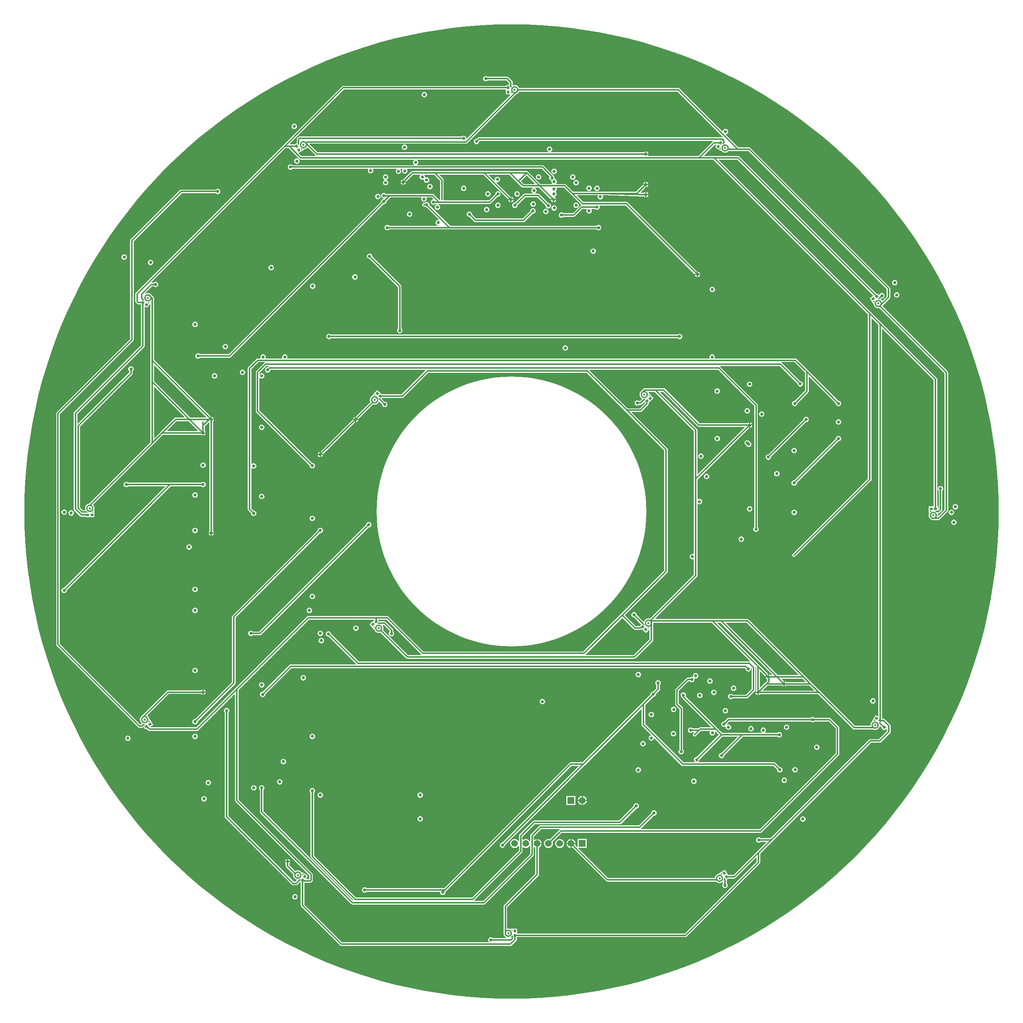
<source format=gbr>
%TF.GenerationSoftware,Altium Limited,Altium Designer,20.2.3 (150)*%
G04 Layer_Physical_Order=4*
G04 Layer_Color=16711680*
%FSLAX45Y45*%
%MOMM*%
%TF.SameCoordinates,D065702F-5D7C-4ECE-B493-19553C93D9E3*%
%TF.FilePolarity,Positive*%
%TF.FileFunction,Copper,L4,Bot,Signal*%
%TF.Part,Single*%
G01*
G75*
%TA.AperFunction,Conductor*%
%ADD32C,0.30000*%
%TA.AperFunction,ComponentPad*%
%ADD33R,1.50000X1.50000*%
%ADD34C,1.50000*%
%ADD35C,0.50000*%
%TA.AperFunction,ViaPad*%
%ADD36C,0.70000*%
%TA.AperFunction,SMDPad,CuDef*%
G04:AMPARAMS|DCode=37|XSize=0.65mm|YSize=0.55mm|CornerRadius=0mm|HoleSize=0mm|Usage=FLASHONLY|Rotation=0.015|XOffset=0mm|YOffset=0mm|HoleType=Round|Shape=Rectangle|*
%AMROTATEDRECTD37*
4,1,4,-0.32493,-0.27508,-0.32507,0.27492,0.32493,0.27508,0.32507,-0.27492,-0.32493,-0.27508,0.0*
%
%ADD37ROTATEDRECTD37*%

%ADD38C,0.20000*%
%ADD39P,0.14142X4X45.0*%
G04:AMPARAMS|DCode=40|XSize=0.65mm|YSize=0.55mm|CornerRadius=0mm|HoleSize=0mm|Usage=FLASHONLY|Rotation=320.000|XOffset=0mm|YOffset=0mm|HoleType=Round|Shape=Rectangle|*
%AMROTATEDRECTD40*
4,1,4,-0.42573,-0.00176,-0.07220,0.41957,0.42573,0.00176,0.07220,-0.41957,-0.42573,-0.00176,0.0*
%
%ADD40ROTATEDRECTD40*%

%ADD41P,0.14142X4X365.0*%
G04:AMPARAMS|DCode=42|XSize=0.65mm|YSize=0.55mm|CornerRadius=0mm|HoleSize=0mm|Usage=FLASHONLY|Rotation=40.083|XOffset=0mm|YOffset=0mm|HoleType=Round|Shape=Rectangle|*
%AMROTATEDRECTD42*
4,1,4,-0.07159,-0.41967,-0.42573,0.00114,0.07159,0.41967,0.42573,-0.00114,-0.07159,-0.41967,0.0*
%
%ADD42ROTATEDRECTD42*%

%ADD43P,0.14142X4X85.1*%
G04:AMPARAMS|DCode=44|XSize=0.65mm|YSize=0.55mm|CornerRadius=0mm|HoleSize=0mm|Usage=FLASHONLY|Rotation=329.912|XOffset=0mm|YOffset=0mm|HoleType=Round|Shape=Rectangle|*
%AMROTATEDRECTD44*
4,1,4,-0.41907,-0.07501,-0.14334,0.40088,0.41907,0.07501,0.14334,-0.40088,-0.41907,-0.07501,0.0*
%
%ADD44ROTATEDRECTD44*%

%ADD45P,0.14142X4X374.9*%
G04:AMPARAMS|DCode=46|XSize=0.65mm|YSize=0.55mm|CornerRadius=0mm|HoleSize=0mm|Usage=FLASHONLY|Rotation=30.087|XOffset=0mm|YOffset=0mm|HoleType=Round|Shape=Rectangle|*
%AMROTATEDRECTD46*
4,1,4,-0.14335,-0.40088,-0.41907,0.07502,0.14335,0.40088,0.41907,-0.07502,-0.14335,-0.40088,0.0*
%
%ADD46ROTATEDRECTD46*%

%ADD47P,0.14142X4X75.1*%
G04:AMPARAMS|DCode=48|XSize=0.65mm|YSize=0.55mm|CornerRadius=0mm|HoleSize=0mm|Usage=FLASHONLY|Rotation=60.087|XOffset=0mm|YOffset=0mm|HoleType=Round|Shape=Rectangle|*
%AMROTATEDRECTD48*
4,1,4,0.07629,-0.41884,-0.40044,-0.14456,-0.07629,0.41884,0.40044,0.14456,0.07629,-0.41884,0.0*
%
%ADD48ROTATEDRECTD48*%

%ADD49P,0.14142X4X105.1*%
G04:AMPARAMS|DCode=50|XSize=0.65mm|YSize=0.55mm|CornerRadius=0mm|HoleSize=0mm|Usage=FLASHONLY|Rotation=89.998|XOffset=0mm|YOffset=0mm|HoleType=Round|Shape=Rectangle|*
%AMROTATEDRECTD50*
4,1,4,0.27499,-0.32501,-0.27501,-0.32499,-0.27499,0.32501,0.27501,0.32499,0.27499,-0.32501,0.0*
%
%ADD50ROTATEDRECTD50*%

%ADD51P,0.14142X4X135.0*%
G04:AMPARAMS|DCode=52|XSize=0.65mm|YSize=0.55mm|CornerRadius=0mm|HoleSize=0mm|Usage=FLASHONLY|Rotation=119.911|XOffset=0mm|YOffset=0mm|HoleType=Round|Shape=Rectangle|*
%AMROTATEDRECTD52*
4,1,4,0.40043,-0.14458,-0.07631,-0.41884,-0.40043,0.14458,0.07631,0.41884,0.40043,-0.14458,0.0*
%
%ADD52ROTATEDRECTD52*%

%ADD53P,0.14142X4X164.9*%
G36*
X11331459Y21969341D02*
X11662615Y21954324D01*
X11993166Y21929314D01*
X12322812Y21894331D01*
X12651250Y21849408D01*
X12978181Y21794586D01*
X13303308Y21729913D01*
X13626334Y21655452D01*
X13946962Y21571268D01*
X14264902Y21477438D01*
X14579863Y21374048D01*
X14891557Y21261192D01*
X15199701Y21138974D01*
X15504013Y21007504D01*
X15804214Y20866905D01*
X16100034Y20717302D01*
X16391199Y20558832D01*
X16677444Y20391641D01*
X16958511Y20215880D01*
X17234140Y20031711D01*
X17504082Y19839301D01*
X17768086Y19638824D01*
X18025919Y19430467D01*
X18277338Y19214417D01*
X18522118Y18990872D01*
X18760036Y18760036D01*
X18990872Y18522118D01*
X19214417Y18277338D01*
X19430467Y18025919D01*
X19638824Y17768086D01*
X19839301Y17504082D01*
X20031711Y17234140D01*
X20215880Y16958511D01*
X20391641Y16677444D01*
X20558832Y16391199D01*
X20717302Y16100034D01*
X20866905Y15804214D01*
X21007504Y15504013D01*
X21138974Y15199701D01*
X21261192Y14891557D01*
X21374048Y14579863D01*
X21477438Y14264902D01*
X21571268Y13946962D01*
X21655452Y13626334D01*
X21729913Y13303308D01*
X21794586Y12978181D01*
X21849408Y12651250D01*
X21894331Y12322812D01*
X21929314Y11993166D01*
X21954324Y11662615D01*
X21969341Y11331459D01*
X21974347Y11000000D01*
X21969341Y10668542D01*
X21954324Y10337385D01*
X21929314Y10006834D01*
X21894331Y9677189D01*
X21849408Y9348750D01*
X21794586Y9021819D01*
X21729913Y8696692D01*
X21655452Y8373667D01*
X21571268Y8053038D01*
X21477438Y7735098D01*
X21374048Y7420138D01*
X21261192Y7108443D01*
X21138974Y6800299D01*
X21007504Y6495988D01*
X20866905Y6195785D01*
X20717302Y5899967D01*
X20558832Y5608802D01*
X20391641Y5322556D01*
X20215880Y5041490D01*
X20031711Y4765860D01*
X19839301Y4495920D01*
X19638824Y4231913D01*
X19430467Y3974082D01*
X19214417Y3722662D01*
X18990872Y3477882D01*
X18760036Y3239965D01*
X18522118Y3009129D01*
X18277338Y2785583D01*
X18025919Y2569533D01*
X17768086Y2361176D01*
X17504082Y2160700D01*
X17234140Y1968290D01*
X16958511Y1784120D01*
X16677444Y1608359D01*
X16391199Y1441168D01*
X16100034Y1282698D01*
X15804214Y1133095D01*
X15504013Y992495D01*
X15199701Y861026D01*
X14891557Y738808D01*
X14579863Y625952D01*
X14264902Y522562D01*
X13946962Y428732D01*
X13626334Y344548D01*
X13303308Y270086D01*
X12978181Y205414D01*
X12651250Y150592D01*
X12322812Y105669D01*
X11993166Y70686D01*
X11662615Y45675D01*
X11331459Y30660D01*
X11000000Y25653D01*
X10668542Y30660D01*
X10337385Y45675D01*
X10006834Y70686D01*
X9677189Y105669D01*
X9348750Y150592D01*
X9021819Y205414D01*
X8696692Y270086D01*
X8373667Y344548D01*
X8053038Y428732D01*
X7735098Y522562D01*
X7420138Y625952D01*
X7108443Y738808D01*
X6800299Y861026D01*
X6495988Y992495D01*
X6195785Y1133095D01*
X5899967Y1282698D01*
X5608802Y1441168D01*
X5322556Y1608359D01*
X5041490Y1784120D01*
X4765860Y1968290D01*
X4495920Y2160700D01*
X4231913Y2361176D01*
X3974082Y2569533D01*
X3722662Y2785583D01*
X3477882Y3009129D01*
X3239965Y3239965D01*
X3009129Y3477882D01*
X2785583Y3722662D01*
X2569533Y3974082D01*
X2361176Y4231913D01*
X2160700Y4495920D01*
X1968290Y4765860D01*
X1784120Y5041490D01*
X1608359Y5322556D01*
X1441168Y5608802D01*
X1282698Y5899967D01*
X1133095Y6195785D01*
X992495Y6495988D01*
X861026Y6800299D01*
X738808Y7108443D01*
X625952Y7420138D01*
X522562Y7735098D01*
X428732Y8053038D01*
X344548Y8373667D01*
X270086Y8696692D01*
X205414Y9021819D01*
X150592Y9348750D01*
X105669Y9677189D01*
X70686Y10006834D01*
X45675Y10337385D01*
X30660Y10668542D01*
X25653Y11000000D01*
X30660Y11331459D01*
X45675Y11662615D01*
X70686Y11993166D01*
X105669Y12322812D01*
X150592Y12651250D01*
X205414Y12978181D01*
X270086Y13303308D01*
X344548Y13626334D01*
X428732Y13946962D01*
X522562Y14264902D01*
X625952Y14579863D01*
X738808Y14891557D01*
X861026Y15199701D01*
X992495Y15504013D01*
X1133095Y15804214D01*
X1282698Y16100034D01*
X1441168Y16391199D01*
X1608359Y16677444D01*
X1784120Y16958511D01*
X1968290Y17234140D01*
X2160700Y17504082D01*
X2361176Y17768086D01*
X2569533Y18025919D01*
X2785583Y18277338D01*
X3009129Y18522118D01*
X3239965Y18760036D01*
X3477882Y18990872D01*
X3722662Y19214417D01*
X3974082Y19430467D01*
X4231913Y19638824D01*
X4495920Y19839301D01*
X4765860Y20031711D01*
X5041490Y20215880D01*
X5322556Y20391641D01*
X5608802Y20558832D01*
X5899967Y20717302D01*
X6195785Y20866905D01*
X6495988Y21007504D01*
X6800299Y21138974D01*
X7108443Y21261192D01*
X7420138Y21374048D01*
X7735098Y21477438D01*
X8053038Y21571268D01*
X8373667Y21655452D01*
X8696692Y21729913D01*
X9021819Y21794586D01*
X9348750Y21849408D01*
X9677189Y21894331D01*
X10006834Y21929314D01*
X10337385Y21954324D01*
X10668542Y21969341D01*
X11000000Y21974347D01*
X11331459Y21969341D01*
D02*
G37*
%LPC*%
G36*
X10421650Y20813275D02*
X10398240Y20808620D01*
X10378393Y20795357D01*
X10365132Y20775511D01*
X10360475Y20752100D01*
X10365132Y20728690D01*
X10378393Y20708842D01*
X10398240Y20695581D01*
X10421650Y20690924D01*
X10445061Y20695581D01*
X10464908Y20708842D01*
X10466561Y20711316D01*
X10887753D01*
X10943619Y20655450D01*
Y20613988D01*
X10934639Y20605006D01*
X10870406Y20605009D01*
X10870406Y20588290D01*
X7209969D01*
X7209968Y20588292D01*
X7194361Y20585187D01*
X7181129Y20576346D01*
X7181129Y20576344D01*
X5863596Y19258813D01*
X2535346Y15930562D01*
X2526505Y15917331D01*
X2523400Y15901724D01*
X2523401Y15901723D01*
Y15735947D01*
X2523400Y15735944D01*
X2526505Y15720337D01*
X2535346Y15707106D01*
X2564184Y15678268D01*
X2564184Y15678268D01*
X2577415Y15669427D01*
X2593023Y15666322D01*
X2593024Y15666322D01*
X2652216D01*
Y14744412D01*
X1148490Y13240686D01*
X1139649Y13227455D01*
X1136544Y13211848D01*
X1136545Y13211847D01*
Y11057513D01*
X1136544Y11057511D01*
X1139649Y11041904D01*
X1148490Y11028673D01*
X1283112Y10894051D01*
X1296343Y10885210D01*
X1311950Y10882105D01*
X1311952Y10882105D01*
X1395025D01*
X1395028Y10870374D01*
X1510028Y10870404D01*
Y10870405D01*
X1605029Y10870430D01*
X1605004Y10966157D01*
X1606025Y10971294D01*
X1606017Y11004294D01*
X1606017Y11004295D01*
X1606017Y11004296D01*
X1605049Y11009154D01*
X1604075Y11014048D01*
X1604074Y11014049D01*
X1604074Y11014050D01*
X1601543Y11017835D01*
X1598547Y11022316D01*
X1598546Y11022317D01*
X1598546Y11022318D01*
X1595589Y11024292D01*
X1597103Y11027465D01*
X1597272Y11028131D01*
X1597654Y11028703D01*
X1599235Y11032525D01*
X1599365Y11033184D01*
X1599708Y11033761D01*
X1601088Y11037658D01*
X1601185Y11038330D01*
X1601501Y11038930D01*
X1602674Y11042897D01*
X1602736Y11043568D01*
X1603019Y11044182D01*
X1603984Y11048205D01*
X1604011Y11048882D01*
X1604261Y11049510D01*
X1605015Y11053578D01*
X1605005Y11054260D01*
X1605224Y11054906D01*
X1605762Y11059005D01*
X1605717Y11059677D01*
X1605900Y11060325D01*
X1606224Y11064449D01*
X1606144Y11065120D01*
X1606293Y11065779D01*
X1606401Y11069915D01*
X1606343Y11070251D01*
X1606410Y11070585D01*
X1606409Y11073584D01*
X1606342Y11073917D01*
X1606400Y11074251D01*
X1606288Y11078489D01*
X1606138Y11079151D01*
X1606218Y11079825D01*
X1605883Y11084053D01*
X1605699Y11084705D01*
X1605743Y11085380D01*
X1605188Y11089584D01*
X1604971Y11090224D01*
X1604980Y11090900D01*
X1604206Y11095068D01*
X1603954Y11095699D01*
X1603927Y11096379D01*
X1602935Y11100502D01*
X1602653Y11101114D01*
X1602591Y11101785D01*
X1601386Y11105850D01*
X1601072Y11106447D01*
X1600975Y11107114D01*
X1599560Y11111112D01*
X1599210Y11111700D01*
X1599076Y11112371D01*
X1597451Y11116288D01*
X1597078Y11116845D01*
X1596913Y11117496D01*
X1595087Y11121323D01*
X1594679Y11121869D01*
X1594477Y11122520D01*
X1592451Y11126247D01*
X1592019Y11126767D01*
X1591784Y11127401D01*
X1589569Y11131015D01*
X1589111Y11131509D01*
X1588845Y11132129D01*
X1586443Y11135623D01*
X1585954Y11136099D01*
X1585653Y11136710D01*
X1583068Y11140075D01*
X1582564Y11140517D01*
X1582236Y11141102D01*
X1579484Y11144325D01*
X1575851Y11149350D01*
X1576980Y11155149D01*
X1579572Y11161789D01*
X2932058Y12514275D01*
X2932058Y12514276D01*
X3145579Y12727796D01*
X4006828D01*
X4008673Y12725034D01*
X4028653Y12711685D01*
X4039519Y12709523D01*
Y12768580D01*
X4052219D01*
Y12781280D01*
X4111277D01*
X4109115Y12792147D01*
X4095765Y12812126D01*
X4093003Y12813972D01*
Y12920245D01*
X4181663Y13008907D01*
X4193396Y13004047D01*
Y10560992D01*
X4190634Y10559146D01*
X4177285Y10539167D01*
X4175123Y10528300D01*
X4293237D01*
X4291075Y10539167D01*
X4277726Y10559146D01*
X4274964Y10560992D01*
Y13030528D01*
X4277726Y13032375D01*
X4291075Y13052353D01*
X4293237Y13063220D01*
X4234180D01*
Y13075920D01*
X4221480D01*
Y13146297D01*
X2944004Y14423773D01*
Y15807968D01*
X2944004Y15807970D01*
X2940899Y15823576D01*
X2932058Y15836807D01*
X2902908Y15865958D01*
X2902139Y15867110D01*
X2902138Y15867110D01*
X2901001Y15868246D01*
X2899330Y15870981D01*
X2898874Y15871475D01*
X2898610Y15872093D01*
X2896213Y15875592D01*
X2895730Y15876064D01*
X2895432Y15876671D01*
X2892855Y15880040D01*
X2892345Y15880489D01*
X2892014Y15881082D01*
X2889265Y15884309D01*
X2888729Y15884734D01*
X2888364Y15885312D01*
X2885449Y15888390D01*
X2884909Y15888773D01*
X2884528Y15889313D01*
X2881457Y15892239D01*
X2880885Y15892603D01*
X2880466Y15893137D01*
X2877249Y15895895D01*
X2876647Y15896234D01*
X2876192Y15896754D01*
X2872828Y15899339D01*
X2872229Y15899635D01*
X2871763Y15900116D01*
X2868272Y15902522D01*
X2867649Y15902792D01*
X2867153Y15903253D01*
X2863541Y15905473D01*
X2863244Y15905585D01*
X2863007Y15905794D01*
X2862141Y15906297D01*
X2861793Y15906416D01*
X2861511Y15906651D01*
X2857832Y15908653D01*
X2857189Y15908855D01*
X2856650Y15909259D01*
X2852874Y15911066D01*
X2852228Y15911230D01*
X2851674Y15911601D01*
X2847804Y15913216D01*
X2847135Y15913350D01*
X2846550Y15913699D01*
X2842606Y15915105D01*
X2841926Y15915202D01*
X2841318Y15915524D01*
X2837305Y15916718D01*
X2836640Y15916779D01*
X2836033Y15917059D01*
X2831960Y15918044D01*
X2831287Y15918073D01*
X2830663Y15918323D01*
X2826548Y15919093D01*
X2825862Y15919086D01*
X2825214Y15919307D01*
X2821061Y15919859D01*
X2820389Y15919817D01*
X2819740Y15920000D01*
X2815567Y15920335D01*
X2814894Y15920256D01*
X2814233Y15920407D01*
X2810045Y15920522D01*
X2809386Y15920410D01*
X2808728Y15920525D01*
X2804540Y15920424D01*
X2803864Y15920273D01*
X2803178Y15920355D01*
X2799003Y15920030D01*
X2798351Y15919847D01*
X2797675Y15919891D01*
X2793523Y15919350D01*
X2792893Y15919138D01*
X2792228Y15919147D01*
X2788107Y15918391D01*
X2787475Y15918140D01*
X2786797Y15918114D01*
X2782724Y15917143D01*
X2782106Y15916859D01*
X2781429Y15916798D01*
X2777409Y15915614D01*
X2776809Y15915300D01*
X2776137Y15915202D01*
X2772188Y15913811D01*
X2771614Y15913470D01*
X2770958Y15913341D01*
X2767086Y15911748D01*
X2766514Y15911366D01*
X2765849Y15911198D01*
X2762065Y15909399D01*
X2761525Y15908997D01*
X2760881Y15908800D01*
X2757199Y15906807D01*
X2756677Y15906375D01*
X2756040Y15906142D01*
X2752466Y15903958D01*
X2751492Y15904306D01*
X2748198Y15918973D01*
X2905191Y16075966D01*
X2938238D01*
X2939891Y16073492D01*
X2959738Y16060231D01*
X2983149Y16055574D01*
X3006560Y16060231D01*
X3026406Y16073492D01*
X3039668Y16093340D01*
X3044324Y16116750D01*
X3039668Y16140161D01*
X3026406Y16160007D01*
X3006560Y16173268D01*
X2983149Y16177925D01*
X2959738Y16173268D01*
X2939891Y16160007D01*
X2938238Y16157533D01*
X2895630D01*
X2890370Y16170233D01*
X5909328Y19189191D01*
X5975332D01*
X6224641Y18939882D01*
X6224642Y18939882D01*
X6237873Y18931041D01*
X6253480Y18927936D01*
X6253481Y18927936D01*
X8805623D01*
X8809475Y18915236D01*
X8798912Y18908179D01*
X8785650Y18888332D01*
X8780994Y18864920D01*
X8785650Y18841508D01*
X8798912Y18821663D01*
X8810494Y18813924D01*
X8806642Y18801224D01*
X6064711D01*
X6063057Y18803697D01*
X6043211Y18816959D01*
X6019800Y18821616D01*
X5996389Y18816959D01*
X5976543Y18803697D01*
X5963281Y18783852D01*
X5958625Y18760440D01*
X5963281Y18737029D01*
X5976543Y18717183D01*
X5996389Y18703922D01*
X6019800Y18699265D01*
X6043211Y18703922D01*
X6063057Y18717183D01*
X6064711Y18719656D01*
X7767617D01*
X7773604Y18708456D01*
X7770001Y18703064D01*
X7765344Y18679652D01*
X7770001Y18656242D01*
X7783262Y18636395D01*
X7803109Y18623134D01*
X7826520Y18618477D01*
X7849931Y18623134D01*
X7869777Y18636395D01*
X7883039Y18656242D01*
X7887695Y18679652D01*
X7883039Y18703064D01*
X7879436Y18708456D01*
X7885422Y18719656D01*
X8407137D01*
X8409398Y18712202D01*
X8410458Y18706956D01*
X8397561Y18687656D01*
X8392905Y18664246D01*
X8397561Y18640834D01*
X8410823Y18620988D01*
X8430669Y18607726D01*
X8454080Y18603070D01*
X8477491Y18607726D01*
X8497338Y18620988D01*
X8510599Y18640834D01*
X8515256Y18664246D01*
X8510599Y18687656D01*
X8497703Y18706956D01*
X8498762Y18712202D01*
X8501023Y18719656D01*
X8537949D01*
X8544737Y18706956D01*
X8537815Y18696597D01*
X8533158Y18673186D01*
X8537815Y18649776D01*
X8551076Y18629929D01*
X8570923Y18616667D01*
X8594334Y18612012D01*
X8617745Y18616667D01*
X8637591Y18629929D01*
X8650853Y18649776D01*
X8655509Y18673186D01*
X8650853Y18696597D01*
X8643930Y18706956D01*
X8650719Y18719656D01*
X11682347D01*
X11858726Y18543277D01*
X11854629Y18537146D01*
X11849972Y18513734D01*
X11854629Y18490324D01*
X11867890Y18470477D01*
X11887736Y18457216D01*
X11903905Y18453999D01*
X11899685Y18432780D01*
X11904341Y18409369D01*
X11916559Y18391084D01*
X11913152Y18378384D01*
X11651292D01*
X11372478Y18657198D01*
X11359247Y18666039D01*
X11343640Y18669144D01*
X11343639Y18669144D01*
X10967721D01*
X10967720Y18669144D01*
X10967719Y18669144D01*
X10386016D01*
X10386014Y18669144D01*
X10386013Y18669144D01*
X9271001D01*
X9271000Y18669144D01*
X9270999Y18669144D01*
X8768080D01*
X8752473Y18666039D01*
X8739242Y18657198D01*
X8572500Y18490457D01*
Y18432780D01*
X8630177D01*
X8784973Y18587576D01*
X8937515D01*
X8943827Y18574876D01*
X8933953Y18560100D01*
X8929297Y18536690D01*
X8933953Y18513278D01*
X8947215Y18493431D01*
X8967061Y18480170D01*
X8990472Y18475513D01*
X9013883Y18480170D01*
X9015480Y18481236D01*
X9026910Y18473599D01*
X9025657Y18467299D01*
X9030313Y18443887D01*
X9043575Y18424042D01*
X9063421Y18410780D01*
X9086832Y18406123D01*
X9110243Y18410780D01*
X9130090Y18424042D01*
X9143351Y18443887D01*
X9148008Y18467299D01*
X9143351Y18490710D01*
X9130090Y18510556D01*
X9110243Y18523817D01*
X9086832Y18528474D01*
X9063421Y18523817D01*
X9061824Y18522749D01*
X9050394Y18530386D01*
X9051648Y18536690D01*
X9046991Y18560100D01*
X9037117Y18574876D01*
X9043430Y18587576D01*
X9254107D01*
X9388839Y18452844D01*
Y18027522D01*
X9389511Y18024146D01*
X9377807Y18017889D01*
X9251578Y18144118D01*
X9238347Y18152959D01*
X9222740Y18156064D01*
X9222739Y18156064D01*
X8257541D01*
X8257540Y18156064D01*
X8257539Y18156064D01*
X8170371D01*
X8168717Y18158537D01*
X8148871Y18171799D01*
X8125460Y18176456D01*
X8102049Y18171799D01*
X8082203Y18158537D01*
X8068941Y18138692D01*
X8064285Y18115280D01*
X8068941Y18091869D01*
X8082203Y18072023D01*
X8102049Y18058762D01*
X8117367Y18055714D01*
Y18042766D01*
X8102049Y18039719D01*
X8082203Y18026457D01*
X8068941Y18006612D01*
X8064285Y17983200D01*
X8064865Y17980283D01*
X4631307Y14546724D01*
X3981911D01*
X3980257Y14549197D01*
X3960411Y14562459D01*
X3937000Y14567114D01*
X3913589Y14562459D01*
X3893743Y14549197D01*
X3880481Y14529350D01*
X3875825Y14505940D01*
X3880481Y14482529D01*
X3893743Y14462683D01*
X3913589Y14449422D01*
X3937000Y14444765D01*
X3960411Y14449422D01*
X3980257Y14462683D01*
X3981911Y14465157D01*
X4648199D01*
X4648200Y14465157D01*
X4663807Y14468262D01*
X4677038Y14477103D01*
X8122542Y17922604D01*
X8125460Y17922025D01*
X8148871Y17926682D01*
X8168717Y17939943D01*
X8181979Y17959789D01*
X8186635Y17983200D01*
X8186055Y17986118D01*
X8274433Y18074496D01*
X8965732D01*
X8971719Y18063297D01*
X8970641Y18061684D01*
X8965985Y18038272D01*
X8970641Y18014861D01*
X8983903Y17995015D01*
X9003749Y17981754D01*
X9027160Y17977097D01*
X9050571Y17981754D01*
X9070417Y17995015D01*
X9083679Y18014861D01*
X9088335Y18038272D01*
X9083679Y18061684D01*
X9082601Y18063297D01*
X9088588Y18074496D01*
X9205847D01*
X9236515Y18043828D01*
X9232335Y18030048D01*
X9217109Y18027019D01*
X9197263Y18013757D01*
X9184001Y17993912D01*
X9179345Y17970500D01*
X9184001Y17947089D01*
X9197263Y17927243D01*
X9217109Y17913982D01*
X9240520Y17909325D01*
X9263931Y17913982D01*
X9283777Y17927243D01*
X9285431Y17929716D01*
X9316401D01*
X9325579Y17921211D01*
X9325579Y17921211D01*
X9325579D01*
X9325992Y17917017D01*
X9325685Y17916956D01*
X9308549Y17913547D01*
X9288703Y17900285D01*
X9275441Y17880440D01*
X9270785Y17857028D01*
X9275441Y17833617D01*
X9288703Y17813771D01*
X9308549Y17800510D01*
X9331960Y17795853D01*
X9355371Y17800510D01*
X9375217Y17813771D01*
X9388479Y17833617D01*
X9393135Y17857028D01*
X9388479Y17880440D01*
X9375217Y17900285D01*
X9355371Y17913547D01*
X9338235Y17916956D01*
X9337928Y17917017D01*
X9338341Y17921211D01*
X9338341D01*
X9338341Y17921211D01*
X9347519Y17929716D01*
X9367519D01*
X9367520Y17929716D01*
X9367521Y17929716D01*
X10509452D01*
X10509453Y17929716D01*
X10525060Y17932822D01*
X10538292Y17941663D01*
X10690482Y18093852D01*
X10693400Y18093271D01*
X10716811Y18097928D01*
X10736657Y18111189D01*
X10749919Y18131036D01*
X10754575Y18154446D01*
X10749919Y18177858D01*
X10736657Y18197704D01*
X10716811Y18210966D01*
X10693400Y18215622D01*
X10669989Y18210966D01*
X10650143Y18197704D01*
X10636881Y18177858D01*
X10632225Y18154446D01*
X10632805Y18151529D01*
X10492560Y18011284D01*
X9480125D01*
X9469702Y18023984D01*
X9470407Y18027522D01*
Y18469737D01*
X9467302Y18485344D01*
X9458461Y18498575D01*
X9458461Y18498576D01*
X9381194Y18575842D01*
X9386054Y18587576D01*
X10369121D01*
X10916551Y18040147D01*
X10974227D01*
Y18097823D01*
X10660640Y18411411D01*
X10666896Y18423116D01*
X10683240Y18419865D01*
X10706651Y18424521D01*
X10726497Y18437782D01*
X10739759Y18457629D01*
X10744415Y18481039D01*
X10739759Y18504451D01*
X10726497Y18524297D01*
X10706651Y18537560D01*
X10683240Y18542215D01*
X10659829Y18537560D01*
X10639983Y18524297D01*
X10626721Y18504451D01*
X10622065Y18481039D01*
X10625316Y18464696D01*
X10613611Y18458440D01*
X10496208Y18575842D01*
X10501068Y18587576D01*
X10950827D01*
X11126842Y18411562D01*
X11229640Y18308763D01*
X11229640Y18308763D01*
X11242872Y18299922D01*
X11258479Y18296817D01*
X11258480Y18296819D01*
X11476533D01*
X11479824Y18284119D01*
X11462943Y18272836D01*
X11449681Y18252991D01*
X11445025Y18229581D01*
X11449681Y18206169D01*
X11462943Y18186324D01*
X11482789Y18173061D01*
X11491626Y18171304D01*
X11490375Y18158604D01*
X11294314D01*
X11294313Y18158604D01*
X11278706Y18155499D01*
X11265475Y18146658D01*
X11079858Y17961041D01*
X11076940Y17961623D01*
X11053529Y17956966D01*
X11033683Y17943704D01*
X11020421Y17923859D01*
X11015765Y17900447D01*
X11020421Y17877036D01*
X11033683Y17857188D01*
X11053529Y17843929D01*
X11076940Y17839272D01*
X11100351Y17843929D01*
X11120197Y17857188D01*
X11133459Y17877036D01*
X11138115Y17900447D01*
X11137535Y17903365D01*
X11311206Y18077036D01*
X11585085D01*
X11770263Y17891859D01*
X11769682Y17888940D01*
X11774339Y17865530D01*
X11787600Y17845683D01*
X11807447Y17832422D01*
X11830858Y17827765D01*
X11854269Y17832422D01*
X11874115Y17845683D01*
X11887377Y17865530D01*
X11892033Y17888940D01*
X11887377Y17912352D01*
X11874115Y17932198D01*
X11854269Y17945459D01*
X11830858Y17950116D01*
X11827939Y17949536D01*
X11630817Y18146658D01*
X11617586Y18155499D01*
X11601978Y18158604D01*
X11601977Y18158604D01*
X11522025D01*
X11520774Y18171304D01*
X11529611Y18173061D01*
X11549457Y18186324D01*
X11562719Y18206169D01*
X11567375Y18229581D01*
X11562719Y18252991D01*
X11549457Y18272836D01*
X11532576Y18284119D01*
X11535867Y18296819D01*
X11617506D01*
X11874182Y18040141D01*
X12003615D01*
X12001454Y18051009D01*
X11988104Y18070988D01*
X11970608Y18082680D01*
X11970961Y18092909D01*
X11971948Y18095894D01*
X11982147Y18097923D01*
X12001994Y18111185D01*
X12015255Y18131030D01*
X12019912Y18154442D01*
X12015255Y18177853D01*
X12001994Y18197699D01*
X11996364Y18201460D01*
Y18214162D01*
X12004117Y18219344D01*
X12017379Y18239189D01*
X12022035Y18262601D01*
X12017755Y18284117D01*
X12023193Y18296819D01*
X12183926D01*
X12343638Y18137105D01*
X12343639Y18137103D01*
X12572017Y17908727D01*
X12570450Y17898758D01*
X12568330Y17895044D01*
X12562473Y17893880D01*
X12549242Y17885039D01*
X12549241Y17885039D01*
X12385927Y17721724D01*
X12170871D01*
X12169217Y17724197D01*
X12149371Y17737459D01*
X12125960Y17742114D01*
X12102549Y17737459D01*
X12082703Y17724197D01*
X12069441Y17704350D01*
X12064785Y17680940D01*
X12069441Y17657529D01*
X12082703Y17637683D01*
X12102549Y17624422D01*
X12125960Y17619765D01*
X12149371Y17624422D01*
X12169217Y17637683D01*
X12170871Y17640157D01*
X12402819D01*
X12402820Y17640157D01*
X12418427Y17643262D01*
X12431658Y17652103D01*
X12594973Y17815416D01*
X12690675D01*
X12696661Y17804216D01*
X12691741Y17796854D01*
X12687085Y17773442D01*
X12691741Y17750031D01*
X12705003Y17730183D01*
X12724849Y17716924D01*
X12748260Y17712267D01*
X12771671Y17716924D01*
X12791517Y17730183D01*
X12804779Y17750031D01*
X12809435Y17773442D01*
X12804779Y17796854D01*
X12799859Y17804216D01*
X12805846Y17815416D01*
X12881149D01*
X12882803Y17812943D01*
X12902649Y17799681D01*
X12926060Y17795026D01*
X12949471Y17799681D01*
X12969318Y17812943D01*
X12982579Y17832790D01*
X12987234Y17856200D01*
X12982579Y17879611D01*
X12980344Y17882956D01*
X12986330Y17894156D01*
X13577187D01*
X15118823Y16352521D01*
X15176500D01*
Y16410197D01*
X13622919Y17963779D01*
X13609686Y17972620D01*
X13594080Y17975723D01*
X13594080Y17975723D01*
X12620373D01*
X12482671Y18113426D01*
X12487531Y18125159D01*
X12939928D01*
X12945364Y18112459D01*
X12941084Y18090942D01*
X12945741Y18067531D01*
X12959003Y18047684D01*
X12978848Y18034422D01*
X13002260Y18029765D01*
X13025671Y18034422D01*
X13045517Y18047684D01*
X13058778Y18067531D01*
X13063435Y18090942D01*
X13059155Y18112459D01*
X13064594Y18125159D01*
X13076665D01*
X13979593Y18098695D01*
X13982333Y18094594D01*
X14002313Y18081245D01*
X14013181Y18079083D01*
Y18138139D01*
Y18197197D01*
X14002313Y18195035D01*
X13982333Y18181686D01*
X13981372Y18180246D01*
X13915485Y18182176D01*
X13910797Y18193980D01*
X14013181Y18296362D01*
Y18354041D01*
X13955502D01*
X13808189Y18206726D01*
X12389370D01*
X12229657Y18366440D01*
X12216426Y18375281D01*
X12200819Y18378384D01*
X12200818Y18378384D01*
X12008568D01*
X12005161Y18391084D01*
X12017379Y18409369D01*
X12022035Y18432780D01*
X12017379Y18456190D01*
X12004117Y18476038D01*
X11984271Y18489299D01*
X11968102Y18492516D01*
X11972323Y18513734D01*
X11967666Y18537146D01*
X11954405Y18556992D01*
X11954205Y18557124D01*
X11953799Y18559167D01*
X11944959Y18572398D01*
X11728078Y18789278D01*
X11714847Y18798119D01*
X11699240Y18801224D01*
X11699239Y18801224D01*
X8877697D01*
X8873844Y18813924D01*
X8885427Y18821663D01*
X8898688Y18841508D01*
X8903345Y18864920D01*
X8898688Y18888332D01*
X8885427Y18908179D01*
X8874863Y18915236D01*
X8878716Y18927936D01*
X15221893D01*
X15221895Y18927936D01*
X15221896Y18927936D01*
X15543147D01*
X19029536Y15441547D01*
Y11738993D01*
X17337729Y10047186D01*
X17337025Y10046715D01*
X17328185Y10033484D01*
X17325079Y10017877D01*
X17328185Y10002270D01*
X17337025Y9989038D01*
X17337141Y9988922D01*
X17337141Y9988922D01*
X17350372Y9980081D01*
X17365981Y9976976D01*
X17381587Y9980081D01*
X17394818Y9988922D01*
X19099158Y11693262D01*
X19107999Y11706493D01*
X19111104Y11722100D01*
X19111104Y11722101D01*
Y15343385D01*
X19122836Y15348245D01*
X19266214Y15204871D01*
Y6389917D01*
X19255209Y6383575D01*
X19201366Y6414773D01*
X19153372Y6331942D01*
X19149915Y6328011D01*
X19133369Y6299458D01*
X19130159Y6290046D01*
X19130794Y6280121D01*
X19128377Y6274157D01*
X19125092Y6271646D01*
X19124638Y6271131D01*
X19124040Y6270797D01*
X19120892Y6268116D01*
X19120473Y6267584D01*
X19119899Y6267224D01*
X19116895Y6264381D01*
X19116508Y6263834D01*
X19115961Y6263449D01*
X19113107Y6260455D01*
X19112743Y6259878D01*
X19112207Y6259457D01*
X19109515Y6256316D01*
X19109184Y6255726D01*
X19108675Y6255280D01*
X19106152Y6252002D01*
X19105853Y6251396D01*
X19105367Y6250925D01*
X19103020Y6247520D01*
X19102753Y6246899D01*
X19102292Y6246404D01*
X19100125Y6242881D01*
X19100008Y6242565D01*
X19099785Y6242312D01*
X19098280Y6239717D01*
X19098169Y6239390D01*
X19097948Y6239124D01*
X19095918Y6235400D01*
X19095718Y6234754D01*
X19095312Y6234214D01*
X19093481Y6230389D01*
X19093317Y6229738D01*
X19092941Y6229180D01*
X19091312Y6225265D01*
X19091177Y6224597D01*
X19090828Y6224011D01*
X19089407Y6220015D01*
X19089310Y6219348D01*
X19088994Y6218752D01*
X19087782Y6214689D01*
X19087720Y6214013D01*
X19087434Y6213397D01*
X19086440Y6209275D01*
X19086411Y6208599D01*
X19086159Y6207971D01*
X19085381Y6203803D01*
X19085388Y6203125D01*
X19085168Y6202484D01*
X19084608Y6198280D01*
X19084653Y6197604D01*
X19084468Y6196953D01*
X19084128Y6192725D01*
X19084207Y6192052D01*
X19084058Y6191391D01*
X19083939Y6187152D01*
X19084053Y6186485D01*
X19083939Y6185819D01*
X19084006Y6183042D01*
X19083260Y6180276D01*
X19081958Y6178110D01*
X19075175Y6171352D01*
X19072331Y6170342D01*
X18739233D01*
X17956682Y6952894D01*
X17956680Y6952894D01*
X17763458Y7146117D01*
X17763458Y7146117D01*
X17603638Y7305938D01*
X16344945Y8564630D01*
X16331714Y8573471D01*
X16316107Y8576576D01*
X16316106Y8576575D01*
X15721391D01*
X15721391Y8576576D01*
X15721390Y8576575D01*
X15528169D01*
X15528168Y8576576D01*
X15528168Y8576575D01*
X14240898D01*
X14236038Y8588309D01*
X15178740Y9531010D01*
X15187579Y9544242D01*
X15190685Y9559849D01*
Y11166382D01*
X15203384Y11173170D01*
X15211510Y11167741D01*
X15234920Y11163085D01*
X15258331Y11167741D01*
X15278177Y11181003D01*
X15291438Y11200849D01*
X15296095Y11224260D01*
X15291438Y11247671D01*
X15278177Y11267517D01*
X15258331Y11280779D01*
X15234920Y11285435D01*
X15211510Y11280779D01*
X15203384Y11275350D01*
X15190685Y11282138D01*
Y11716388D01*
X16352840Y12878543D01*
Y12948920D01*
Y13007977D01*
X16341972Y13005815D01*
X16321994Y12992467D01*
X16320148Y12989703D01*
X15236572D01*
X14461118Y13765158D01*
X14447887Y13773999D01*
X14432280Y13777104D01*
X14432278Y13777104D01*
X14239241D01*
X14239240Y13777104D01*
X14239240Y13777104D01*
X14001074D01*
X13985468Y13773999D01*
X13972237Y13765158D01*
X13972235Y13765158D01*
X13926750Y13719673D01*
X13926332Y13719456D01*
X13923018Y13716812D01*
X13922781Y13716533D01*
X13922462Y13716354D01*
X13921696Y13715709D01*
X13921506Y13715469D01*
X13921242Y13715314D01*
X13918108Y13712537D01*
X13917696Y13711992D01*
X13917125Y13711617D01*
X13914140Y13708675D01*
X13913763Y13708119D01*
X13913220Y13707719D01*
X13910396Y13704630D01*
X13910043Y13704048D01*
X13909518Y13703616D01*
X13906859Y13700383D01*
X13906540Y13699786D01*
X13906041Y13699332D01*
X13903552Y13695959D01*
X13903262Y13695343D01*
X13902783Y13694858D01*
X13900478Y13691360D01*
X13900224Y13690739D01*
X13899779Y13690239D01*
X13897656Y13686627D01*
X13897432Y13685982D01*
X13897005Y13685446D01*
X13895078Y13681728D01*
X13894891Y13681087D01*
X13894502Y13680545D01*
X13892769Y13676730D01*
X13892613Y13676060D01*
X13892241Y13675481D01*
X13890714Y13671581D01*
X13890596Y13670921D01*
X13890265Y13670341D01*
X13888940Y13666368D01*
X13888857Y13665700D01*
X13888554Y13665099D01*
X13887440Y13661063D01*
X13887390Y13660378D01*
X13887115Y13659749D01*
X13886217Y13655659D01*
X13886201Y13654987D01*
X13885965Y13654358D01*
X13885278Y13650224D01*
X13885301Y13649553D01*
X13885097Y13648912D01*
X13884625Y13644749D01*
X13884685Y13644064D01*
X13884509Y13643402D01*
X13884262Y13639223D01*
X13884354Y13638556D01*
X13884218Y13637897D01*
X13884187Y13633710D01*
X13884315Y13633044D01*
X13884212Y13632372D01*
X13884401Y13628188D01*
X13884564Y13627528D01*
X13884497Y13626855D01*
X13884904Y13622685D01*
X13885100Y13622041D01*
X13885069Y13621368D01*
X13885693Y13617227D01*
X13885922Y13616589D01*
X13885927Y13615912D01*
X13886768Y13611807D01*
X13887030Y13611185D01*
X13887070Y13610509D01*
X13888123Y13606456D01*
X13888422Y13605841D01*
X13888496Y13605162D01*
X13889763Y13601170D01*
X13890086Y13600584D01*
X13890195Y13599925D01*
X13891666Y13596004D01*
X13892024Y13595425D01*
X13892171Y13594759D01*
X13893845Y13590923D01*
X13894232Y13590367D01*
X13894411Y13589714D01*
X13896284Y13585970D01*
X13896700Y13585435D01*
X13896912Y13584795D01*
X13898978Y13581152D01*
X13899422Y13580640D01*
X13899669Y13580006D01*
X13901926Y13576476D01*
X13902396Y13575986D01*
X13902676Y13575368D01*
X13905115Y13571960D01*
X13905608Y13571497D01*
X13905917Y13570897D01*
X13908530Y13567624D01*
X13908789Y13567406D01*
X13908952Y13567108D01*
X13910883Y13564815D01*
X13911147Y13564603D01*
X13911317Y13564310D01*
X13914099Y13561176D01*
X13914639Y13560767D01*
X13915015Y13560197D01*
X13917953Y13557216D01*
X13918515Y13556834D01*
X13918916Y13556290D01*
X13922009Y13553465D01*
X13922581Y13553119D01*
X13923004Y13552603D01*
X13926236Y13549944D01*
X13926842Y13549619D01*
X13927303Y13549112D01*
X13930675Y13546625D01*
X13931282Y13546339D01*
X13931760Y13545868D01*
X13932906Y13545113D01*
X13935782Y13535442D01*
X13935316Y13529820D01*
X13935123Y13529369D01*
X13893393Y13487639D01*
X13879521Y13488521D01*
X13859676Y13501784D01*
X13836264Y13506439D01*
X13812852Y13501784D01*
X13793005Y13488521D01*
X13779745Y13468675D01*
X13775089Y13445264D01*
X13779745Y13421854D01*
X13793005Y13402007D01*
X13812852Y13388745D01*
X13836264Y13384090D01*
X13859676Y13388745D01*
X13879521Y13402007D01*
X13880360Y13403261D01*
X13907474D01*
X13907475Y13403261D01*
X13923083Y13406366D01*
X13936314Y13415205D01*
X13985327Y13464220D01*
X13998016Y13463675D01*
X14009923Y13449525D01*
X13883046Y13322649D01*
X13613307D01*
X12756465Y14179492D01*
X12761325Y14191225D01*
X15654518D01*
X16468134Y13377609D01*
Y10646495D01*
X16465660Y10644842D01*
X16452399Y10624995D01*
X16447743Y10601584D01*
X16452399Y10578173D01*
X16465660Y10558327D01*
X16485507Y10545065D01*
X16508919Y10540409D01*
X16532329Y10545065D01*
X16552174Y10558327D01*
X16565437Y10578173D01*
X16570093Y10601584D01*
X16565437Y10624995D01*
X16552174Y10644842D01*
X16549701Y10646495D01*
Y13394501D01*
X16549702Y13394502D01*
X16546597Y13410109D01*
X16537756Y13423340D01*
X15700250Y14260847D01*
X15694788Y14264496D01*
X15698640Y14277196D01*
X17046828D01*
X17445085Y13878938D01*
X17444505Y13876019D01*
X17449161Y13852609D01*
X17462424Y13832764D01*
X17482269Y13819501D01*
X17505679Y13814845D01*
X17529091Y13819501D01*
X17548936Y13832764D01*
X17562199Y13852609D01*
X17566855Y13876019D01*
X17562199Y13899431D01*
X17548936Y13919276D01*
X17529091Y13932539D01*
X17505679Y13937195D01*
X17502762Y13936615D01*
X17092558Y14346819D01*
X17082713Y14353397D01*
X17086566Y14366096D01*
X17376468D01*
X17612216Y14130348D01*
Y13722733D01*
X17384138Y13494655D01*
X17381219Y13495235D01*
X17357809Y13490579D01*
X17337962Y13477316D01*
X17324701Y13457471D01*
X17320045Y13434061D01*
X17324701Y13410649D01*
X17337962Y13390804D01*
X17357809Y13377541D01*
X17381219Y13372885D01*
X17404631Y13377541D01*
X17424477Y13390804D01*
X17437740Y13410649D01*
X17442395Y13434061D01*
X17441815Y13436978D01*
X17681837Y13677000D01*
X17681837Y13677002D01*
X17690678Y13690233D01*
X17693784Y13705840D01*
X17693784Y13705841D01*
Y14032187D01*
X17705518Y14037048D01*
X18305586Y13436978D01*
X18305006Y13434061D01*
X18309662Y13410649D01*
X18322923Y13390804D01*
X18342770Y13377541D01*
X18366180Y13372885D01*
X18389592Y13377541D01*
X18409439Y13390804D01*
X18422701Y13410649D01*
X18427357Y13434061D01*
X18422701Y13457471D01*
X18409439Y13477316D01*
X18389592Y13490579D01*
X18366180Y13495235D01*
X18363263Y13494655D01*
X17681837Y14176080D01*
X17422200Y14435718D01*
X17408968Y14444559D01*
X17393361Y14447664D01*
X17393359Y14447664D01*
X15582498D01*
X15575996Y14458138D01*
X15576057Y14460364D01*
X15580576Y14483080D01*
X15575919Y14506491D01*
X15562657Y14526337D01*
X15542812Y14539600D01*
X15519400Y14544255D01*
X15495988Y14539600D01*
X15476143Y14526337D01*
X15462881Y14506491D01*
X15458224Y14483080D01*
X15462743Y14460364D01*
X15462804Y14458138D01*
X15456302Y14447664D01*
X5955898D01*
X5949396Y14458138D01*
X5949457Y14460364D01*
X5953975Y14483080D01*
X5949319Y14506491D01*
X5936057Y14526337D01*
X5916211Y14539600D01*
X5892800Y14544255D01*
X5869389Y14539600D01*
X5849543Y14526337D01*
X5836281Y14506491D01*
X5831625Y14483080D01*
X5836143Y14460364D01*
X5836204Y14458138D01*
X5829702Y14447664D01*
X5465881D01*
X5459379Y14458138D01*
X5459440Y14460364D01*
X5463959Y14483080D01*
X5459302Y14506491D01*
X5446041Y14526337D01*
X5426194Y14539600D01*
X5402783Y14544255D01*
X5379372Y14539600D01*
X5359526Y14526337D01*
X5346264Y14506491D01*
X5341608Y14483080D01*
X5346126Y14460364D01*
X5346188Y14458138D01*
X5339686Y14447664D01*
X5283201D01*
X5283200Y14447664D01*
X5267593Y14444559D01*
X5254362Y14435718D01*
X5254361Y14435718D01*
X5071482Y14252838D01*
X5062641Y14239607D01*
X5059536Y14224001D01*
X5059536Y14223999D01*
Y11051541D01*
X5059536Y11051540D01*
X5062641Y11035933D01*
X5071482Y11022702D01*
X5131947Y10962236D01*
X5131367Y10959318D01*
X5136024Y10935907D01*
X5149285Y10916060D01*
X5169131Y10902799D01*
X5192542Y10898142D01*
X5215953Y10902799D01*
X5235800Y10916060D01*
X5249061Y10935907D01*
X5253718Y10959318D01*
X5249061Y10982729D01*
X5235800Y11002575D01*
X5215953Y11015836D01*
X5192542Y11020493D01*
X5189624Y11019913D01*
X5141104Y11068433D01*
Y11974767D01*
X5153804Y11980623D01*
X5169131Y11970381D01*
X5192542Y11965725D01*
X5215953Y11970381D01*
X5235800Y11983643D01*
X5249061Y12003489D01*
X5253718Y12026900D01*
X5249061Y12050311D01*
X5235800Y12070157D01*
X5215953Y12083419D01*
X5192542Y12088075D01*
X5169131Y12083419D01*
X5153804Y12073177D01*
X5141104Y12079033D01*
Y14207108D01*
X5300093Y14366096D01*
X5438154D01*
X5442006Y14353397D01*
X5432162Y14346819D01*
X5432161Y14346819D01*
X5251822Y14166478D01*
X5242981Y14153247D01*
X5239876Y14137640D01*
X5239876Y14137639D01*
Y13263881D01*
X5239876Y13263879D01*
X5242981Y13248273D01*
X5251822Y13235042D01*
X6452265Y12034599D01*
X6451684Y12031680D01*
X6456341Y12008269D01*
X6469602Y11988423D01*
X6489449Y11975161D01*
X6512860Y11970505D01*
X6536271Y11975161D01*
X6556117Y11988423D01*
X6569379Y12008269D01*
X6574035Y12031680D01*
X6569379Y12055091D01*
X6556117Y12074938D01*
X6536271Y12088199D01*
X6512860Y12092856D01*
X6509941Y12092275D01*
X5321444Y13280772D01*
Y14003056D01*
X5334144Y14009195D01*
X5349131Y13999181D01*
X5372542Y13994524D01*
X5395953Y13999181D01*
X5415799Y14012442D01*
X5429061Y14032289D01*
X5433717Y14055701D01*
X5429061Y14079111D01*
X5415799Y14098956D01*
X5395953Y14112218D01*
X5372542Y14116875D01*
X5349131Y14112218D01*
X5334144Y14102203D01*
X5321444Y14108342D01*
Y14120747D01*
X5477893Y14277196D01*
X5523059D01*
X5526912Y14264496D01*
X5521450Y14260847D01*
X5509638Y14249036D01*
X5506720Y14249615D01*
X5483309Y14244958D01*
X5463463Y14231697D01*
X5450201Y14211852D01*
X5445545Y14188440D01*
X5450201Y14165028D01*
X5463463Y14145183D01*
X5483309Y14131921D01*
X5506720Y14127264D01*
X5530131Y14131921D01*
X5549977Y14145183D01*
X5563239Y14165028D01*
X5567895Y14188440D01*
X5570181Y14191225D01*
X9059815D01*
X9064675Y14179492D01*
X8525645Y13640462D01*
X8080883D01*
X8052833Y13663998D01*
X8052835Y13664001D01*
X7964740Y13737923D01*
X7903213Y13664598D01*
X7899118Y13661311D01*
X7877908Y13636034D01*
X7873124Y13627315D01*
X7873124Y13627315D01*
X7872041Y13617429D01*
X7868630Y13611967D01*
X7864961Y13610060D01*
X7864430Y13609633D01*
X7863787Y13609409D01*
X7860224Y13607310D01*
X7859718Y13606857D01*
X7859091Y13606602D01*
X7855643Y13604318D01*
X7855162Y13603842D01*
X7854551Y13603554D01*
X7851227Y13601094D01*
X7850771Y13600594D01*
X7850174Y13600272D01*
X7846982Y13597639D01*
X7846556Y13597118D01*
X7845980Y13596770D01*
X7842931Y13593976D01*
X7842526Y13593423D01*
X7841961Y13593039D01*
X7839063Y13590088D01*
X7838696Y13589528D01*
X7838164Y13589124D01*
X7835422Y13586028D01*
X7835249Y13585732D01*
X7834982Y13585516D01*
X7833053Y13583218D01*
X7832891Y13582922D01*
X7832634Y13582706D01*
X7829993Y13579387D01*
X7829681Y13578780D01*
X7829183Y13578313D01*
X7826723Y13574860D01*
X7826444Y13574242D01*
X7825976Y13573752D01*
X7823697Y13570172D01*
X7823454Y13569547D01*
X7823017Y13569040D01*
X7820928Y13565350D01*
X7820715Y13564705D01*
X7820299Y13564168D01*
X7818407Y13560373D01*
X7818228Y13559715D01*
X7817840Y13559157D01*
X7816150Y13555267D01*
X7816009Y13554613D01*
X7815656Y13554044D01*
X7814170Y13550072D01*
X7814060Y13549397D01*
X7813731Y13548798D01*
X7812457Y13544753D01*
X7812384Y13544089D01*
X7812094Y13543489D01*
X7811030Y13539381D01*
X7810990Y13538690D01*
X7810723Y13538051D01*
X7809881Y13533897D01*
X7809878Y13533237D01*
X7809654Y13532613D01*
X7809026Y13528419D01*
X7809058Y13527734D01*
X7808861Y13527078D01*
X7808455Y13522858D01*
X7808523Y13522188D01*
X7808362Y13521535D01*
X7808177Y13517297D01*
X7808280Y13516624D01*
X7808153Y13515956D01*
X7808191Y13511716D01*
X7808328Y13511057D01*
X7808237Y13510390D01*
X7808495Y13506155D01*
X7808669Y13505495D01*
X7808613Y13504813D01*
X7809094Y13500600D01*
X7809299Y13499960D01*
X7809278Y13499294D01*
X7809977Y13495110D01*
X7810218Y13494473D01*
X7810233Y13493793D01*
X7811151Y13489653D01*
X7811423Y13489035D01*
X7811473Y13488361D01*
X7812606Y13484274D01*
X7812911Y13483669D01*
X7812997Y13482997D01*
X7814343Y13478975D01*
X7814679Y13478386D01*
X7814800Y13477721D01*
X7816353Y13473776D01*
X7816718Y13473210D01*
X7816872Y13472554D01*
X7818630Y13468694D01*
X7819031Y13468137D01*
X7819223Y13467479D01*
X7819403Y13467133D01*
X7498568Y13146297D01*
Y13088620D01*
X7556244D01*
X7881036Y13413412D01*
X7881040Y13413409D01*
X7885035Y13412149D01*
X7885709Y13412074D01*
X7886320Y13411781D01*
X7890375Y13410732D01*
X7891053Y13410693D01*
X7891680Y13410431D01*
X7895784Y13409596D01*
X7896454Y13409595D01*
X7897086Y13409367D01*
X7901229Y13408746D01*
X7901909Y13408778D01*
X7902561Y13408583D01*
X7906730Y13408182D01*
X7907403Y13408250D01*
X7908061Y13408089D01*
X7912245Y13407906D01*
X7912916Y13408009D01*
X7913582Y13407883D01*
X7917771Y13407919D01*
X7918431Y13408057D01*
X7919100Y13407967D01*
X7923281Y13408221D01*
X7923931Y13408392D01*
X7924603Y13408337D01*
X7928764Y13408810D01*
X7929417Y13409019D01*
X7930103Y13408998D01*
X7934235Y13409691D01*
X7934862Y13409929D01*
X7935534Y13409944D01*
X7939621Y13410849D01*
X7940244Y13411124D01*
X7940924Y13411174D01*
X7944961Y13412296D01*
X7945559Y13412598D01*
X7946224Y13412682D01*
X7950196Y13414009D01*
X7950787Y13414346D01*
X7951456Y13414467D01*
X7955351Y13416000D01*
X7955923Y13416370D01*
X7956585Y13416525D01*
X7960397Y13418263D01*
X7960941Y13418654D01*
X7961586Y13418842D01*
X7965301Y13420775D01*
X7965834Y13421204D01*
X7966480Y13421428D01*
X7970089Y13423555D01*
X7970595Y13424007D01*
X7971221Y13424263D01*
X7974712Y13426575D01*
X7975190Y13427048D01*
X7975799Y13427335D01*
X7979165Y13429826D01*
X7979623Y13430330D01*
X7980222Y13430652D01*
X7983453Y13433316D01*
X7983880Y13433838D01*
X7984457Y13434189D01*
X7987544Y13437016D01*
X7987944Y13437563D01*
X7988504Y13437944D01*
X7991440Y13440932D01*
X7991812Y13441499D01*
X7992352Y13441908D01*
X7995127Y13445045D01*
X7995298Y13445338D01*
X7995561Y13445551D01*
X7997490Y13447849D01*
X7997655Y13448149D01*
X7997916Y13448370D01*
X8000523Y13451648D01*
X8000829Y13452243D01*
X8001316Y13452699D01*
X8003750Y13456110D01*
X8004032Y13456737D01*
X8004508Y13457233D01*
X8006757Y13460767D01*
X8007000Y13461394D01*
X8007439Y13461903D01*
X8009502Y13465549D01*
X8009712Y13466187D01*
X8010124Y13466718D01*
X8011457Y13469388D01*
X8014902Y13471690D01*
X8016685Y13472058D01*
X8024967Y13472797D01*
X8025408Y13472684D01*
X8026563Y13472243D01*
X8083928Y13414877D01*
X8083347Y13411958D01*
X8088004Y13388548D01*
X8101265Y13368703D01*
X8121112Y13355441D01*
X8144523Y13350784D01*
X8167934Y13355441D01*
X8187780Y13368703D01*
X8201042Y13388548D01*
X8205698Y13411958D01*
X8201042Y13435370D01*
X8187780Y13455217D01*
X8167934Y13468478D01*
X8162595Y13469540D01*
X8161315Y13470395D01*
X8145708Y13473500D01*
X8141497Y13472662D01*
X8073418Y13540739D01*
X8088652Y13558894D01*
X8542537D01*
X8542538Y13558894D01*
X8558145Y13562000D01*
X8571377Y13570840D01*
X9124736Y14124200D01*
X12696404D01*
X13567575Y13253027D01*
X13567577Y13253027D01*
X14440752Y12379851D01*
Y9669889D01*
X13465398Y8694534D01*
X13465396Y8694533D01*
X12615827Y7844964D01*
X9019893D01*
X8233038Y8631818D01*
X8219807Y8640659D01*
X8204200Y8643764D01*
X8204199Y8643764D01*
X6418581D01*
X6418580Y8643764D01*
X6402973Y8640659D01*
X6389742Y8631818D01*
X6389741Y8631818D01*
X4781922Y7023998D01*
X4781921Y7023998D01*
X3894183Y6136260D01*
X2871604D01*
X2867759Y6140584D01*
X2870361Y6156769D01*
X2928578Y6190499D01*
X2880585Y6273334D01*
X2878895Y6278288D01*
X2862350Y6306841D01*
X2855780Y6314309D01*
X2846854Y6318693D01*
X2843308Y6318920D01*
X2843030Y6322420D01*
X2842841Y6323086D01*
X2842885Y6323778D01*
X2842337Y6327877D01*
X2842121Y6328510D01*
X2842128Y6329178D01*
X2841369Y6333244D01*
X2841116Y6333874D01*
X2841089Y6334553D01*
X2840117Y6338571D01*
X2839833Y6339184D01*
X2839771Y6339858D01*
X2838589Y6343823D01*
X2838274Y6344420D01*
X2838177Y6345087D01*
X2836791Y6348985D01*
X2836443Y6349568D01*
X2836310Y6350234D01*
X2834721Y6354054D01*
X2834341Y6354621D01*
X2834172Y6355282D01*
X2832385Y6359009D01*
X2831983Y6359546D01*
X2831783Y6360186D01*
X2829804Y6363818D01*
X2829584Y6364082D01*
X2829473Y6364408D01*
X2827968Y6367005D01*
X2827746Y6367257D01*
X2827629Y6367572D01*
X2825408Y6371184D01*
X2824947Y6371681D01*
X2824679Y6372303D01*
X2822271Y6375795D01*
X2821789Y6376263D01*
X2821491Y6376866D01*
X2818906Y6380226D01*
X2818392Y6380675D01*
X2818057Y6381271D01*
X2815297Y6384492D01*
X2814762Y6384913D01*
X2814398Y6385487D01*
X2811471Y6388559D01*
X2810926Y6388943D01*
X2810540Y6389488D01*
X2807464Y6392400D01*
X2806888Y6392763D01*
X2806465Y6393297D01*
X2804124Y6395291D01*
X2802943Y6397011D01*
X2802096Y6399805D01*
X2801761Y6409383D01*
X2802948Y6412076D01*
X3281748Y6890876D01*
X4006828D01*
X4008673Y6888114D01*
X4028653Y6874765D01*
X4039519Y6872603D01*
Y6931660D01*
Y6990717D01*
X4028653Y6988555D01*
X4008673Y6975206D01*
X4006828Y6972444D01*
X3264855D01*
X3249248Y6969339D01*
X3236017Y6960498D01*
X2679511Y6403993D01*
X2677438Y6402718D01*
X2676942Y6402258D01*
X2676320Y6401990D01*
X2672872Y6399613D01*
X2672399Y6399125D01*
X2671790Y6398824D01*
X2668473Y6396270D01*
X2668030Y6395763D01*
X2667442Y6395433D01*
X2664260Y6392707D01*
X2663840Y6392172D01*
X2663265Y6391808D01*
X2660231Y6388920D01*
X2659843Y6388369D01*
X2659293Y6387979D01*
X2656416Y6384938D01*
X2656056Y6384366D01*
X2655526Y6383947D01*
X2652809Y6380758D01*
X2652478Y6380164D01*
X2651967Y6379715D01*
X2649423Y6376389D01*
X2649125Y6375780D01*
X2648640Y6375307D01*
X2646274Y6371852D01*
X2646007Y6371230D01*
X2645549Y6370732D01*
X2643365Y6367155D01*
X2643132Y6366520D01*
X2642700Y6365999D01*
X2640708Y6362317D01*
X2640509Y6361673D01*
X2640106Y6361132D01*
X2638308Y6357349D01*
X2638141Y6356687D01*
X2637763Y6356119D01*
X2636166Y6352245D01*
X2636037Y6351590D01*
X2635696Y6351015D01*
X2634303Y6347067D01*
X2634205Y6346387D01*
X2633886Y6345778D01*
X2632704Y6341759D01*
X2632644Y6341089D01*
X2632363Y6340478D01*
X2631392Y6336405D01*
X2631367Y6335730D01*
X2631117Y6335101D01*
X2630359Y6330980D01*
X2630369Y6330303D01*
X2630152Y6329660D01*
X2629612Y6325506D01*
X2629657Y6324829D01*
X2629474Y6324176D01*
X2629153Y6320001D01*
X2629233Y6319331D01*
X2629085Y6318673D01*
X2628982Y6314486D01*
X2629098Y6313819D01*
X2628984Y6313152D01*
X2629100Y6308964D01*
X2629249Y6308308D01*
X2629171Y6307640D01*
X2629504Y6303467D01*
X2629691Y6302807D01*
X2629647Y6302123D01*
X2630201Y6297972D01*
X2630418Y6297337D01*
X2630410Y6296667D01*
X2631179Y6292548D01*
X2631433Y6291914D01*
X2631461Y6291231D01*
X2632447Y6287159D01*
X2632729Y6286550D01*
X2632791Y6285882D01*
X2633985Y6281870D01*
X2634304Y6281267D01*
X2634403Y6280592D01*
X2635809Y6276644D01*
X2636151Y6276071D01*
X2636282Y6275416D01*
X2637889Y6271548D01*
X2638272Y6270975D01*
X2638443Y6270308D01*
X2640254Y6266532D01*
X2640653Y6266000D01*
X2640851Y6265364D01*
X2642853Y6261686D01*
X2643079Y6261415D01*
X2643194Y6261080D01*
X2644700Y6258485D01*
X2644917Y6258238D01*
X2645032Y6257928D01*
X2647226Y6254360D01*
X2647687Y6253863D01*
X2647956Y6253239D01*
X2650334Y6249791D01*
X2650821Y6249318D01*
X2651122Y6248711D01*
X2653677Y6245392D01*
X2654182Y6244951D01*
X2654511Y6244366D01*
X2657235Y6241184D01*
X2657770Y6240763D01*
X2658135Y6240187D01*
X2661022Y6237154D01*
X2661575Y6236764D01*
X2661966Y6236213D01*
X2663747Y6234529D01*
X2665532Y6231018D01*
X2665937Y6229218D01*
X2665720Y6219394D01*
X2665287Y6218108D01*
X2653238Y6206059D01*
X2637790D01*
X825509Y8018340D01*
Y13189583D01*
X2476852Y14840926D01*
X2476852Y14840926D01*
X2485693Y14854156D01*
X2488798Y14869765D01*
X2488797Y14869766D01*
Y17087836D01*
X3570584Y18169621D01*
X4336447D01*
X4338100Y18167148D01*
X4357947Y18153886D01*
X4381358Y18149229D01*
X4404769Y18153886D01*
X4424615Y18167148D01*
X4437877Y18186995D01*
X4442533Y18210406D01*
X4437877Y18233817D01*
X4424615Y18253664D01*
X4404769Y18266924D01*
X4381358Y18271581D01*
X4357947Y18266924D01*
X4338100Y18253664D01*
X4336447Y18251189D01*
X3553691D01*
X3538084Y18248085D01*
X3524853Y18239244D01*
X3524852Y18239243D01*
X2419176Y17133566D01*
X2410335Y17120335D01*
X2407230Y17104729D01*
X2407230Y17104727D01*
Y14886658D01*
X755887Y13235313D01*
X747046Y13222083D01*
X743942Y13206476D01*
X743942Y13206474D01*
Y8001448D01*
X743942Y8001447D01*
X747046Y7985840D01*
X755887Y7972609D01*
X2592058Y6136438D01*
X2605289Y6127597D01*
X2620896Y6124492D01*
X2670130D01*
X2670131Y6124492D01*
X2685738Y6127597D01*
X2698969Y6136438D01*
X2703144Y6140612D01*
X2715737Y6138964D01*
X2746873Y6085223D01*
X2779166Y6103932D01*
X2816459Y6066639D01*
X2816459Y6066638D01*
X2829691Y6057798D01*
X2845298Y6054693D01*
X3911075D01*
X3911077Y6054693D01*
X3926684Y6057798D01*
X3939915Y6066638D01*
X4758243Y6884967D01*
X4769976Y6880106D01*
Y4493261D01*
X4769976Y4493260D01*
X4773081Y4477653D01*
X4781922Y4464422D01*
X6443699Y2802644D01*
Y2718556D01*
X6381018D01*
X6374660Y2729550D01*
X6414696Y2799137D01*
X6331718Y2846877D01*
X6327775Y2850324D01*
X6299171Y2866780D01*
X6299170Y2866780D01*
X6289748Y2869963D01*
X6279825Y2869297D01*
X6273852Y2871702D01*
X6271329Y2874980D01*
X6270817Y2875428D01*
X6270483Y2876021D01*
X6267792Y2879162D01*
X6267260Y2879579D01*
X6266899Y2880150D01*
X6264046Y2883146D01*
X6263495Y2883534D01*
X6263105Y2884084D01*
X6260101Y2886927D01*
X6259528Y2887287D01*
X6259110Y2887817D01*
X6255962Y2890499D01*
X6255362Y2890833D01*
X6254909Y2891348D01*
X6251622Y2893860D01*
X6251026Y2894152D01*
X6250563Y2894626D01*
X6247153Y2896965D01*
X6246526Y2897234D01*
X6246024Y2897697D01*
X6242493Y2899853D01*
X6242172Y2899971D01*
X6241915Y2900197D01*
X6239314Y2901692D01*
X6238993Y2901801D01*
X6238732Y2902017D01*
X6235003Y2904034D01*
X6234353Y2904235D01*
X6233807Y2904641D01*
X6229976Y2906460D01*
X6229325Y2906624D01*
X6228765Y2906997D01*
X6224845Y2908614D01*
X6224184Y2908744D01*
X6223605Y2909088D01*
X6219605Y2910499D01*
X6218928Y2910596D01*
X6218322Y2910914D01*
X6214253Y2912111D01*
X6213580Y2912172D01*
X6212966Y2912453D01*
X6208842Y2913437D01*
X6208171Y2913462D01*
X6207548Y2913710D01*
X6203377Y2914478D01*
X6202695Y2914468D01*
X6202049Y2914686D01*
X6197844Y2915233D01*
X6197169Y2915188D01*
X6196517Y2915370D01*
X6192288Y2915696D01*
X6191616Y2915616D01*
X6190957Y2915764D01*
X6186718Y2915869D01*
X6186052Y2915753D01*
X6185384Y2915867D01*
X6181144Y2915750D01*
X6180478Y2915598D01*
X6179799Y2915677D01*
X6175573Y2915336D01*
X6174936Y2915155D01*
X6174275Y2915197D01*
X6170071Y2914640D01*
X6169415Y2914417D01*
X6168723Y2914425D01*
X6164554Y2913643D01*
X6163935Y2913395D01*
X6163268Y2913368D01*
X6159145Y2912372D01*
X6158528Y2912087D01*
X6157851Y2912023D01*
X6153789Y2910813D01*
X6153192Y2910498D01*
X6152524Y2910400D01*
X6148528Y2908979D01*
X6147943Y2908630D01*
X6147276Y2908496D01*
X6143360Y2906867D01*
X6142799Y2906491D01*
X6142146Y2906324D01*
X6138321Y2904493D01*
X6137777Y2904085D01*
X6137127Y2903882D01*
X6133405Y2901852D01*
X6132891Y2901424D01*
X6132264Y2901192D01*
X6128650Y2898972D01*
X6128539Y2898868D01*
X5997084Y3030324D01*
Y3068648D01*
X5999846Y3070494D01*
X6013195Y3090473D01*
X6015357Y3101340D01*
X5897243D01*
X5899405Y3090473D01*
X5912754Y3070494D01*
X5915516Y3068648D01*
Y3013432D01*
X5915516Y3013431D01*
X5918621Y2997823D01*
X5927462Y2984592D01*
X6081618Y2830436D01*
X6081497Y2830131D01*
X6080742Y2826010D01*
X6080752Y2825342D01*
X6080538Y2824710D01*
X6079996Y2820558D01*
X6080042Y2819878D01*
X6079858Y2819221D01*
X6079535Y2815045D01*
X6079616Y2814374D01*
X6079468Y2813716D01*
X6079364Y2809528D01*
X6079480Y2808862D01*
X6079366Y2808194D01*
X6079482Y2804007D01*
X6079633Y2803343D01*
X6079554Y2802668D01*
X6079890Y2798494D01*
X6080073Y2797846D01*
X6080030Y2797174D01*
X6080583Y2793022D01*
X6080803Y2792378D01*
X6080795Y2791696D01*
X6081565Y2787579D01*
X6081815Y2786955D01*
X6081843Y2786284D01*
X6082826Y2782213D01*
X6083110Y2781598D01*
X6083173Y2780923D01*
X6084368Y2776908D01*
X6084685Y2776308D01*
X6084784Y2775636D01*
X6086187Y2771690D01*
X6086537Y2771105D01*
X6086671Y2770437D01*
X6088281Y2766571D01*
X6088655Y2766013D01*
X6088822Y2765361D01*
X6090631Y2761584D01*
X6091037Y2761041D01*
X6091239Y2760394D01*
X6093244Y2756716D01*
X6093677Y2756196D01*
X6093912Y2755563D01*
X6096105Y2751996D01*
X6096564Y2751501D01*
X6096831Y2750882D01*
X6099208Y2747432D01*
X6099698Y2746955D01*
X6100002Y2746343D01*
X6102556Y2743026D01*
X6103062Y2742584D01*
X6103391Y2741998D01*
X6106116Y2738817D01*
X6106650Y2738397D01*
X6107015Y2737822D01*
X6109902Y2734789D01*
X6110451Y2734402D01*
X6110839Y2733855D01*
X6113882Y2730974D01*
X6114462Y2730609D01*
X6114887Y2730071D01*
X6118076Y2727358D01*
X6118662Y2727031D01*
X6119105Y2726528D01*
X6122432Y2723982D01*
X6123043Y2723682D01*
X6123519Y2723194D01*
X6126974Y2720828D01*
X6127594Y2720564D01*
X6128090Y2720106D01*
X6131664Y2717923D01*
X6131981Y2717807D01*
X6132235Y2717585D01*
X6134835Y2716088D01*
X6135159Y2715979D01*
X6135422Y2715761D01*
X6139106Y2713767D01*
X6139757Y2713566D01*
X6140303Y2713160D01*
X6144087Y2711364D01*
X6144739Y2711199D01*
X6145299Y2710826D01*
X6149171Y2709229D01*
X6149835Y2709098D01*
X6150418Y2708753D01*
X6154368Y2707361D01*
X6155036Y2707265D01*
X6155634Y2706951D01*
X6159250Y2696366D01*
X6159171Y2694522D01*
X6158899Y2692854D01*
X6127950Y2661905D01*
X6101953D01*
X4622184Y4141674D01*
Y6470471D01*
X4624658Y6472124D01*
X4637919Y6491971D01*
X4642576Y6515382D01*
X4637919Y6538793D01*
X4624658Y6558639D01*
X4604811Y6571901D01*
X4581401Y6576557D01*
X4557990Y6571901D01*
X4538143Y6558639D01*
X4524882Y6538793D01*
X4520225Y6515382D01*
X4524882Y6491971D01*
X4538143Y6472124D01*
X4540617Y6470471D01*
Y4124782D01*
X4540617Y4124781D01*
X4543721Y4109174D01*
X4552562Y4095943D01*
X6056221Y2592284D01*
X6056222Y2592283D01*
X6069453Y2583442D01*
X6085060Y2580338D01*
X6144842D01*
X6144843Y2580338D01*
X6160450Y2583442D01*
X6173682Y2592283D01*
X6239216Y2657818D01*
X6252356Y2650258D01*
Y2125709D01*
X6252356Y2125708D01*
X6255460Y2110101D01*
X6264301Y2096870D01*
X7135663Y1225508D01*
X7135663Y1225508D01*
X7148895Y1216667D01*
X7164502Y1213562D01*
X10975826D01*
X10975827Y1213562D01*
X10991434Y1216667D01*
X11004666Y1225508D01*
X11105935Y1326777D01*
X11105936Y1326778D01*
X11114777Y1340009D01*
X11117881Y1355616D01*
X11117881Y1355618D01*
Y1386012D01*
X11126861Y1394992D01*
X11129595D01*
X11129596Y1411710D01*
X14918935D01*
X14918936Y1411710D01*
X14934544Y1414815D01*
X14947775Y1423656D01*
X16591154Y3067035D01*
X16591154Y3067036D01*
X16599995Y3080267D01*
X16603101Y3095874D01*
X16603101Y3095875D01*
Y3294243D01*
X16879198Y3570341D01*
X16879198Y3570342D01*
X19099902Y5791046D01*
X19296021D01*
X19296022Y5791046D01*
X19311629Y5794151D01*
X19324860Y5802991D01*
X19530711Y6008843D01*
X19530711Y6008843D01*
X19539552Y6022074D01*
X19542657Y6037682D01*
Y6172212D01*
X19539552Y6187819D01*
X19530711Y6201051D01*
X19410028Y6321734D01*
X19396797Y6330575D01*
X19381190Y6333679D01*
X19381189Y6333679D01*
X19347781D01*
Y15106709D01*
X19359514Y15111569D01*
X20507587Y13963496D01*
Y11492471D01*
X20507587Y11492470D01*
X20509885Y11480918D01*
Y11124811D01*
X20500897Y11115837D01*
X20493243Y11115848D01*
Y11115847D01*
X20398244Y11115985D01*
X20398103Y11020253D01*
X20397075Y11015118D01*
X20397028Y10982118D01*
X20398953Y10972361D01*
X20404466Y10964083D01*
X20405353Y10957707D01*
X20403764Y10953888D01*
X20403630Y10953221D01*
X20403282Y10952637D01*
X20401897Y10948740D01*
X20401797Y10948070D01*
X20401482Y10947471D01*
X20400301Y10943507D01*
X20400240Y10942835D01*
X20399956Y10942223D01*
X20398984Y10938204D01*
X20398956Y10937525D01*
X20398703Y10936894D01*
X20397945Y10932828D01*
X20397952Y10932155D01*
X20397736Y10931518D01*
X20397188Y10927419D01*
X20397232Y10926739D01*
X20397046Y10926083D01*
X20396716Y10921960D01*
X20396794Y10921290D01*
X20396645Y10920631D01*
X20396530Y10916496D01*
X20396587Y10916163D01*
X20396519Y10915833D01*
X20396515Y10912833D01*
X20396582Y10912497D01*
X20396523Y10912160D01*
X20396628Y10907921D01*
X20396777Y10907262D01*
X20396696Y10906591D01*
X20397023Y10902363D01*
X20397206Y10901710D01*
X20397160Y10901033D01*
X20397708Y10896828D01*
X20397925Y10896187D01*
X20397916Y10895511D01*
X20398682Y10891340D01*
X20398932Y10890711D01*
X20398956Y10890036D01*
X20399940Y10885910D01*
X20400224Y10885293D01*
X20400285Y10884617D01*
X20401485Y10880549D01*
X20401797Y10879952D01*
X20401894Y10879286D01*
X20403302Y10875286D01*
X20403648Y10874701D01*
X20403781Y10874033D01*
X20405399Y10870113D01*
X20405772Y10869551D01*
X20405939Y10868895D01*
X20407759Y10865065D01*
X20408162Y10864524D01*
X20408360Y10863880D01*
X20410378Y10860150D01*
X20410811Y10859628D01*
X20411046Y10858989D01*
X20413255Y10855370D01*
X20413716Y10854872D01*
X20413983Y10854248D01*
X20416380Y10850750D01*
X20416864Y10850277D01*
X20417163Y10849669D01*
X20419740Y10846301D01*
X20420247Y10845856D01*
X20420576Y10845267D01*
X20423325Y10842038D01*
X20423856Y10841618D01*
X20424216Y10841045D01*
X20427130Y10837965D01*
X20427682Y10837573D01*
X20428075Y10837018D01*
X20431146Y10834094D01*
X20431718Y10833733D01*
X20432135Y10833201D01*
X20435358Y10830442D01*
X20435948Y10830109D01*
X20436395Y10829598D01*
X20439755Y10827013D01*
X20440359Y10826714D01*
X20440829Y10826230D01*
X20444321Y10823823D01*
X20444943Y10823554D01*
X20445441Y10823093D01*
X20449054Y10820871D01*
X20449690Y10820635D01*
X20450214Y10820200D01*
X20453935Y10818172D01*
X20454581Y10817971D01*
X20455119Y10817567D01*
X20458945Y10815736D01*
X20459599Y10815568D01*
X20460159Y10815192D01*
X20464075Y10813563D01*
X20464745Y10813429D01*
X20465331Y10813079D01*
X20469327Y10811659D01*
X20469992Y10811561D01*
X20470586Y10811248D01*
X20474651Y10810037D01*
X20475327Y10809974D01*
X20475945Y10809688D01*
X20480067Y10808692D01*
X20480739Y10808665D01*
X20481364Y10808415D01*
X20485533Y10807635D01*
X20486214Y10807643D01*
X20486858Y10807423D01*
X20491061Y10806864D01*
X20491737Y10806908D01*
X20492390Y10806723D01*
X20496617Y10806385D01*
X20497285Y10806463D01*
X20497939Y10806313D01*
X20502177Y10806195D01*
X20502518Y10806253D01*
X20502855Y10806185D01*
X20503856Y10806184D01*
X20504185Y10806249D01*
X20504517Y10806192D01*
X20508702Y10806295D01*
X20509367Y10806444D01*
X20510043Y10806363D01*
X20514218Y10806687D01*
X20514865Y10806868D01*
X20515535Y10806823D01*
X20518013Y10807145D01*
X20616766D01*
X20616769Y10807145D01*
X20632376Y10810249D01*
X20645607Y10819090D01*
X20824802Y10998284D01*
X20824802Y10998285D01*
X20833643Y11011516D01*
X20836748Y11027123D01*
X20836746Y11027124D01*
Y14133073D01*
X20836748Y14133076D01*
X20833643Y14148683D01*
X20824802Y14161914D01*
X20824802Y14161916D01*
X19355602Y15631114D01*
X19520729Y15796242D01*
X19520731Y15796243D01*
X19529572Y15809474D01*
X19532675Y15825081D01*
Y16026375D01*
X19532675Y16026376D01*
X19529572Y16041985D01*
X19520731Y16055215D01*
X19520729Y16055215D01*
X16387485Y19188460D01*
X16374254Y19197301D01*
X16358647Y19200404D01*
X16358646Y19200404D01*
X16115413D01*
X15828040Y19487778D01*
X15832220Y19501558D01*
X15844604Y19504021D01*
X15864450Y19517284D01*
X15877711Y19537129D01*
X15882368Y19560539D01*
X15877711Y19583951D01*
X15864450Y19603796D01*
X15844604Y19617059D01*
X15821193Y19621715D01*
X15797781Y19617059D01*
X15777934Y19603796D01*
X15764674Y19583951D01*
X15762212Y19571568D01*
X15748430Y19567387D01*
X14785431Y20530386D01*
X14772200Y20539227D01*
X14756592Y20542332D01*
X14756590Y20542332D01*
X11171613D01*
X11171193Y20543347D01*
X11170814Y20543913D01*
X11170646Y20544576D01*
X11168842Y20548357D01*
X11168439Y20548895D01*
X11168239Y20549538D01*
X11166242Y20553218D01*
X11165810Y20553738D01*
X11165576Y20554372D01*
X11163388Y20557944D01*
X11162928Y20558443D01*
X11162660Y20559065D01*
X11160289Y20562515D01*
X11159802Y20562990D01*
X11159501Y20563600D01*
X11156949Y20566924D01*
X11156443Y20567368D01*
X11156114Y20567957D01*
X11153396Y20571140D01*
X11152864Y20571559D01*
X11152502Y20572131D01*
X11149618Y20575172D01*
X11149065Y20575563D01*
X11148673Y20576117D01*
X11145635Y20578999D01*
X11145061Y20579362D01*
X11144639Y20579897D01*
X11141454Y20582616D01*
X11140870Y20582944D01*
X11140427Y20583447D01*
X11137105Y20585999D01*
X11136491Y20586302D01*
X11136013Y20586792D01*
X11132561Y20589163D01*
X11131937Y20589432D01*
X11131438Y20589891D01*
X11127865Y20592079D01*
X11127240Y20592310D01*
X11126728Y20592735D01*
X11123049Y20594736D01*
X11122396Y20594939D01*
X11121848Y20595348D01*
X11118068Y20597150D01*
X11117417Y20597314D01*
X11116859Y20597688D01*
X11112989Y20599292D01*
X11112328Y20599425D01*
X11111750Y20599768D01*
X11107802Y20601169D01*
X11107120Y20601268D01*
X11106509Y20601588D01*
X11102494Y20602776D01*
X11101825Y20602837D01*
X11101216Y20603117D01*
X11097142Y20604095D01*
X11096468Y20604123D01*
X11095841Y20604373D01*
X11091723Y20605138D01*
X11091047Y20605128D01*
X11090407Y20605347D01*
X11086254Y20605893D01*
X11085574Y20605849D01*
X11084919Y20606033D01*
X11080745Y20606361D01*
X11080073Y20606282D01*
X11079412Y20606432D01*
X11075224Y20606541D01*
X11074888Y20606483D01*
X11074553Y20606549D01*
X11071553Y20606549D01*
X11071228Y20606483D01*
X11070901Y20606540D01*
X11066714Y20606432D01*
X11066052Y20606282D01*
X11065378Y20606361D01*
X11061201Y20606033D01*
X11060546Y20605850D01*
X11059867Y20605894D01*
X11055714Y20605347D01*
X11055073Y20605128D01*
X11054395Y20605138D01*
X11050277Y20604375D01*
X11049653Y20604124D01*
X11048981Y20604099D01*
X11044908Y20603122D01*
X11044291Y20602837D01*
X11043614Y20602776D01*
X11039599Y20601585D01*
X11038998Y20601270D01*
X11038326Y20601172D01*
X11037886Y20601016D01*
X11028194Y20605801D01*
X11025186Y20609752D01*
Y20672342D01*
X11025186Y20672343D01*
X11022082Y20687952D01*
X11013241Y20701183D01*
X10933485Y20780939D01*
X10920254Y20789780D01*
X10904647Y20792883D01*
X10904645Y20792883D01*
X10466561D01*
X10464908Y20795357D01*
X10445061Y20808620D01*
X10421650Y20813275D01*
D02*
G37*
G36*
X6106160Y19738931D02*
X6082749Y19734274D01*
X6062903Y19721013D01*
X6049641Y19701167D01*
X6044985Y19677756D01*
X6049641Y19654346D01*
X6062903Y19634499D01*
X6082749Y19621237D01*
X6106160Y19616582D01*
X6129571Y19621237D01*
X6149417Y19634499D01*
X6162679Y19654346D01*
X6167335Y19677756D01*
X6162679Y19701167D01*
X6149417Y19721013D01*
X6129571Y19734274D01*
X6106160Y19738931D01*
D02*
G37*
G36*
X6164580Y18956235D02*
X6141169Y18951579D01*
X6121323Y18938316D01*
X6108061Y18918471D01*
X6103405Y18895061D01*
X6108061Y18871649D01*
X6121323Y18851804D01*
X6141169Y18838541D01*
X6164580Y18833885D01*
X6187991Y18838541D01*
X6207837Y18851804D01*
X6221099Y18871649D01*
X6225755Y18895061D01*
X6221099Y18918471D01*
X6207837Y18938316D01*
X6187991Y18951579D01*
X6164580Y18956235D01*
D02*
G37*
G36*
X11960860Y18722556D02*
X11937449Y18717899D01*
X11917603Y18704637D01*
X11904341Y18684792D01*
X11899685Y18661380D01*
X11904341Y18637968D01*
X11917603Y18618123D01*
X11937449Y18604861D01*
X11960860Y18600204D01*
X11984271Y18604861D01*
X12004117Y18618123D01*
X12017379Y18637968D01*
X12022035Y18661380D01*
X12017379Y18684792D01*
X12004117Y18704637D01*
X11984271Y18717899D01*
X11960860Y18722556D01*
D02*
G37*
G36*
X11609319Y18598029D02*
X11585908Y18593373D01*
X11566061Y18580112D01*
X11552800Y18560265D01*
X11548144Y18536855D01*
X11552800Y18513443D01*
X11566061Y18493596D01*
X11585908Y18480334D01*
X11609319Y18475679D01*
X11632730Y18480334D01*
X11652576Y18493596D01*
X11665838Y18513443D01*
X11670494Y18536855D01*
X11665838Y18560265D01*
X11652576Y18580112D01*
X11632730Y18593373D01*
X11609319Y18598029D01*
D02*
G37*
G36*
X12379960Y18596617D02*
X12356549Y18591962D01*
X12336703Y18578699D01*
X12323441Y18558853D01*
X12318785Y18535442D01*
X12323441Y18512032D01*
X12336703Y18492184D01*
X12356549Y18478923D01*
X12379960Y18474266D01*
X12403371Y18478923D01*
X12423217Y18492184D01*
X12436479Y18512032D01*
X12441135Y18535442D01*
X12436479Y18558853D01*
X12423217Y18578699D01*
X12403371Y18591962D01*
X12379960Y18596617D01*
D02*
G37*
G36*
X8547100Y18479137D02*
X8536233Y18476974D01*
X8516254Y18463626D01*
X8502905Y18443646D01*
X8500743Y18432780D01*
X8547100D01*
Y18479137D01*
D02*
G37*
G36*
X14038580Y18425797D02*
Y18379440D01*
X14084937D01*
X14082774Y18390308D01*
X14069426Y18410286D01*
X14049448Y18423634D01*
X14038580Y18425797D01*
D02*
G37*
G36*
X14013181D02*
X14002313Y18423634D01*
X13982333Y18410286D01*
X13968985Y18390308D01*
X13966823Y18379440D01*
X14013181D01*
Y18425797D01*
D02*
G37*
G36*
X8618857Y18407381D02*
X8572500D01*
Y18361023D01*
X8583367Y18363185D01*
X8603346Y18376534D01*
X8616695Y18396513D01*
X8618857Y18407381D01*
D02*
G37*
G36*
X8547100D02*
X8500743D01*
X8502905Y18396513D01*
X8516254Y18376534D01*
X8536233Y18363185D01*
X8547100Y18361023D01*
Y18407381D01*
D02*
G37*
G36*
X8162920Y18598441D02*
X8139509Y18593784D01*
X8119662Y18580524D01*
X8106401Y18560677D01*
X8101745Y18537265D01*
X8106401Y18513855D01*
X8119662Y18494008D01*
X8139509Y18480746D01*
X8142006Y18480251D01*
Y18467300D01*
X8139509Y18466805D01*
X8119662Y18453543D01*
X8106401Y18433698D01*
X8101745Y18410286D01*
X8106401Y18386874D01*
X8119662Y18367027D01*
X8139509Y18353767D01*
X8162920Y18349110D01*
X8186331Y18353767D01*
X8206177Y18367027D01*
X8219439Y18386874D01*
X8224095Y18410286D01*
X8219439Y18433698D01*
X8206177Y18453543D01*
X8186331Y18466805D01*
X8183834Y18467300D01*
Y18480251D01*
X8186331Y18480746D01*
X8206177Y18494008D01*
X8219439Y18513855D01*
X8224095Y18537265D01*
X8219439Y18560677D01*
X8206177Y18580524D01*
X8186331Y18593784D01*
X8162920Y18598441D01*
D02*
G37*
G36*
X12456160Y18469617D02*
X12432749Y18464961D01*
X12412903Y18451698D01*
X12399641Y18431853D01*
X12394985Y18408443D01*
X12399641Y18385031D01*
X12412903Y18365184D01*
X12432749Y18351923D01*
X12456160Y18347266D01*
X12479571Y18351923D01*
X12499417Y18365184D01*
X12512679Y18385031D01*
X12517335Y18408443D01*
X12512679Y18431853D01*
X12499417Y18451698D01*
X12479571Y18464961D01*
X12456160Y18469617D01*
D02*
G37*
G36*
X14084937Y18354041D02*
X14038580D01*
Y18307683D01*
X14049448Y18309845D01*
X14069426Y18323193D01*
X14082774Y18343173D01*
X14084937Y18354041D01*
D02*
G37*
G36*
X9161539Y18381281D02*
X9138128Y18376624D01*
X9118281Y18363364D01*
X9105020Y18343517D01*
X9100363Y18320107D01*
X9105020Y18296695D01*
X9118281Y18276848D01*
X9138128Y18263586D01*
X9161539Y18258929D01*
X9184950Y18263586D01*
X9204796Y18276848D01*
X9218058Y18296695D01*
X9222714Y18320107D01*
X9218058Y18343517D01*
X9204796Y18363364D01*
X9184950Y18376624D01*
X9161539Y18381281D01*
D02*
G37*
G36*
X9922556Y18343079D02*
X9899145Y18338423D01*
X9879298Y18325162D01*
X9866037Y18305315D01*
X9861380Y18281905D01*
X9866037Y18258493D01*
X9879298Y18238647D01*
X9899145Y18225385D01*
X9922556Y18220729D01*
X9945967Y18225385D01*
X9965813Y18238647D01*
X9979075Y18258493D01*
X9983731Y18281905D01*
X9979075Y18305315D01*
X9965813Y18325162D01*
X9945967Y18338423D01*
X9922556Y18343079D01*
D02*
G37*
G36*
X12927258Y18342616D02*
X12903848Y18337961D01*
X12884001Y18324699D01*
X12870740Y18304852D01*
X12866083Y18281442D01*
X12870740Y18258031D01*
X12884001Y18238184D01*
X12903848Y18224924D01*
X12927258Y18220267D01*
X12950670Y18224924D01*
X12970515Y18238184D01*
X12983778Y18258031D01*
X12988434Y18281442D01*
X12983778Y18304852D01*
X12970515Y18324699D01*
X12950670Y18337961D01*
X12927258Y18342616D01*
D02*
G37*
G36*
X12748260D02*
X12724849Y18337961D01*
X12705003Y18324699D01*
X12691741Y18304852D01*
X12687085Y18281442D01*
X12691741Y18258031D01*
X12705003Y18238184D01*
X12724849Y18224924D01*
X12748260Y18220267D01*
X12771671Y18224924D01*
X12791517Y18238184D01*
X12804779Y18258031D01*
X12809435Y18281442D01*
X12804779Y18304852D01*
X12791517Y18324699D01*
X12771671Y18337961D01*
X12748260Y18342616D01*
D02*
G37*
G36*
X14038580Y18197197D02*
Y18150841D01*
X14084937D01*
X14082774Y18161707D01*
X14069426Y18181686D01*
X14049448Y18195035D01*
X14038580Y18197197D01*
D02*
G37*
G36*
X10469108Y18216080D02*
X10445697Y18211423D01*
X10425850Y18198161D01*
X10412589Y18178316D01*
X10407932Y18154904D01*
X10412589Y18131493D01*
X10425850Y18111647D01*
X10445697Y18098386D01*
X10469108Y18093729D01*
X10492519Y18098386D01*
X10512365Y18111647D01*
X10525627Y18131493D01*
X10530283Y18154904D01*
X10525627Y18178316D01*
X10512365Y18198161D01*
X10492519Y18211423D01*
X10469108Y18216080D01*
D02*
G37*
G36*
X11125200Y18215622D02*
X11101789Y18210966D01*
X11081943Y18197704D01*
X11068681Y18177858D01*
X11064025Y18154446D01*
X11068681Y18131036D01*
X11081943Y18111189D01*
X11101789Y18097928D01*
X11125200Y18093271D01*
X11148611Y18097928D01*
X11168457Y18111189D01*
X11181719Y18131036D01*
X11186375Y18154446D01*
X11181719Y18177858D01*
X11168457Y18197704D01*
X11148611Y18210966D01*
X11125200Y18215622D01*
D02*
G37*
G36*
X14084937Y18125439D02*
X14038580D01*
Y18079083D01*
X14049448Y18081245D01*
X14069426Y18094594D01*
X14082774Y18114574D01*
X14084937Y18125439D01*
D02*
G37*
G36*
X10999627Y18086504D02*
Y18040147D01*
X11045985D01*
X11043823Y18051015D01*
X11030473Y18070993D01*
X11010494Y18084341D01*
X10999627Y18086504D01*
D02*
G37*
G36*
X7990545Y18155405D02*
X7967134Y18150748D01*
X7947288Y18137486D01*
X7934027Y18117639D01*
X7929370Y18094228D01*
X7934027Y18070818D01*
X7947288Y18050970D01*
X7967134Y18037711D01*
X7990545Y18033054D01*
X8013956Y18037711D01*
X8033803Y18050970D01*
X8047064Y18070818D01*
X8051721Y18094228D01*
X8047064Y18117639D01*
X8033803Y18137486D01*
X8013956Y18150748D01*
X7990545Y18155405D01*
D02*
G37*
G36*
X11045985Y18014748D02*
X10999627D01*
Y17968390D01*
X11010494Y17970551D01*
X11030473Y17983900D01*
X11043823Y18003880D01*
X11045985Y18014748D01*
D02*
G37*
G36*
X10974227D02*
X10927870D01*
X10930032Y18003880D01*
X10943381Y17983900D01*
X10963361Y17970551D01*
X10974227Y17968390D01*
Y18014748D01*
D02*
G37*
G36*
X12003615Y18014742D02*
X11957258D01*
Y17968385D01*
X11968125Y17970546D01*
X11988104Y17983896D01*
X12001454Y18003876D01*
X12003615Y18014742D01*
D02*
G37*
G36*
X11931858D02*
X11885501D01*
X11887663Y18003876D01*
X11901012Y17983896D01*
X11920991Y17970546D01*
X11931858Y17968385D01*
Y18014742D01*
D02*
G37*
G36*
X11488420Y17985954D02*
X11465009Y17981299D01*
X11445163Y17968037D01*
X11431901Y17948190D01*
X11427245Y17924780D01*
X11431901Y17901369D01*
X11445163Y17881523D01*
X11465009Y17868262D01*
X11488420Y17863605D01*
X11511831Y17868262D01*
X11531677Y17881523D01*
X11544939Y17901369D01*
X11549595Y17924780D01*
X11544939Y17948190D01*
X11531677Y17968037D01*
X11511831Y17981299D01*
X11488420Y17985954D01*
D02*
G37*
G36*
X10693400Y17961623D02*
X10669989Y17956966D01*
X10650143Y17943704D01*
X10636881Y17923859D01*
X10632225Y17900447D01*
X10636881Y17877036D01*
X10650143Y17857188D01*
X10669989Y17843929D01*
X10693400Y17839272D01*
X10716811Y17843929D01*
X10736657Y17857188D01*
X10749919Y17877036D01*
X10754575Y17900447D01*
X10749919Y17923859D01*
X10736657Y17943704D01*
X10716811Y17956966D01*
X10693400Y17961623D01*
D02*
G37*
G36*
X12456820Y17961617D02*
X12433409Y17956961D01*
X12413563Y17943700D01*
X12400302Y17923853D01*
X12395645Y17900443D01*
X12400302Y17877031D01*
X12413563Y17857184D01*
X12433409Y17843922D01*
X12456820Y17839265D01*
X12480231Y17843922D01*
X12500078Y17857184D01*
X12513339Y17877031D01*
X12517996Y17900443D01*
X12513339Y17923853D01*
X12500078Y17943700D01*
X12480231Y17956961D01*
X12456820Y17961617D01*
D02*
G37*
G36*
X11961820Y17898117D02*
X11938409Y17893462D01*
X11918563Y17880199D01*
X11905301Y17860353D01*
X11900645Y17836942D01*
X11905301Y17813531D01*
X11918563Y17793684D01*
X11938409Y17780423D01*
X11961820Y17775766D01*
X11985231Y17780423D01*
X12005078Y17793684D01*
X12018339Y17813531D01*
X12022996Y17836942D01*
X12018339Y17860353D01*
X12005078Y17880199D01*
X11985231Y17893462D01*
X11961820Y17898117D01*
D02*
G37*
G36*
X10439908Y17864035D02*
X10416497Y17859380D01*
X10396651Y17846117D01*
X10383389Y17826271D01*
X10378733Y17802859D01*
X10383389Y17779449D01*
X10396651Y17759602D01*
X10416497Y17746341D01*
X10439908Y17741685D01*
X10463319Y17746341D01*
X10483165Y17759602D01*
X10496427Y17779449D01*
X10501083Y17802859D01*
X10496427Y17826271D01*
X10483165Y17846117D01*
X10463319Y17859380D01*
X10439908Y17864035D01*
D02*
G37*
G36*
X11773967Y17820856D02*
X11750556Y17816199D01*
X11730709Y17802937D01*
X11717448Y17783092D01*
X11712791Y17759680D01*
X11717448Y17736269D01*
X11730709Y17716423D01*
X11750556Y17703162D01*
X11773967Y17698505D01*
X11797378Y17703162D01*
X11817224Y17716423D01*
X11830486Y17736269D01*
X11835142Y17759680D01*
X11830486Y17783092D01*
X11817224Y17802937D01*
X11797378Y17816199D01*
X11773967Y17820856D01*
D02*
G37*
G36*
X8703691Y17759895D02*
X8680280Y17755238D01*
X8660434Y17741977D01*
X8647172Y17722131D01*
X8642516Y17698720D01*
X8647172Y17675310D01*
X8660434Y17655463D01*
X8680280Y17642201D01*
X8703691Y17637544D01*
X8727102Y17642201D01*
X8746948Y17655463D01*
X8760210Y17675310D01*
X8764866Y17698720D01*
X8760210Y17722131D01*
X8746948Y17741977D01*
X8727102Y17755238D01*
X8703691Y17759895D01*
D02*
G37*
G36*
X11481928Y17834622D02*
X11458517Y17829967D01*
X11438670Y17816704D01*
X11425409Y17796858D01*
X11420752Y17773447D01*
X11421333Y17770528D01*
X11251649Y17600845D01*
X10206332D01*
X10111375Y17695802D01*
X10111955Y17698720D01*
X10107299Y17722131D01*
X10094037Y17741977D01*
X10074191Y17755238D01*
X10050780Y17759895D01*
X10027369Y17755238D01*
X10007523Y17741977D01*
X9994261Y17722131D01*
X9989605Y17698720D01*
X9994261Y17675310D01*
X10007523Y17655463D01*
X10027369Y17642201D01*
X10050780Y17637544D01*
X10053698Y17638126D01*
X10160600Y17531224D01*
X10160600Y17531223D01*
X10173831Y17522382D01*
X10189439Y17519278D01*
X10189440Y17519278D01*
X11268541D01*
X11268542Y17519278D01*
X11284150Y17522382D01*
X11297381Y17531223D01*
X11479009Y17712852D01*
X11481928Y17712271D01*
X11505339Y17716928D01*
X11525185Y17730190D01*
X11538447Y17750037D01*
X11543103Y17773447D01*
X11538447Y17796858D01*
X11525185Y17816704D01*
X11505339Y17829967D01*
X11481928Y17834622D01*
D02*
G37*
G36*
X9090660Y17972469D02*
X9067249Y17967812D01*
X9047403Y17954550D01*
X9045749Y17952077D01*
X9027160D01*
X9011553Y17948972D01*
X8998322Y17940131D01*
X8989481Y17926900D01*
X8986376Y17911293D01*
X8989481Y17895685D01*
X8998322Y17882454D01*
X9011553Y17873613D01*
X9027160Y17870509D01*
X9045749D01*
X9047403Y17868034D01*
X9067249Y17854774D01*
X9090660Y17850117D01*
X9093578Y17850697D01*
X9361788Y17582487D01*
X9355532Y17570782D01*
X9349740Y17571935D01*
X9326329Y17567279D01*
X9306483Y17554018D01*
X9293221Y17534171D01*
X9288565Y17510760D01*
X9293221Y17487349D01*
X9306483Y17467503D01*
X9326329Y17454240D01*
X9337447Y17452029D01*
X9340346Y17446382D01*
X9341232Y17438329D01*
X9340034Y17437244D01*
X8246571D01*
X8244917Y17439717D01*
X8225071Y17452979D01*
X8201660Y17457635D01*
X8178249Y17452979D01*
X8158403Y17439717D01*
X8145141Y17419872D01*
X8140485Y17396460D01*
X8145141Y17373048D01*
X8158403Y17353203D01*
X8178249Y17339941D01*
X8201660Y17335284D01*
X8225071Y17339941D01*
X8244917Y17353203D01*
X8246571Y17355676D01*
X12915892D01*
X12917545Y17353203D01*
X12937392Y17339941D01*
X12960802Y17335284D01*
X12984213Y17339941D01*
X13004060Y17353203D01*
X13017320Y17373048D01*
X13021979Y17396460D01*
X13017320Y17419872D01*
X13004060Y17439717D01*
X12984213Y17452979D01*
X12960802Y17457635D01*
X12937392Y17452979D01*
X12917545Y17439717D01*
X12915892Y17437244D01*
X9622386D01*
X9151255Y17908374D01*
X9151835Y17911293D01*
X9147179Y17934705D01*
X9133917Y17954550D01*
X9114071Y17967812D01*
X9090660Y17972469D01*
D02*
G37*
G36*
X12841496Y16926750D02*
X12818085Y16922093D01*
X12798238Y16908832D01*
X12784977Y16888986D01*
X12780320Y16865575D01*
X12784977Y16842165D01*
X12798238Y16822318D01*
X12818085Y16809056D01*
X12841496Y16804399D01*
X12864906Y16809056D01*
X12884753Y16822318D01*
X12898015Y16842165D01*
X12902670Y16865575D01*
X12898015Y16888986D01*
X12884753Y16908832D01*
X12864906Y16922093D01*
X12841496Y16926750D01*
D02*
G37*
G36*
X2275840Y16792155D02*
X2252429Y16787498D01*
X2232583Y16774237D01*
X2219321Y16754391D01*
X2214665Y16730980D01*
X2219321Y16707568D01*
X2232583Y16687723D01*
X2252429Y16674461D01*
X2275840Y16669804D01*
X2299251Y16674461D01*
X2319097Y16687723D01*
X2332359Y16707568D01*
X2337015Y16730980D01*
X2332359Y16754391D01*
X2319097Y16774237D01*
X2299251Y16787498D01*
X2275840Y16792155D01*
D02*
G37*
G36*
X2869000Y16671461D02*
X2845589Y16666806D01*
X2825743Y16653545D01*
X2812481Y16633698D01*
X2807825Y16610287D01*
X2812481Y16586876D01*
X2825743Y16567029D01*
X2845589Y16553767D01*
X2869000Y16549110D01*
X2892411Y16553767D01*
X2912258Y16567029D01*
X2925519Y16586876D01*
X2930175Y16610287D01*
X2925519Y16633698D01*
X2912258Y16653545D01*
X2892411Y16666806D01*
X2869000Y16671461D01*
D02*
G37*
G36*
X5587284Y16555219D02*
X5563873Y16550563D01*
X5544026Y16537302D01*
X5530765Y16517455D01*
X5526108Y16494044D01*
X5530765Y16470633D01*
X5544026Y16450786D01*
X5563873Y16437524D01*
X5587284Y16432867D01*
X5610695Y16437524D01*
X5630541Y16450786D01*
X5643803Y16470633D01*
X5648459Y16494044D01*
X5643803Y16517455D01*
X5630541Y16537302D01*
X5610695Y16550563D01*
X5587284Y16555219D01*
D02*
G37*
G36*
X15201900Y16398877D02*
Y16352521D01*
X15248257D01*
X15246095Y16363387D01*
X15232745Y16383366D01*
X15212767Y16396715D01*
X15201900Y16398877D01*
D02*
G37*
G36*
X15248257Y16327119D02*
X15201900D01*
Y16280763D01*
X15212767Y16282925D01*
X15232745Y16296274D01*
X15246095Y16316254D01*
X15248257Y16327119D01*
D02*
G37*
G36*
X15176500D02*
X15130144D01*
X15132304Y16316254D01*
X15145654Y16296274D01*
X15165633Y16282925D01*
X15176500Y16280763D01*
Y16327119D01*
D02*
G37*
G36*
X7474260Y16343480D02*
X7450849Y16338823D01*
X7431002Y16325562D01*
X7417741Y16305714D01*
X7413084Y16282304D01*
X7417741Y16258893D01*
X7431002Y16239047D01*
X7450849Y16225784D01*
X7474260Y16221129D01*
X7497671Y16225784D01*
X7517517Y16239047D01*
X7530779Y16258893D01*
X7535435Y16282304D01*
X7530779Y16305714D01*
X7517517Y16325562D01*
X7497671Y16338823D01*
X7474260Y16343480D01*
D02*
G37*
G36*
X19634473Y16218115D02*
X19611063Y16213458D01*
X19591216Y16200197D01*
X19577954Y16180351D01*
X19573297Y16156940D01*
X19577954Y16133530D01*
X19591216Y16113683D01*
X19611063Y16100421D01*
X19634473Y16095766D01*
X19657884Y16100421D01*
X19677730Y16113683D01*
X19690993Y16133530D01*
X19695648Y16156940D01*
X19690993Y16180351D01*
X19677730Y16200197D01*
X19657884Y16213458D01*
X19634473Y16218115D01*
D02*
G37*
G36*
X6522024Y16137427D02*
X6498613Y16132771D01*
X6478767Y16119508D01*
X6465505Y16099663D01*
X6460849Y16076253D01*
X6465505Y16052841D01*
X6478767Y16032994D01*
X6498613Y16019733D01*
X6522024Y16015076D01*
X6545435Y16019733D01*
X6565282Y16032994D01*
X6578543Y16052841D01*
X6583199Y16076253D01*
X6578543Y16099663D01*
X6565282Y16119508D01*
X6545435Y16132771D01*
X6522024Y16137427D01*
D02*
G37*
G36*
X15524461Y16065083D02*
X15501051Y16060426D01*
X15481206Y16047165D01*
X15467943Y16027318D01*
X15463287Y16003908D01*
X15467943Y15980498D01*
X15481206Y15960651D01*
X15501051Y15947389D01*
X15524461Y15942732D01*
X15547873Y15947389D01*
X15567720Y15960651D01*
X15580981Y15980498D01*
X15585638Y16003908D01*
X15580981Y16027318D01*
X15567720Y16047165D01*
X15547873Y16060426D01*
X15524461Y16065083D01*
D02*
G37*
G36*
X19677760Y15941255D02*
X19654350Y15936600D01*
X19634505Y15923337D01*
X19621242Y15903491D01*
X19616586Y15880080D01*
X19621242Y15856670D01*
X19634505Y15836823D01*
X19654350Y15823561D01*
X19677760Y15818906D01*
X19701172Y15823561D01*
X19721017Y15836823D01*
X19734280Y15856670D01*
X19738936Y15880080D01*
X19734280Y15903491D01*
X19721017Y15923337D01*
X19701172Y15936600D01*
X19677760Y15941255D01*
D02*
G37*
G36*
X3872220Y15278316D02*
X3848809Y15273659D01*
X3828962Y15260397D01*
X3815701Y15240552D01*
X3811044Y15217140D01*
X3815701Y15193729D01*
X3828962Y15173883D01*
X3848809Y15160622D01*
X3872220Y15155965D01*
X3895631Y15160622D01*
X3915477Y15173883D01*
X3928739Y15193729D01*
X3933395Y15217140D01*
X3928739Y15240552D01*
X3915477Y15260397D01*
X3895631Y15273659D01*
X3872220Y15278316D01*
D02*
G37*
G36*
X7803634Y16811838D02*
X7780223Y16807181D01*
X7760377Y16793919D01*
X7747116Y16774072D01*
X7742459Y16750662D01*
X7747116Y16727252D01*
X7760377Y16707405D01*
X7780223Y16694144D01*
X7803634Y16689487D01*
X7806553Y16690067D01*
X8441455Y16055165D01*
Y15120750D01*
X8438981Y15119096D01*
X8425720Y15099251D01*
X8421063Y15075841D01*
X8425720Y15052429D01*
X8438981Y15032582D01*
X8458828Y15019321D01*
X8482239Y15014664D01*
X8505649Y15019321D01*
X8525496Y15032582D01*
X8538757Y15052429D01*
X8543414Y15075841D01*
X8538757Y15099251D01*
X8525496Y15119096D01*
X8523022Y15120750D01*
Y16072057D01*
X8523022Y16072058D01*
X8519918Y16087666D01*
X8511077Y16100897D01*
X7864229Y16747745D01*
X7864810Y16750662D01*
X7860153Y16774072D01*
X7846892Y16793919D01*
X7827045Y16807181D01*
X7803634Y16811838D01*
D02*
G37*
G36*
X14787880Y15003995D02*
X14764468Y14999339D01*
X14744623Y14986076D01*
X14742969Y14983604D01*
X6933391D01*
X6931737Y14986076D01*
X6911891Y14999339D01*
X6888480Y15003995D01*
X6865069Y14999339D01*
X6845223Y14986076D01*
X6831961Y14966231D01*
X6827305Y14942821D01*
X6831961Y14919409D01*
X6845223Y14899564D01*
X6865069Y14886301D01*
X6888480Y14881645D01*
X6911891Y14886301D01*
X6931737Y14899564D01*
X6933391Y14902036D01*
X14742969D01*
X14744623Y14899564D01*
X14764468Y14886301D01*
X14787880Y14881645D01*
X14811292Y14886301D01*
X14831137Y14899564D01*
X14844398Y14919409D01*
X14849055Y14942821D01*
X14844398Y14966231D01*
X14831137Y14986076D01*
X14811292Y14999339D01*
X14787880Y15003995D01*
D02*
G37*
G36*
X4554220Y14776315D02*
X4530809Y14771658D01*
X4510963Y14758397D01*
X4497701Y14738550D01*
X4493045Y14715138D01*
X4497701Y14691730D01*
X4510963Y14671883D01*
X4530809Y14658621D01*
X4554220Y14653964D01*
X4577631Y14658621D01*
X4597477Y14671883D01*
X4610739Y14691730D01*
X4615395Y14715138D01*
X4610739Y14738550D01*
X4597477Y14758397D01*
X4577631Y14771658D01*
X4554220Y14776315D01*
D02*
G37*
G36*
X12212996Y14746417D02*
X12189585Y14741760D01*
X12169738Y14728499D01*
X12156477Y14708652D01*
X12151820Y14685242D01*
X12156477Y14661830D01*
X12169738Y14641985D01*
X12189585Y14628722D01*
X12212996Y14624066D01*
X12236407Y14628722D01*
X12256253Y14641985D01*
X12269514Y14661830D01*
X12274171Y14685242D01*
X12269514Y14708652D01*
X12256253Y14728499D01*
X12236407Y14741760D01*
X12212996Y14746417D01*
D02*
G37*
G36*
X4940300Y14196275D02*
X4916889Y14191618D01*
X4897043Y14178357D01*
X4883781Y14158511D01*
X4879125Y14135100D01*
X4883781Y14111690D01*
X4897043Y14091843D01*
X4916889Y14078581D01*
X4940300Y14073924D01*
X4963711Y14078581D01*
X4983557Y14091843D01*
X4996819Y14111690D01*
X5001475Y14135100D01*
X4996819Y14158511D01*
X4983557Y14178357D01*
X4963711Y14191618D01*
X4940300Y14196275D01*
D02*
G37*
G36*
X4310380Y14117535D02*
X4286969Y14112878D01*
X4267123Y14099617D01*
X4253861Y14079771D01*
X4249205Y14056360D01*
X4253861Y14032948D01*
X4267123Y14013103D01*
X4286969Y13999841D01*
X4310380Y13995184D01*
X4333791Y13999841D01*
X4353637Y14013103D01*
X4366899Y14032948D01*
X4371555Y14056360D01*
X4366899Y14079771D01*
X4353637Y14099617D01*
X4333791Y14112878D01*
X4310380Y14117535D01*
D02*
G37*
G36*
X16365535Y13929575D02*
X16342123Y13924919D01*
X16322276Y13911658D01*
X16309016Y13891811D01*
X16304359Y13868401D01*
X16309016Y13844989D01*
X16322276Y13825143D01*
X16342123Y13811880D01*
X16365535Y13807225D01*
X16388947Y13811880D01*
X16408792Y13825143D01*
X16422054Y13844989D01*
X16426711Y13868401D01*
X16422054Y13891811D01*
X16408792Y13911658D01*
X16388947Y13924919D01*
X16365535Y13929575D01*
D02*
G37*
G36*
X15635219Y13774635D02*
X15611807Y13769978D01*
X15591962Y13756717D01*
X15578700Y13736871D01*
X15574043Y13713460D01*
X15578700Y13690050D01*
X15591962Y13670203D01*
X15611807Y13656941D01*
X15635219Y13652284D01*
X15658630Y13656941D01*
X15678476Y13670203D01*
X15691737Y13690050D01*
X15696394Y13713460D01*
X15691737Y13736871D01*
X15678476Y13756717D01*
X15658630Y13769978D01*
X15635219Y13774635D01*
D02*
G37*
G36*
X16311880Y13330135D02*
X16288469Y13325479D01*
X16268623Y13312218D01*
X16255360Y13292371D01*
X16250705Y13268961D01*
X16255360Y13245549D01*
X16268623Y13225703D01*
X16288469Y13212440D01*
X16311880Y13207785D01*
X16335291Y13212440D01*
X16355138Y13225703D01*
X16368399Y13245549D01*
X16373055Y13268961D01*
X16368399Y13292371D01*
X16355138Y13312218D01*
X16335291Y13325479D01*
X16311880Y13330135D01*
D02*
G37*
G36*
X16635538Y13256474D02*
X16612126Y13251819D01*
X16592279Y13238557D01*
X16579018Y13218710D01*
X16574362Y13195300D01*
X16579018Y13171889D01*
X16592279Y13152043D01*
X16612126Y13138782D01*
X16635538Y13134125D01*
X16658948Y13138782D01*
X16678793Y13152043D01*
X16692056Y13171889D01*
X16696712Y13195300D01*
X16692056Y13218710D01*
X16678793Y13238557D01*
X16658948Y13251819D01*
X16635538Y13256474D01*
D02*
G37*
G36*
X7473168Y13134978D02*
X7462301Y13132816D01*
X7442322Y13119466D01*
X7428972Y13099487D01*
X7426811Y13088620D01*
X7473168D01*
Y13134978D01*
D02*
G37*
G36*
X4246880D02*
Y13088620D01*
X4293237D01*
X4291075Y13099487D01*
X4277726Y13119466D01*
X4257747Y13132816D01*
X4246880Y13134978D01*
D02*
G37*
G36*
X7544925Y13063220D02*
X7498568D01*
Y13016862D01*
X7509435Y13019025D01*
X7529414Y13032375D01*
X7542763Y13052353D01*
X7544925Y13063220D01*
D02*
G37*
G36*
X17635860Y13135194D02*
X17612450Y13130539D01*
X17592603Y13117278D01*
X17579341Y13097430D01*
X17574686Y13074020D01*
X17575266Y13071101D01*
X16789778Y12285615D01*
X16786861Y12286195D01*
X16763449Y12281539D01*
X16743604Y12268277D01*
X16730341Y12248431D01*
X16725685Y12225020D01*
X16730341Y12201609D01*
X16743604Y12181763D01*
X16763449Y12168501D01*
X16786861Y12163845D01*
X16810271Y12168501D01*
X16830116Y12181763D01*
X16843379Y12201609D01*
X16848035Y12225020D01*
X16847455Y12227938D01*
X17632942Y13013425D01*
X17635860Y13012845D01*
X17659271Y13017500D01*
X17679118Y13030763D01*
X17692380Y13050609D01*
X17697035Y13074020D01*
X17692380Y13097430D01*
X17679118Y13117278D01*
X17659271Y13130539D01*
X17635860Y13135194D01*
D02*
G37*
G36*
X16378239Y13007977D02*
Y12961620D01*
X16424597D01*
X16422437Y12972487D01*
X16409087Y12992467D01*
X16389107Y13005815D01*
X16378239Y13007977D01*
D02*
G37*
G36*
X18366187Y13079230D02*
X18342775Y13074573D01*
X18322929Y13061311D01*
X18309666Y13041466D01*
X18305011Y13018054D01*
X18309666Y12994643D01*
X18322929Y12974796D01*
X18342775Y12961536D01*
X18366187Y12956879D01*
X18389597Y12961536D01*
X18409444Y12974796D01*
X18422705Y12994643D01*
X18427362Y13018054D01*
X18422705Y13041466D01*
X18409444Y13061311D01*
X18389597Y13074573D01*
X18366187Y13079230D01*
D02*
G37*
G36*
X16424597Y12936220D02*
X16378239D01*
Y12889864D01*
X16389107Y12892026D01*
X16409087Y12905374D01*
X16422437Y12925352D01*
X16424597Y12936220D01*
D02*
G37*
G36*
X5372542Y12956755D02*
X5349131Y12952100D01*
X5329284Y12938837D01*
X5316023Y12918991D01*
X5311367Y12895580D01*
X5316023Y12872169D01*
X5329284Y12852322D01*
X5349131Y12839061D01*
X5372542Y12834406D01*
X5395953Y12839061D01*
X5415799Y12852322D01*
X5429061Y12872169D01*
X5433717Y12895580D01*
X5429061Y12918991D01*
X5415799Y12938837D01*
X5395953Y12952100D01*
X5372542Y12956755D01*
D02*
G37*
G36*
X4111277Y12755880D02*
X4064919D01*
Y12709523D01*
X4075786Y12711685D01*
X4095765Y12725034D01*
X4109115Y12745013D01*
X4111277Y12755880D01*
D02*
G37*
G36*
X18366187Y12705295D02*
X18342775Y12700639D01*
X18322929Y12687377D01*
X18309666Y12667531D01*
X18305011Y12644120D01*
X18305591Y12641202D01*
X17368776Y11704387D01*
X17365858Y11704967D01*
X17342447Y11700311D01*
X17322601Y11687049D01*
X17309338Y11667203D01*
X17304683Y11643792D01*
X17309338Y11620381D01*
X17322601Y11600534D01*
X17342447Y11587273D01*
X17365858Y11582616D01*
X17389268Y11587273D01*
X17409116Y11600534D01*
X17422377Y11620381D01*
X17427032Y11643792D01*
X17426453Y11646710D01*
X18363268Y12583525D01*
X18366187Y12582945D01*
X18389597Y12587601D01*
X18409444Y12600863D01*
X18422705Y12620709D01*
X18427362Y12644120D01*
X18422705Y12667531D01*
X18409444Y12687377D01*
X18389597Y12700639D01*
X18366187Y12705295D01*
D02*
G37*
G36*
X16311880Y12608775D02*
X16288469Y12604119D01*
X16268623Y12590857D01*
X16255360Y12571011D01*
X16250705Y12547600D01*
X16255360Y12524189D01*
X16268623Y12504343D01*
X16288222Y12491247D01*
X16300560Y12472780D01*
X16320407Y12459519D01*
X16343819Y12454863D01*
X16367229Y12459519D01*
X16387074Y12472780D01*
X16400337Y12492627D01*
X16404993Y12516038D01*
X16400337Y12539449D01*
X16387074Y12559295D01*
X16367476Y12572391D01*
X16355138Y12590857D01*
X16335291Y12604119D01*
X16311880Y12608775D01*
D02*
G37*
G36*
X17365863Y12435293D02*
X17342451Y12430637D01*
X17322606Y12417375D01*
X17309344Y12397529D01*
X17304688Y12374118D01*
X17309344Y12350707D01*
X17322606Y12330861D01*
X17342451Y12317599D01*
X17365863Y12312943D01*
X17389275Y12317599D01*
X17409122Y12330861D01*
X17422382Y12350707D01*
X17427039Y12374118D01*
X17422382Y12397529D01*
X17409122Y12417375D01*
X17389275Y12430637D01*
X17365863Y12435293D01*
D02*
G37*
G36*
X7473168Y13063220D02*
X7415491D01*
X6705559Y12353288D01*
Y12295612D01*
X6763236D01*
X7473168Y13005544D01*
Y13063220D01*
D02*
G37*
G36*
X6680159Y12341969D02*
X6669292Y12339807D01*
X6649313Y12326458D01*
X6635964Y12306479D01*
X6633802Y12295612D01*
X6680159D01*
Y12341969D01*
D02*
G37*
G36*
X6751916Y12270212D02*
X6705559D01*
Y12223855D01*
X6716426Y12226016D01*
X6736405Y12239366D01*
X6749755Y12259345D01*
X6751916Y12270212D01*
D02*
G37*
G36*
X6680159D02*
X6633802D01*
X6635964Y12259345D01*
X6649313Y12239366D01*
X6669292Y12226016D01*
X6680159Y12223855D01*
Y12270212D01*
D02*
G37*
G36*
X4052219Y12104519D02*
X4028809Y12099863D01*
X4008962Y12086601D01*
X3995701Y12066755D01*
X3991044Y12043344D01*
X3995701Y12019933D01*
X4008962Y12000086D01*
X4028809Y11986825D01*
X4052219Y11982169D01*
X4075630Y11986825D01*
X4095477Y12000086D01*
X4108738Y12019933D01*
X4113395Y12043344D01*
X4108738Y12066755D01*
X4095477Y12086601D01*
X4075630Y12099863D01*
X4052219Y12104519D01*
D02*
G37*
G36*
X16976273Y11914268D02*
X16952863Y11909612D01*
X16933015Y11896350D01*
X16919754Y11876504D01*
X16915097Y11853093D01*
X16919754Y11829682D01*
X16933015Y11809835D01*
X16952863Y11796574D01*
X16976273Y11791917D01*
X16999684Y11796574D01*
X17019530Y11809835D01*
X17032793Y11829682D01*
X17037448Y11853093D01*
X17032793Y11876504D01*
X17019530Y11896350D01*
X16999684Y11909612D01*
X16976273Y11914268D01*
D02*
G37*
G36*
X15394940Y11851855D02*
X15371529Y11847199D01*
X15351683Y11833937D01*
X15338422Y11814091D01*
X15333765Y11790680D01*
X15338422Y11767269D01*
X15351683Y11747423D01*
X15371529Y11734161D01*
X15394940Y11729505D01*
X15418352Y11734161D01*
X15438197Y11747423D01*
X15451459Y11767269D01*
X15456116Y11790680D01*
X15451459Y11814091D01*
X15438197Y11833937D01*
X15418352Y11847199D01*
X15394940Y11851855D01*
D02*
G37*
G36*
X4052219Y11668975D02*
X4028809Y11664319D01*
X4008962Y11651057D01*
X4007309Y11648584D01*
X2367293D01*
X2365640Y11651057D01*
X2345794Y11664319D01*
X2322383Y11668975D01*
X2298972Y11664319D01*
X2279125Y11651057D01*
X2265864Y11631211D01*
X2261208Y11607800D01*
X2265864Y11584389D01*
X2279125Y11564543D01*
X2298972Y11551281D01*
X2322383Y11546625D01*
X2345794Y11551281D01*
X2365640Y11564543D01*
X2367293Y11567016D01*
X3192026D01*
X3196887Y11555283D01*
X924938Y9283335D01*
X922020Y9283915D01*
X898609Y9279259D01*
X878763Y9265997D01*
X865501Y9246151D01*
X860845Y9222740D01*
X865501Y9199329D01*
X878763Y9179483D01*
X898609Y9166221D01*
X922020Y9161565D01*
X945431Y9166221D01*
X965277Y9179483D01*
X978539Y9199329D01*
X983195Y9222740D01*
X982615Y9225658D01*
X3323973Y11567016D01*
X4007309D01*
X4008962Y11564543D01*
X4028809Y11551281D01*
X4052219Y11546625D01*
X4075630Y11551281D01*
X4095477Y11564543D01*
X4108738Y11584389D01*
X4113395Y11607800D01*
X4108738Y11631211D01*
X4095477Y11651057D01*
X4075630Y11664319D01*
X4052219Y11668975D01*
D02*
G37*
G36*
X3872220Y11434036D02*
X3848809Y11429379D01*
X3828962Y11416118D01*
X3815701Y11396271D01*
X3811044Y11372860D01*
X3815701Y11349449D01*
X3828962Y11329603D01*
X3848809Y11316341D01*
X3872220Y11311685D01*
X3895631Y11316341D01*
X3915477Y11329603D01*
X3928739Y11349449D01*
X3933395Y11372860D01*
X3928739Y11396271D01*
X3915477Y11416118D01*
X3895631Y11429379D01*
X3872220Y11434036D01*
D02*
G37*
G36*
X5372542Y11401833D02*
X5349131Y11397177D01*
X5329284Y11383916D01*
X5316023Y11364069D01*
X5311367Y11340658D01*
X5316023Y11317247D01*
X5329284Y11297401D01*
X5349131Y11284139D01*
X5372542Y11279483D01*
X5395953Y11284139D01*
X5415799Y11297401D01*
X5429061Y11317247D01*
X5433717Y11340658D01*
X5429061Y11364069D01*
X5415799Y11383916D01*
X5395953Y11397177D01*
X5372542Y11401833D01*
D02*
G37*
G36*
X21000476Y11168595D02*
X20977065Y11163939D01*
X20957219Y11150677D01*
X20943958Y11130831D01*
X20939301Y11107420D01*
X20943958Y11084009D01*
X20957219Y11064163D01*
X20977065Y11050901D01*
X21000476Y11046245D01*
X21023888Y11050901D01*
X21043735Y11064163D01*
X21056995Y11084009D01*
X21061652Y11107420D01*
X21056995Y11130831D01*
X21043735Y11150677D01*
X21023888Y11163939D01*
X21000476Y11168595D01*
D02*
G37*
G36*
X16365540Y11120335D02*
X16342130Y11115679D01*
X16322282Y11102417D01*
X16309021Y11082571D01*
X16304366Y11059160D01*
X16309021Y11035749D01*
X16322282Y11015903D01*
X16342130Y11002641D01*
X16365540Y10997985D01*
X16388951Y11002641D01*
X16408798Y11015903D01*
X16422060Y11035749D01*
X16426715Y11059160D01*
X16422060Y11082571D01*
X16408798Y11102417D01*
X16388951Y11115679D01*
X16365540Y11120335D01*
D02*
G37*
G36*
X922020Y11046675D02*
X898609Y11042019D01*
X878763Y11028757D01*
X865501Y11008911D01*
X860845Y10985500D01*
X865501Y10962089D01*
X878763Y10942243D01*
X898609Y10928981D01*
X922020Y10924325D01*
X945431Y10928981D01*
X965277Y10942243D01*
X978539Y10962089D01*
X983195Y10985500D01*
X978539Y11008911D01*
X965277Y11028757D01*
X945431Y11042019D01*
X922020Y11046675D01*
D02*
G37*
G36*
X20911819Y11041595D02*
X20888409Y11036939D01*
X20868562Y11023677D01*
X20855301Y11003831D01*
X20850645Y10980420D01*
X20855301Y10957009D01*
X20868562Y10937163D01*
X20888409Y10923901D01*
X20911819Y10919245D01*
X20935231Y10923901D01*
X20955077Y10937163D01*
X20968340Y10957009D01*
X20972995Y10980420D01*
X20968340Y11003831D01*
X20955077Y11023677D01*
X20935231Y11036939D01*
X20911819Y11041595D01*
D02*
G37*
G36*
X17365858D02*
X17342447Y11036939D01*
X17322601Y11023677D01*
X17309338Y11003831D01*
X17304683Y10980420D01*
X17309338Y10957009D01*
X17322601Y10937163D01*
X17342447Y10923901D01*
X17365858Y10919245D01*
X17389268Y10923901D01*
X17409116Y10937163D01*
X17422377Y10957009D01*
X17427032Y10980420D01*
X17422377Y11003831D01*
X17409116Y11023677D01*
X17389268Y11036939D01*
X17365858Y11041595D01*
D02*
G37*
G36*
X1081009Y11026698D02*
X1057598Y11022042D01*
X1037751Y11008780D01*
X1024490Y10988934D01*
X1019833Y10965523D01*
X1024490Y10942112D01*
X1037751Y10922265D01*
X1057598Y10909004D01*
X1081009Y10904348D01*
X1104420Y10909004D01*
X1124266Y10922265D01*
X1137528Y10942112D01*
X1142184Y10965523D01*
X1137528Y10988934D01*
X1124266Y11008780D01*
X1104420Y11022042D01*
X1081009Y11026698D01*
D02*
G37*
G36*
X6512860Y10906975D02*
X6489449Y10902319D01*
X6469602Y10889057D01*
X6456341Y10869211D01*
X6451684Y10845800D01*
X6456341Y10822389D01*
X6469602Y10802543D01*
X6489449Y10789281D01*
X6512860Y10784625D01*
X6536271Y10789281D01*
X6556117Y10802543D01*
X6569379Y10822389D01*
X6574035Y10845800D01*
X6569379Y10869211D01*
X6556117Y10889057D01*
X6536271Y10902319D01*
X6512860Y10906975D01*
D02*
G37*
G36*
X20968307Y10818949D02*
X20944896Y10814293D01*
X20925050Y10801031D01*
X20911787Y10781185D01*
X20907132Y10757774D01*
X20911787Y10734363D01*
X20925050Y10714516D01*
X20944896Y10701255D01*
X20968307Y10696598D01*
X20991718Y10701255D01*
X21011565Y10714516D01*
X21024826Y10734363D01*
X21029482Y10757774D01*
X21024826Y10781185D01*
X21011565Y10801031D01*
X20991718Y10814293D01*
X20968307Y10818949D01*
D02*
G37*
G36*
X7781976Y10764413D02*
X7758565Y10759756D01*
X7738718Y10746495D01*
X7725457Y10726648D01*
X7720800Y10703237D01*
X7721381Y10700319D01*
X5315946Y8294884D01*
X5173953D01*
X5172300Y8297358D01*
X5152453Y8310620D01*
X5129042Y8315276D01*
X5105631Y8310620D01*
X5085785Y8297358D01*
X5072524Y8277512D01*
X5067867Y8254101D01*
X5072524Y8230690D01*
X5085785Y8210843D01*
X5105631Y8197582D01*
X5129042Y8192925D01*
X5152453Y8197582D01*
X5172300Y8210843D01*
X5173953Y8213317D01*
X5332838D01*
X5332839Y8213317D01*
X5348447Y8216422D01*
X5361678Y8225262D01*
X7779058Y10642642D01*
X7781976Y10642062D01*
X7805387Y10646719D01*
X7825233Y10659980D01*
X7838495Y10679826D01*
X7843151Y10703237D01*
X7838495Y10726648D01*
X7825233Y10746495D01*
X7805387Y10759756D01*
X7781976Y10764413D01*
D02*
G37*
G36*
X6692900Y10635195D02*
X6669489Y10630539D01*
X6649643Y10617277D01*
X6636381Y10597431D01*
X6631725Y10574020D01*
X6632305Y10571102D01*
X4715612Y8654409D01*
X4706772Y8641178D01*
X4703667Y8625571D01*
X4703667Y8625569D01*
Y7155304D01*
X3875138Y6326775D01*
X3872220Y6327355D01*
X3848809Y6322699D01*
X3828962Y6309437D01*
X3815701Y6289591D01*
X3811044Y6266180D01*
X3815701Y6242769D01*
X3828962Y6222923D01*
X3848809Y6209661D01*
X3872220Y6205005D01*
X3895631Y6209661D01*
X3915477Y6222923D01*
X3928739Y6242769D01*
X3933395Y6266180D01*
X3932815Y6269098D01*
X4773289Y7109573D01*
X4782130Y7122804D01*
X4785235Y7138411D01*
X4785234Y7138412D01*
Y8608677D01*
X6689982Y10513425D01*
X6692900Y10512845D01*
X6716311Y10517501D01*
X6736157Y10530763D01*
X6749419Y10550609D01*
X6754075Y10574020D01*
X6749419Y10597431D01*
X6736157Y10617277D01*
X6716311Y10630539D01*
X6692900Y10635195D01*
D02*
G37*
G36*
X3870960D02*
X3847549Y10630539D01*
X3827703Y10617277D01*
X3814441Y10597431D01*
X3809785Y10574020D01*
X3814441Y10550609D01*
X3827703Y10530763D01*
X3847549Y10517501D01*
X3870960Y10512845D01*
X3894371Y10517501D01*
X3914217Y10530763D01*
X3927479Y10550609D01*
X3932135Y10574020D01*
X3927479Y10597431D01*
X3914217Y10617277D01*
X3894371Y10630539D01*
X3870960Y10635195D01*
D02*
G37*
G36*
X4293237Y10502900D02*
X4246880D01*
Y10456543D01*
X4257747Y10458705D01*
X4277726Y10472054D01*
X4291075Y10492033D01*
X4293237Y10502900D01*
D02*
G37*
G36*
X4221480D02*
X4175123D01*
X4177285Y10492033D01*
X4190634Y10472054D01*
X4210613Y10458705D01*
X4221480Y10456543D01*
Y10502900D01*
D02*
G37*
G36*
X16177260Y10437075D02*
X16153848Y10432419D01*
X16134003Y10419157D01*
X16120741Y10399311D01*
X16116084Y10375900D01*
X16120741Y10352489D01*
X16134003Y10332643D01*
X16153848Y10319381D01*
X16177260Y10314725D01*
X16200671Y10319381D01*
X16220517Y10332643D01*
X16233778Y10352489D01*
X16238435Y10375900D01*
X16233778Y10399311D01*
X16220517Y10419157D01*
X16200671Y10432419D01*
X16177260Y10437075D01*
D02*
G37*
G36*
X3738880Y10261815D02*
X3715469Y10257159D01*
X3695623Y10243897D01*
X3682361Y10224051D01*
X3677705Y10200640D01*
X3682361Y10177229D01*
X3695623Y10157383D01*
X3715469Y10144121D01*
X3738880Y10139465D01*
X3762291Y10144121D01*
X3782137Y10157383D01*
X3795399Y10177229D01*
X3800055Y10200640D01*
X3795399Y10224051D01*
X3782137Y10243897D01*
X3762291Y10257159D01*
X3738880Y10261815D01*
D02*
G37*
G36*
X3872220Y9306775D02*
X3848809Y9302119D01*
X3828962Y9288857D01*
X3815701Y9269011D01*
X3811044Y9245600D01*
X3815701Y9222189D01*
X3828962Y9202343D01*
X3848809Y9189081D01*
X3872220Y9184425D01*
X3895631Y9189081D01*
X3915477Y9202343D01*
X3928739Y9222189D01*
X3933395Y9245600D01*
X3928739Y9269011D01*
X3915477Y9288857D01*
X3895631Y9302119D01*
X3872220Y9306775D01*
D02*
G37*
G36*
X6512860Y9149595D02*
X6489449Y9144939D01*
X6469602Y9131677D01*
X6456341Y9111831D01*
X6451684Y9088420D01*
X6456341Y9065009D01*
X6469602Y9045162D01*
X6489449Y9031901D01*
X6512860Y9027244D01*
X6536271Y9031901D01*
X6556117Y9045162D01*
X6569379Y9065009D01*
X6574035Y9088420D01*
X6569379Y9111831D01*
X6556117Y9131677D01*
X6536271Y9144939D01*
X6512860Y9149595D01*
D02*
G37*
G36*
X6446520Y8834335D02*
X6423109Y8829679D01*
X6403263Y8816417D01*
X6390001Y8796571D01*
X6385345Y8773160D01*
X6390001Y8749749D01*
X6403263Y8729903D01*
X6423109Y8716641D01*
X6446520Y8711985D01*
X6469931Y8716641D01*
X6489777Y8729903D01*
X6503039Y8749749D01*
X6507695Y8773160D01*
X6503039Y8796571D01*
X6489777Y8816417D01*
X6469931Y8829679D01*
X6446520Y8834335D01*
D02*
G37*
G36*
X3872220D02*
X3848809Y8829679D01*
X3828962Y8816417D01*
X3815701Y8796571D01*
X3811044Y8773160D01*
X3815701Y8749749D01*
X3828962Y8729903D01*
X3848809Y8716641D01*
X3872220Y8711985D01*
X3895631Y8716641D01*
X3915477Y8729903D01*
X3928739Y8749749D01*
X3933395Y8773160D01*
X3928739Y8796571D01*
X3915477Y8816417D01*
X3895631Y8829679D01*
X3872220Y8834335D01*
D02*
G37*
G36*
X11000000Y14038895D02*
X10829608Y14034116D01*
X10659752Y14019788D01*
X10490966Y13995959D01*
X10323782Y13962704D01*
X10158726Y13920126D01*
X9996317Y13868362D01*
X9837065Y13807573D01*
X9681473Y13737950D01*
X9530029Y13659714D01*
X9383210Y13573106D01*
X9241479Y13478404D01*
X9105280Y13375903D01*
X8975043Y13265929D01*
X8851177Y13148824D01*
X8734072Y13024957D01*
X8624096Y12894720D01*
X8521596Y12758522D01*
X8426894Y12616790D01*
X8340288Y12469971D01*
X8262050Y12318527D01*
X8192427Y12162935D01*
X8131638Y12003684D01*
X8079873Y11841274D01*
X8037296Y11676218D01*
X8004041Y11509034D01*
X7980213Y11340248D01*
X7965886Y11170392D01*
X7961105Y11000000D01*
X7965886Y10829608D01*
X7980213Y10659752D01*
X8004041Y10490966D01*
X8037296Y10323782D01*
X8079873Y10158726D01*
X8131638Y9996317D01*
X8192427Y9837065D01*
X8262050Y9681473D01*
X8340288Y9530029D01*
X8426894Y9383210D01*
X8521596Y9241479D01*
X8624096Y9105280D01*
X8734072Y8975043D01*
X8851177Y8851177D01*
X8975043Y8734072D01*
X9105280Y8624096D01*
X9241479Y8521596D01*
X9383210Y8426894D01*
X9530029Y8340288D01*
X9681473Y8262050D01*
X9837065Y8192427D01*
X9996317Y8131638D01*
X10158726Y8079873D01*
X10323782Y8037296D01*
X10490966Y8004041D01*
X10659752Y7980213D01*
X10829608Y7965886D01*
X11000000Y7961105D01*
X11170392Y7965886D01*
X11340248Y7980213D01*
X11509034Y8004041D01*
X11676218Y8037296D01*
X11841274Y8079873D01*
X12003684Y8131638D01*
X12162935Y8192427D01*
X12318527Y8262050D01*
X12469971Y8340288D01*
X12616790Y8426894D01*
X12758522Y8521596D01*
X12894720Y8624096D01*
X13024957Y8734072D01*
X13148824Y8851177D01*
X13265929Y8975043D01*
X13375903Y9105280D01*
X13478404Y9241479D01*
X13573106Y9383210D01*
X13659714Y9530029D01*
X13737950Y9681473D01*
X13807573Y9837065D01*
X13868362Y9996317D01*
X13920126Y10158726D01*
X13962704Y10323782D01*
X13995959Y10490966D01*
X14019788Y10659752D01*
X14034116Y10829608D01*
X14038895Y11000000D01*
X14034116Y11170392D01*
X14019788Y11340248D01*
X13995959Y11509034D01*
X13962704Y11676218D01*
X13920126Y11841274D01*
X13868362Y12003684D01*
X13807573Y12162935D01*
X13737950Y12318527D01*
X13659714Y12469971D01*
X13573106Y12616790D01*
X13478404Y12758522D01*
X13375903Y12894720D01*
X13265929Y13024957D01*
X13148824Y13148824D01*
X13024957Y13265929D01*
X12894720Y13375903D01*
X12758522Y13478404D01*
X12616790Y13573106D01*
X12469971Y13659714D01*
X12318527Y13737950D01*
X12162935Y13807573D01*
X12003684Y13868362D01*
X11841274Y13920126D01*
X11676218Y13962704D01*
X11509034Y13995959D01*
X11340248Y14019788D01*
X11170392Y14034116D01*
X11000000Y14038895D01*
D02*
G37*
G36*
X3872220Y7481796D02*
X3848809Y7477139D01*
X3828962Y7463878D01*
X3815701Y7444031D01*
X3811044Y7420620D01*
X3815701Y7397209D01*
X3828962Y7377363D01*
X3848809Y7364101D01*
X3872220Y7359445D01*
X3895631Y7364101D01*
X3915477Y7377363D01*
X3928739Y7397209D01*
X3933395Y7420620D01*
X3928739Y7444031D01*
X3915477Y7463878D01*
X3895631Y7477139D01*
X3872220Y7481796D01*
D02*
G37*
G36*
X4064919Y6990717D02*
Y6944360D01*
X4111277D01*
X4109115Y6955227D01*
X4095765Y6975206D01*
X4075786Y6988555D01*
X4064919Y6990717D01*
D02*
G37*
G36*
X4111277Y6918960D02*
X4064919D01*
Y6872603D01*
X4075786Y6874765D01*
X4095765Y6888114D01*
X4109115Y6908093D01*
X4111277Y6918960D01*
D02*
G37*
G36*
X19142506Y6793649D02*
X19119095Y6788992D01*
X19099249Y6775731D01*
X19085986Y6755884D01*
X19081331Y6732473D01*
X19085986Y6709063D01*
X19099249Y6689216D01*
X19119095Y6675955D01*
X19142506Y6671298D01*
X19165916Y6675955D01*
X19185764Y6689216D01*
X19199025Y6709063D01*
X19203682Y6732473D01*
X19199025Y6755884D01*
X19185764Y6775731D01*
X19165916Y6788992D01*
X19142506Y6793649D01*
D02*
G37*
G36*
X3872220Y5994636D02*
X3848809Y5989979D01*
X3828962Y5976718D01*
X3815701Y5956871D01*
X3811044Y5933460D01*
X3815701Y5910049D01*
X3828962Y5890203D01*
X3848809Y5876942D01*
X3872220Y5872285D01*
X3895631Y5876942D01*
X3915477Y5890203D01*
X3928739Y5910049D01*
X3933395Y5933460D01*
X3928739Y5956871D01*
X3915477Y5976718D01*
X3895631Y5989979D01*
X3872220Y5994636D01*
D02*
G37*
G36*
X2357100Y5953975D02*
X2333689Y5949319D01*
X2313842Y5936057D01*
X2300581Y5916211D01*
X2295924Y5892800D01*
X2300581Y5869389D01*
X2313842Y5849543D01*
X2333689Y5836281D01*
X2357100Y5831625D01*
X2380511Y5836281D01*
X2400357Y5849543D01*
X2413618Y5869389D01*
X2418275Y5892800D01*
X2413618Y5916211D01*
X2400357Y5936057D01*
X2380511Y5949319D01*
X2357100Y5953975D01*
D02*
G37*
G36*
X4169923Y4952022D02*
X4146512Y4947365D01*
X4126666Y4934104D01*
X4113404Y4914257D01*
X4108748Y4890846D01*
X4113404Y4867435D01*
X4126666Y4847589D01*
X4146512Y4834327D01*
X4169923Y4829671D01*
X4193334Y4834327D01*
X4213181Y4847589D01*
X4226442Y4867435D01*
X4231098Y4890846D01*
X4226442Y4914257D01*
X4213181Y4934104D01*
X4193334Y4947365D01*
X4169923Y4952022D01*
D02*
G37*
G36*
X4074160Y4589995D02*
X4050749Y4585339D01*
X4030903Y4572077D01*
X4017641Y4552231D01*
X4012985Y4528820D01*
X4017641Y4505409D01*
X4030903Y4485563D01*
X4050749Y4472301D01*
X4074160Y4467645D01*
X4097571Y4472301D01*
X4117417Y4485563D01*
X4130679Y4505409D01*
X4135335Y4528820D01*
X4130679Y4552231D01*
X4117417Y4572077D01*
X4097571Y4585339D01*
X4074160Y4589995D01*
D02*
G37*
G36*
X17564101Y4132795D02*
X17540689Y4128139D01*
X17520844Y4114877D01*
X17507581Y4095031D01*
X17502925Y4071620D01*
X17507581Y4048209D01*
X17520844Y4028363D01*
X17540689Y4015101D01*
X17564101Y4010445D01*
X17587511Y4015101D01*
X17607356Y4028363D01*
X17620619Y4048209D01*
X17625275Y4071620D01*
X17620619Y4095031D01*
X17607356Y4114877D01*
X17587511Y4128139D01*
X17564101Y4132795D01*
D02*
G37*
G36*
X5969000Y3173097D02*
Y3126740D01*
X6015357D01*
X6013195Y3137607D01*
X5999846Y3157586D01*
X5979867Y3170935D01*
X5969000Y3173097D01*
D02*
G37*
G36*
X5943600D02*
X5932733Y3170935D01*
X5912754Y3157586D01*
X5899405Y3137607D01*
X5897243Y3126740D01*
X5943600D01*
Y3173097D01*
D02*
G37*
G36*
X6121400Y2383416D02*
X6097989Y2378760D01*
X6078143Y2365498D01*
X6064881Y2345652D01*
X6060225Y2322241D01*
X6064881Y2298830D01*
X6078143Y2278983D01*
X6097989Y2265722D01*
X6121400Y2261065D01*
X6144811Y2265722D01*
X6164657Y2278983D01*
X6177919Y2298830D01*
X6182575Y2322241D01*
X6177919Y2345652D01*
X6164657Y2365498D01*
X6144811Y2378760D01*
X6121400Y2383416D01*
D02*
G37*
%LPD*%
G36*
X11004336Y20570499D02*
X10981334Y20547498D01*
X10971333Y20547499D01*
X10971334Y20580498D01*
X11004335Y20580498D01*
X11004336Y20570499D01*
D02*
G37*
G36*
X11078747Y20580949D02*
X11082921Y20580621D01*
X11087074Y20580075D01*
X11091192Y20579311D01*
X11095265Y20578333D01*
X11099281Y20577145D01*
X11103228Y20575745D01*
X11107098Y20574141D01*
X11110877Y20572339D01*
X11114556Y20570340D01*
X11118129Y20568152D01*
X11121582Y20565781D01*
X11124904Y20563229D01*
X11128089Y20560510D01*
X11131127Y20557628D01*
X11134011Y20554588D01*
X11136729Y20551404D01*
X11139281Y20548080D01*
X11141652Y20544630D01*
X11143840Y20541058D01*
X11145837Y20537378D01*
X11147642Y20533597D01*
X11149244Y20529727D01*
X11150642Y20525778D01*
X11151831Y20521764D01*
X11152810Y20517690D01*
X11153571Y20513571D01*
X11154118Y20509419D01*
X11154448Y20505244D01*
X11154555Y20501057D01*
X11154556Y20500056D01*
X11154447Y20495818D01*
X11154113Y20491591D01*
X11153559Y20487386D01*
X11152786Y20483217D01*
X11151796Y20479092D01*
X11150591Y20475027D01*
X11149175Y20471030D01*
X11147553Y20467113D01*
X11145727Y20463284D01*
X11143703Y20459558D01*
X11141486Y20455943D01*
X11139085Y20452448D01*
X11136504Y20449083D01*
X11133748Y20445857D01*
X11130831Y20442783D01*
X11127756Y20439864D01*
X11124529Y20437114D01*
X11121164Y20434528D01*
X11117670Y20432124D01*
X11114057Y20429910D01*
X11110327Y20427888D01*
X11106499Y20426060D01*
X11102582Y20424438D01*
X11098584Y20423024D01*
X11094517Y20421820D01*
X11090396Y20420830D01*
X11086225Y20420058D01*
X11082021Y20419504D01*
X11077793Y20419173D01*
X11073553Y20419060D01*
X11070556Y20419061D01*
X11066420Y20419170D01*
X11062298Y20419493D01*
X11058196Y20420033D01*
X11054130Y20420789D01*
X11050106Y20421753D01*
X11046143Y20422928D01*
X11042244Y20424307D01*
X11038422Y20425891D01*
X11034689Y20427672D01*
X11031054Y20429643D01*
X11027528Y20431807D01*
X11024121Y20434151D01*
X11020838Y20436668D01*
X11017693Y20439354D01*
X11014695Y20442200D01*
X11011848Y20445201D01*
X11009161Y20448343D01*
X11006644Y20451627D01*
X11004300Y20455037D01*
X11002141Y20458563D01*
X11000166Y20462198D01*
X10998386Y20465932D01*
X10996803Y20469753D01*
X10995422Y20473651D01*
X10994249Y20477615D01*
X10993282Y20481638D01*
X10992528Y20485704D01*
X10991989Y20489803D01*
X10991665Y20493929D01*
X10991556Y20498064D01*
X10991557Y20499063D01*
X11021558Y20499062D01*
X11021626Y20496445D01*
X11021830Y20493835D01*
X11022172Y20491238D01*
X11022649Y20488664D01*
X11023260Y20486121D01*
X11024002Y20483611D01*
X11024879Y20481142D01*
X11025879Y20478725D01*
X11027008Y20476361D01*
X11028254Y20474062D01*
X11029622Y20471831D01*
X11031105Y20469673D01*
X11032698Y20467596D01*
X11034399Y20465604D01*
X11036200Y20463702D01*
X11038098Y20461903D01*
X11040090Y20460205D01*
X11042167Y20458611D01*
X11044323Y20457127D01*
X11046555Y20455759D01*
X11048856Y20454510D01*
X11051218Y20453384D01*
X11053638Y20452382D01*
X11056104Y20451508D01*
X11058614Y20450766D01*
X11061160Y20450153D01*
X11063734Y20449677D01*
X11066330Y20449335D01*
X11068937Y20449129D01*
X11071554Y20449060D01*
X11074553Y20449059D01*
X11077174Y20449129D01*
X11079782Y20449326D01*
X11082381Y20449677D01*
X11084949Y20450153D01*
X11087496Y20450764D01*
X11090006Y20451508D01*
X11092472Y20452382D01*
X11094891Y20453383D01*
X11097255Y20454510D01*
X11099557Y20455757D01*
X11101787Y20457126D01*
X11103946Y20458609D01*
X11106023Y20460202D01*
X11108012Y20461900D01*
X11109911Y20463702D01*
X11111713Y20465602D01*
X11113412Y20467593D01*
X11115007Y20469670D01*
X11116490Y20471826D01*
X11117857Y20474059D01*
X11119107Y20476360D01*
X11120233Y20478723D01*
X11121234Y20481140D01*
X11122109Y20483607D01*
X11122854Y20486125D01*
X11123465Y20488663D01*
X11123940Y20491237D01*
X11124282Y20493832D01*
X11124488Y20496442D01*
X11124556Y20499059D01*
X11124557Y20500060D01*
X11124486Y20502728D01*
X11124280Y20505389D01*
X11123928Y20508035D01*
X11123442Y20510663D01*
X11122819Y20513261D01*
X11122061Y20515817D01*
X11121170Y20518336D01*
X11120149Y20520804D01*
X11118998Y20523212D01*
X11117726Y20525562D01*
X11116329Y20527837D01*
X11114816Y20530035D01*
X11113193Y20532155D01*
X11111457Y20534184D01*
X11109620Y20536121D01*
X11107684Y20537959D01*
X11105654Y20539693D01*
X11103536Y20541319D01*
X11101335Y20542830D01*
X11099057Y20544228D01*
X11096712Y20545500D01*
X11094302Y20546651D01*
X11091835Y20547672D01*
X11089319Y20548563D01*
X11086755Y20549323D01*
X11084162Y20549947D01*
X11081537Y20550435D01*
X11078889Y20550780D01*
X11076227Y20550990D01*
X11073558Y20551060D01*
X11071562Y20551060D01*
X11068941Y20550990D01*
X11066330Y20550787D01*
X11063735Y20550446D01*
X11061163Y20549969D01*
X11058617Y20549358D01*
X11056108Y20548613D01*
X11053640Y20547740D01*
X11051222Y20546738D01*
X11048859Y20545612D01*
X11046560Y20544362D01*
X11044325Y20542996D01*
X11042169Y20541512D01*
X11040091Y20539917D01*
X11038103Y20538219D01*
X11036203Y20536417D01*
X11034397Y20534518D01*
X11032699Y20532527D01*
X11031106Y20530450D01*
X11029624Y20528293D01*
X11028257Y20526060D01*
X11027007Y20523761D01*
X11025880Y20521399D01*
X11024878Y20518980D01*
X11024004Y20516513D01*
X11023261Y20514005D01*
X11022647Y20511456D01*
X11022173Y20508884D01*
X11021830Y20506288D01*
X11021625Y20503677D01*
X11021558Y20501062D01*
X10991556Y20501064D01*
X10991667Y20505251D01*
X10991996Y20509425D01*
X10992542Y20513577D01*
X10993304Y20517696D01*
X10994282Y20521768D01*
X10995473Y20525784D01*
X10996871Y20529732D01*
X10998474Y20533601D01*
X11000278Y20537379D01*
X11002276Y20541061D01*
X11004463Y20544633D01*
X11006838Y20548085D01*
X11009386Y20551407D01*
X11012108Y20554591D01*
X11014990Y20557631D01*
X11018028Y20560513D01*
X11021212Y20563232D01*
X11024532Y20565784D01*
X11027987Y20568156D01*
X11031558Y20570345D01*
X11035240Y20572340D01*
X11039021Y20574146D01*
X11042890Y20575748D01*
X11046838Y20577145D01*
X11050853Y20578336D01*
X11054926Y20579312D01*
X11059044Y20580077D01*
X11063196Y20580623D01*
X11067373Y20580951D01*
X11071559Y20581059D01*
X11074560Y20581059D01*
X11078747Y20580949D01*
D02*
G37*
G36*
X11004265Y20429472D02*
Y20419470D01*
X10971264Y20419475D01*
X10971266Y20452473D01*
X10981265D01*
X11004265Y20429472D01*
D02*
G37*
G36*
X15760356Y19440109D02*
X15754100Y19428406D01*
X15748425Y19429533D01*
X15748425Y19429533D01*
X10264149D01*
X10264147Y19429533D01*
X10248540Y19426430D01*
X10235309Y19417587D01*
X10213878Y19396156D01*
X10210960Y19396738D01*
X10187549Y19392081D01*
X10167703Y19378819D01*
X10154441Y19358974D01*
X10149785Y19335562D01*
X10154441Y19312151D01*
X10167703Y19292305D01*
X10187549Y19279044D01*
X10210960Y19274387D01*
X10234371Y19279044D01*
X10254217Y19292305D01*
X10267479Y19312151D01*
X10272135Y19335562D01*
X10271555Y19338480D01*
X10281041Y19347966D01*
X15526694D01*
X15530673Y19337141D01*
X15530763Y19335266D01*
X15205002Y19009505D01*
X14084933D01*
X14078947Y19020705D01*
X14082774Y19026433D01*
X14084937Y19037300D01*
X14025880D01*
Y19050000D01*
X14013181D01*
Y19109058D01*
X14002313Y19106895D01*
X13982333Y19093546D01*
X13980489Y19090784D01*
X11877098D01*
X11875848Y19103484D01*
X11881607Y19104630D01*
X11901453Y19117889D01*
X11914715Y19137737D01*
X11919371Y19161148D01*
X11914715Y19184560D01*
X11901453Y19204405D01*
X11881607Y19217667D01*
X11858196Y19222324D01*
X11834785Y19217667D01*
X11814938Y19204405D01*
X11801677Y19184560D01*
X11797020Y19161148D01*
X11801677Y19137737D01*
X11814938Y19117889D01*
X11834785Y19104630D01*
X11840544Y19103484D01*
X11839293Y19090784D01*
X6633552D01*
X6449993Y19274342D01*
X6454853Y19286076D01*
X9974110D01*
X9974111Y19286076D01*
X9989718Y19289182D01*
X10002949Y19298022D01*
X11099477Y20394550D01*
X11113431Y20397327D01*
X11126662Y20406166D01*
X11130725Y20410229D01*
X11130988Y20410390D01*
X11131488Y20410852D01*
X11132112Y20411121D01*
X11135606Y20413522D01*
X11136084Y20414014D01*
X11136698Y20414317D01*
X11140064Y20416905D01*
X11140494Y20417395D01*
X11141063Y20417714D01*
X11144290Y20420464D01*
X11144720Y20421008D01*
X11145308Y20421379D01*
X11148383Y20424300D01*
X11148771Y20424849D01*
X11149322Y20425238D01*
X11152239Y20428313D01*
X11152598Y20428883D01*
X11153128Y20429300D01*
X11155883Y20432526D01*
X11156217Y20433121D01*
X11156731Y20433572D01*
X11159311Y20436937D01*
X11159609Y20437543D01*
X11160092Y20438011D01*
X11162493Y20441505D01*
X11162759Y20442123D01*
X11163216Y20442618D01*
X11163377Y20442882D01*
X11164738Y20444243D01*
X11173579Y20457474D01*
X11174234Y20460767D01*
X14739699D01*
X15760356Y19440109D01*
D02*
G37*
G36*
X10870401Y20497745D02*
X10870398Y20395007D01*
X10966137Y20395004D01*
X10966539Y20394925D01*
X10967770Y20393079D01*
X10971680Y20382106D01*
X9995803Y19406229D01*
X9982664Y19411050D01*
X9979075Y19429094D01*
X9965813Y19448941D01*
X9945967Y19462202D01*
X9922556Y19466859D01*
X9899145Y19462202D01*
X9879298Y19448941D01*
X9877645Y19446468D01*
X6224119D01*
X6208512Y19443362D01*
X6195280Y19434521D01*
X6195280Y19434521D01*
X6173527Y19412769D01*
X6164686Y19399538D01*
X6161581Y19383929D01*
X6161582Y19383928D01*
Y19297517D01*
X6115062Y19270758D01*
X6008855D01*
X6003595Y19283458D01*
X7226861Y20506725D01*
X10861420D01*
X10870401Y20497745D01*
D02*
G37*
G36*
X15793898Y19294855D02*
X15788911Y19286186D01*
X15757504Y19277721D01*
X15748837Y19282707D01*
X15765294Y19311311D01*
X15793898Y19294855D01*
D02*
G37*
G36*
X6218602Y19290508D02*
X6210136Y19259105D01*
X6201467Y19254117D01*
X6185011Y19282722D01*
X6213615Y19299176D01*
X6218602Y19290508D01*
D02*
G37*
G36*
X6318410Y19345221D02*
X6322583Y19344885D01*
X6326735Y19344334D01*
X6330853Y19343565D01*
X6334923Y19342580D01*
X6338938Y19341385D01*
X6342883Y19339983D01*
X6346750Y19338371D01*
X6350527Y19336563D01*
X6354205Y19334557D01*
X6357773Y19332364D01*
X6361221Y19329988D01*
X6364539Y19327434D01*
X6367720Y19324706D01*
X6370754Y19321819D01*
X6373633Y19318776D01*
X6376348Y19315588D01*
X6378894Y19312262D01*
X6381260Y19308804D01*
X6383442Y19305231D01*
X6383941Y19304362D01*
X6385959Y19300635D01*
X6387778Y19296803D01*
X6389394Y19292883D01*
X6390803Y19288882D01*
X6392001Y19284814D01*
X6392985Y19280692D01*
X6393752Y19276521D01*
X6394298Y19272314D01*
X6394626Y19268086D01*
X6394727Y19263849D01*
X6394611Y19259608D01*
X6394272Y19255380D01*
X6393711Y19251178D01*
X6392935Y19247008D01*
X6391936Y19242886D01*
X6390726Y19238824D01*
X6389303Y19234828D01*
X6387674Y19230911D01*
X6385842Y19227086D01*
X6383813Y19223363D01*
X6381592Y19219751D01*
X6379185Y19216261D01*
X6376598Y19212901D01*
X6373839Y19209682D01*
X6370915Y19206609D01*
X6367834Y19203694D01*
X6364606Y19200945D01*
X6361236Y19198369D01*
X6357738Y19195972D01*
X6354118Y19193762D01*
X6351518Y19192268D01*
X6347881Y19190298D01*
X6344144Y19188522D01*
X6340322Y19186946D01*
X6336419Y19185573D01*
X6332452Y19184404D01*
X6328429Y19183446D01*
X6324361Y19182697D01*
X6320258Y19182164D01*
X6316136Y19181847D01*
X6312003Y19181744D01*
X6307868Y19181860D01*
X6303747Y19182190D01*
X6299646Y19182738D01*
X6295580Y19183498D01*
X6291558Y19184470D01*
X6287594Y19185649D01*
X6283699Y19187036D01*
X6279881Y19188626D01*
X6276149Y19190411D01*
X6272518Y19192390D01*
X6268994Y19194557D01*
X6265589Y19196906D01*
X6262313Y19199428D01*
X6259172Y19202119D01*
X6256175Y19204971D01*
X6253335Y19207976D01*
X6250654Y19211125D01*
X6248141Y19214409D01*
X6245803Y19217822D01*
X6243648Y19221350D01*
X6243151Y19222218D01*
X6269153Y19237177D01*
X6270518Y19234943D01*
X6271997Y19232784D01*
X6273586Y19230704D01*
X6275283Y19228712D01*
X6277082Y19226810D01*
X6278979Y19225005D01*
X6280967Y19223303D01*
X6283041Y19221706D01*
X6285195Y19220218D01*
X6287426Y19218848D01*
X6289725Y19217596D01*
X6292085Y19216464D01*
X6294501Y19215460D01*
X6296968Y19214581D01*
X6299476Y19213835D01*
X6302020Y19213220D01*
X6304594Y19212738D01*
X6307190Y19212390D01*
X6309799Y19212183D01*
X6312414Y19212109D01*
X6315031Y19212173D01*
X6317641Y19212375D01*
X6320238Y19212715D01*
X6322812Y19213187D01*
X6325359Y19213792D01*
X6327869Y19214532D01*
X6330338Y19215404D01*
X6332758Y19216402D01*
X6335123Y19217523D01*
X6337427Y19218770D01*
X6340027Y19220267D01*
X6342261Y19221629D01*
X6344420Y19223109D01*
X6346500Y19224699D01*
X6348492Y19226396D01*
X6350393Y19228194D01*
X6352198Y19230090D01*
X6353902Y19232079D01*
X6355497Y19234154D01*
X6356984Y19236308D01*
X6358357Y19238536D01*
X6359608Y19240837D01*
X6360739Y19243198D01*
X6361745Y19245615D01*
X6362622Y19248080D01*
X6363370Y19250589D01*
X6363986Y19253133D01*
X6364466Y19255705D01*
X6364812Y19258301D01*
X6365021Y19260910D01*
X6365094Y19263527D01*
X6365030Y19266145D01*
X6364828Y19268755D01*
X6364491Y19271352D01*
X6364017Y19273924D01*
X6363408Y19276469D01*
X6362671Y19278983D01*
X6361802Y19281450D01*
X6360803Y19283871D01*
X6359680Y19286235D01*
X6358435Y19288538D01*
X6357937Y19289406D01*
X6356546Y19291684D01*
X6355035Y19293886D01*
X6353413Y19296008D01*
X6351682Y19298041D01*
X6349847Y19299980D01*
X6347913Y19301820D01*
X6345886Y19303558D01*
X6343770Y19305186D01*
X6341572Y19306705D01*
X6339297Y19308102D01*
X6336953Y19309380D01*
X6334545Y19310532D01*
X6332080Y19311559D01*
X6329564Y19312453D01*
X6327006Y19313216D01*
X6324411Y19313844D01*
X6321787Y19314333D01*
X6319139Y19314687D01*
X6316479Y19314899D01*
X6313809Y19314975D01*
X6311140Y19314909D01*
X6308478Y19314703D01*
X6305830Y19314359D01*
X6303203Y19313876D01*
X6300606Y19313257D01*
X6298043Y19312503D01*
X6295527Y19311617D01*
X6293058Y19310597D01*
X6290647Y19309450D01*
X6288299Y19308182D01*
X6286564Y19307182D01*
X6284330Y19305823D01*
X6282171Y19304341D01*
X6280091Y19302750D01*
X6278099Y19301053D01*
X6276196Y19299254D01*
X6274392Y19297360D01*
X6272689Y19295370D01*
X6271091Y19293295D01*
X6269604Y19291142D01*
X6268234Y19288911D01*
X6266981Y19286613D01*
X6265851Y19284251D01*
X6264847Y19281834D01*
X6263968Y19279370D01*
X6263220Y19276860D01*
X6262604Y19274315D01*
X6262123Y19271742D01*
X6261779Y19269150D01*
X6261570Y19266537D01*
X6261495Y19263922D01*
X6261560Y19261305D01*
X6261761Y19258694D01*
X6262100Y19256097D01*
X6262572Y19253525D01*
X6263179Y19250977D01*
X6263920Y19248466D01*
X6264788Y19246001D01*
X6265788Y19243578D01*
X6266911Y19241216D01*
X6268155Y19238911D01*
X6242150Y19223952D01*
X6240159Y19227637D01*
X6238362Y19231418D01*
X6236766Y19235291D01*
X6235374Y19239240D01*
X6234190Y19243259D01*
X6233220Y19247334D01*
X6232460Y19251453D01*
X6231923Y19255606D01*
X6231597Y19259781D01*
X6231497Y19263969D01*
X6231612Y19268156D01*
X6231948Y19272328D01*
X6232501Y19276483D01*
X6233271Y19280598D01*
X6234254Y19284669D01*
X6235452Y19288684D01*
X6236856Y19292628D01*
X6238463Y19296497D01*
X6240273Y19300273D01*
X6242277Y19303952D01*
X6244470Y19307520D01*
X6246849Y19310966D01*
X6249404Y19314285D01*
X6252129Y19317467D01*
X6255017Y19320500D01*
X6258059Y19323380D01*
X6261248Y19326094D01*
X6264575Y19328638D01*
X6268031Y19331006D01*
X6271606Y19333188D01*
X6274205Y19334683D01*
X6277889Y19336674D01*
X6281672Y19338474D01*
X6285545Y19340071D01*
X6289496Y19341463D01*
X6293513Y19342645D01*
X6297587Y19343617D01*
X6301705Y19344374D01*
X6305860Y19344913D01*
X6310035Y19345236D01*
X6314223Y19345338D01*
X6318410Y19345221D01*
D02*
G37*
G36*
X6412166Y19196817D02*
X6586779Y19022205D01*
X6586271Y19017824D01*
X6582409Y19009505D01*
X6270373D01*
X6208987Y19070889D01*
X6210654Y19083479D01*
X6272986Y19119337D01*
X6277958Y19121016D01*
X6277959Y19121017D01*
X6277960Y19121017D01*
X6306564Y19137474D01*
X6309996Y19140474D01*
X6314050Y19144019D01*
X6314051Y19144019D01*
X6314051Y19144020D01*
X6315872Y19147696D01*
X6318463Y19152931D01*
X6323540Y19156886D01*
X6327643Y19157419D01*
X6328290Y19157639D01*
X6328972Y19157628D01*
X6333040Y19158376D01*
X6333665Y19158624D01*
X6334336Y19158650D01*
X6338360Y19159608D01*
X6338979Y19159892D01*
X6339659Y19159953D01*
X6343626Y19161124D01*
X6344217Y19161433D01*
X6344877Y19161528D01*
X6348780Y19162900D01*
X6349369Y19163249D01*
X6350040Y19163382D01*
X6353863Y19164958D01*
X6354429Y19165335D01*
X6355088Y19165501D01*
X6358824Y19167278D01*
X6359369Y19167683D01*
X6360016Y19167883D01*
X6363654Y19169853D01*
X6363906Y19170062D01*
X6364217Y19170166D01*
X6366817Y19171660D01*
X6367076Y19171887D01*
X6367400Y19172006D01*
X6371020Y19174216D01*
X6371522Y19174680D01*
X6372150Y19174947D01*
X6375648Y19177345D01*
X6376112Y19177821D01*
X6376710Y19178114D01*
X6380080Y19180688D01*
X6380536Y19181206D01*
X6381137Y19181541D01*
X6384365Y19184293D01*
X6384781Y19184819D01*
X6385350Y19185176D01*
X6388430Y19188091D01*
X6388824Y19188644D01*
X6389380Y19189037D01*
X6392304Y19192110D01*
X6392665Y19192680D01*
X6393196Y19193097D01*
X6395378Y19195644D01*
X6396511Y19196532D01*
X6398955Y19197472D01*
X6409196Y19198048D01*
X6412166Y19196817D01*
D02*
G37*
G36*
X15710062Y19195387D02*
X15718529Y19163982D01*
X15713542Y19155313D01*
X15684938Y19171771D01*
X15701395Y19200374D01*
X15710062Y19195387D01*
D02*
G37*
G36*
X6288867Y19168236D02*
X6293853Y19159567D01*
X6265249Y19143111D01*
X6248794Y19171716D01*
X6257461Y19176704D01*
X6288867Y19168236D01*
D02*
G37*
G36*
X15816618Y19272374D02*
X15820796Y19272052D01*
X15824950Y19271512D01*
X15829068Y19270753D01*
X15833144Y19269785D01*
X15837160Y19268600D01*
X15841110Y19267207D01*
X15844981Y19265611D01*
X15848766Y19263812D01*
X15852449Y19261819D01*
X15855049Y19260324D01*
X15858623Y19258142D01*
X15862077Y19255774D01*
X15865405Y19253230D01*
X15868594Y19250516D01*
X15871637Y19247636D01*
X15874524Y19244601D01*
X15877249Y19241423D01*
X15879803Y19238103D01*
X15882181Y19234654D01*
X15884377Y19231087D01*
X15886378Y19227409D01*
X15888190Y19223631D01*
X15889796Y19219765D01*
X15891200Y19215819D01*
X15892397Y19211804D01*
X15893381Y19207733D01*
X15894148Y19203616D01*
X15894704Y19199464D01*
X15895036Y19195290D01*
X15895152Y19191104D01*
X15895050Y19186916D01*
X15894728Y19182739D01*
X15894186Y19178586D01*
X15893433Y19174467D01*
X15892459Y19170393D01*
X15891277Y19166376D01*
X15889883Y19162425D01*
X15888287Y19158554D01*
X15886488Y19154771D01*
X15884496Y19151086D01*
X15883997Y19150221D01*
X15881787Y19146600D01*
X15879391Y19143102D01*
X15876814Y19139734D01*
X15874065Y19136505D01*
X15871150Y19133424D01*
X15868079Y19130501D01*
X15864857Y19127742D01*
X15861499Y19125156D01*
X15858006Y19122749D01*
X15854393Y19120528D01*
X15850670Y19118498D01*
X15846844Y19116666D01*
X15842931Y19115038D01*
X15838936Y19113615D01*
X15834871Y19112407D01*
X15830750Y19111411D01*
X15826581Y19110631D01*
X15822379Y19110071D01*
X15818150Y19109731D01*
X15813911Y19109615D01*
X15809673Y19109718D01*
X15805443Y19110043D01*
X15801237Y19110593D01*
X15797067Y19111359D01*
X15792943Y19112343D01*
X15788875Y19113541D01*
X15784874Y19114951D01*
X15780956Y19116566D01*
X15777126Y19118385D01*
X15773393Y19120406D01*
X15770795Y19121899D01*
X15767265Y19124055D01*
X15763852Y19126392D01*
X15760568Y19128906D01*
X15757419Y19131589D01*
X15754414Y19134430D01*
X15751562Y19137427D01*
X15748871Y19140567D01*
X15746347Y19143845D01*
X15744002Y19147250D01*
X15741833Y19150774D01*
X15739856Y19154407D01*
X15738071Y19158134D01*
X15736481Y19161954D01*
X15735094Y19165851D01*
X15733913Y19169814D01*
X15732942Y19173834D01*
X15732182Y19177901D01*
X15731638Y19181999D01*
X15731305Y19186122D01*
X15731190Y19190257D01*
X15731293Y19194391D01*
X15731612Y19198515D01*
X15732146Y19202615D01*
X15732892Y19206683D01*
X15733852Y19210707D01*
X15735022Y19214674D01*
X15736395Y19218576D01*
X15737971Y19222398D01*
X15739748Y19226134D01*
X15741716Y19229773D01*
X15742213Y19230640D01*
X15768217Y19215678D01*
X15766972Y19213377D01*
X15765848Y19211012D01*
X15764850Y19208592D01*
X15763980Y19206122D01*
X15763242Y19203613D01*
X15762633Y19201065D01*
X15762160Y19198492D01*
X15761823Y19195895D01*
X15761623Y19193285D01*
X15761555Y19190669D01*
X15761629Y19188051D01*
X15761838Y19185443D01*
X15762183Y19182849D01*
X15762665Y19180275D01*
X15763280Y19177730D01*
X15764027Y19175221D01*
X15764905Y19172755D01*
X15765910Y19170338D01*
X15767039Y19167976D01*
X15768294Y19165678D01*
X15769664Y19163449D01*
X15771150Y19161295D01*
X15772746Y19159219D01*
X15774451Y19157231D01*
X15776254Y19155334D01*
X15778156Y19153535D01*
X15780148Y19151839D01*
X15782228Y19150249D01*
X15784389Y19148770D01*
X15786623Y19147406D01*
X15789221Y19145909D01*
X15791524Y19144662D01*
X15793887Y19143539D01*
X15796310Y19142543D01*
X15798776Y19141672D01*
X15801288Y19140933D01*
X15803835Y19140324D01*
X15806409Y19139851D01*
X15809006Y19139514D01*
X15811617Y19139313D01*
X15814232Y19139247D01*
X15816849Y19139320D01*
X15819460Y19139529D01*
X15822054Y19139876D01*
X15824626Y19140356D01*
X15827170Y19140971D01*
X15829680Y19141719D01*
X15832147Y19142596D01*
X15834563Y19143602D01*
X15836923Y19144733D01*
X15839223Y19145985D01*
X15841452Y19147356D01*
X15843607Y19148842D01*
X15845682Y19150438D01*
X15847670Y19152141D01*
X15849565Y19153947D01*
X15851366Y19155849D01*
X15853061Y19157841D01*
X15854652Y19159920D01*
X15856131Y19162080D01*
X15857495Y19164313D01*
X15857994Y19165179D01*
X15859267Y19167528D01*
X15860410Y19169942D01*
X15861427Y19172409D01*
X15862315Y19174928D01*
X15863069Y19177489D01*
X15863690Y19180086D01*
X15864172Y19182712D01*
X15864517Y19185361D01*
X15864723Y19188022D01*
X15864787Y19190692D01*
X15864716Y19193359D01*
X15864500Y19196022D01*
X15864149Y19198668D01*
X15863658Y19201294D01*
X15863029Y19203888D01*
X15862270Y19206445D01*
X15861372Y19208961D01*
X15860347Y19211427D01*
X15859193Y19213837D01*
X15857916Y19216180D01*
X15856519Y19218454D01*
X15855003Y19220653D01*
X15853374Y19222769D01*
X15851636Y19224796D01*
X15849796Y19226730D01*
X15847858Y19228566D01*
X15845824Y19230296D01*
X15843703Y19231918D01*
X15841501Y19233427D01*
X15839221Y19234821D01*
X15837486Y19235817D01*
X15835185Y19237064D01*
X15832822Y19238187D01*
X15830402Y19239185D01*
X15827933Y19240054D01*
X15825421Y19240794D01*
X15822874Y19241400D01*
X15820300Y19241875D01*
X15817703Y19242212D01*
X15815096Y19242413D01*
X15812477Y19242477D01*
X15809862Y19242406D01*
X15807253Y19242197D01*
X15804655Y19241850D01*
X15802083Y19241370D01*
X15799539Y19240755D01*
X15797031Y19240009D01*
X15794565Y19239130D01*
X15792148Y19238126D01*
X15789787Y19236993D01*
X15787488Y19235741D01*
X15785258Y19234370D01*
X15783102Y19232884D01*
X15781029Y19231288D01*
X15779041Y19229585D01*
X15777145Y19227780D01*
X15775346Y19225877D01*
X15773648Y19223885D01*
X15772058Y19221806D01*
X15770578Y19219647D01*
X15769214Y19217413D01*
X15743211Y19232372D01*
X15745393Y19235948D01*
X15747762Y19239403D01*
X15750307Y19242729D01*
X15753021Y19245918D01*
X15755901Y19248962D01*
X15758932Y19251848D01*
X15762112Y19254572D01*
X15765433Y19257127D01*
X15768881Y19259505D01*
X15772449Y19261700D01*
X15776128Y19263704D01*
X15779906Y19265512D01*
X15783771Y19267120D01*
X15787717Y19268526D01*
X15791731Y19269720D01*
X15795802Y19270705D01*
X15799919Y19271474D01*
X15804070Y19272028D01*
X15808246Y19272362D01*
X15812431Y19272478D01*
X15816618Y19272374D01*
D02*
G37*
G36*
X11524205Y18390118D02*
X11519345Y18378384D01*
X11275372D01*
X11213357Y18440401D01*
X11343640Y18570683D01*
X11524205Y18390118D01*
D02*
G37*
G36*
X15616502Y19255087D02*
X15585306Y19200865D01*
X15668283Y19153125D01*
X15672226Y19149677D01*
X15700830Y19133220D01*
X15700832Y19133218D01*
X15704808Y19131876D01*
X15710252Y19130037D01*
X15710254D01*
X15720177Y19130702D01*
X15720177Y19130704D01*
X15720178D01*
X15723363Y19132280D01*
X15725354Y19129387D01*
X15725845Y19128909D01*
X15726151Y19128294D01*
X15728674Y19125017D01*
X15729185Y19124570D01*
X15729518Y19123979D01*
X15732208Y19120839D01*
X15732736Y19120425D01*
X15733095Y19119858D01*
X15735947Y19116861D01*
X15736504Y19116467D01*
X15736897Y19115910D01*
X15739903Y19113069D01*
X15740477Y19112709D01*
X15740898Y19112177D01*
X15744048Y19109496D01*
X15744630Y19109171D01*
X15745071Y19108669D01*
X15748355Y19106155D01*
X15748972Y19105852D01*
X15749454Y19105359D01*
X15752866Y19103023D01*
X15753484Y19102759D01*
X15753978Y19102303D01*
X15757507Y19100146D01*
X15757829Y19100031D01*
X15758086Y19099805D01*
X15760686Y19098309D01*
X15761006Y19098201D01*
X15761266Y19097986D01*
X15764996Y19095969D01*
X15765645Y19095767D01*
X15766190Y19095361D01*
X15770020Y19093542D01*
X15770674Y19093378D01*
X15771236Y19093004D01*
X15775154Y19091386D01*
X15775816Y19091257D01*
X15776398Y19090912D01*
X15780397Y19089500D01*
X15781073Y19089404D01*
X15781677Y19089088D01*
X15785745Y19087891D01*
X15786414Y19087830D01*
X15787025Y19087549D01*
X15791150Y19086565D01*
X15791832Y19086539D01*
X15792467Y19086287D01*
X15796635Y19085522D01*
X15797305Y19085532D01*
X15797939Y19085316D01*
X15802144Y19084769D01*
X15802827Y19084814D01*
X15803487Y19084628D01*
X15807715Y19084303D01*
X15808385Y19084384D01*
X15809044Y19084236D01*
X15813284Y19084132D01*
X15813950Y19084247D01*
X15814615Y19084134D01*
X15818855Y19084251D01*
X15819521Y19084402D01*
X15820198Y19084323D01*
X15824425Y19084663D01*
X15825072Y19084846D01*
X15825739Y19084804D01*
X15829942Y19085364D01*
X15830585Y19085583D01*
X15831264Y19085574D01*
X15835432Y19086354D01*
X15836063Y19086606D01*
X15836742Y19086633D01*
X15840863Y19087631D01*
X15841470Y19087912D01*
X15842136Y19087975D01*
X15846202Y19089183D01*
X15846806Y19089503D01*
X15847484Y19089603D01*
X15851479Y19091023D01*
X15852057Y19091370D01*
X15852718Y19091502D01*
X15856631Y19093129D01*
X15857201Y19093510D01*
X15857861Y19093678D01*
X15861687Y19095512D01*
X15862225Y19095917D01*
X15862868Y19096117D01*
X15866589Y19098145D01*
X15867110Y19098578D01*
X15867744Y19098813D01*
X15871358Y19101035D01*
X15871854Y19101495D01*
X15872473Y19101762D01*
X15875964Y19104169D01*
X15876439Y19104657D01*
X15877049Y19104959D01*
X15880408Y19107545D01*
X15880852Y19108054D01*
X15881439Y19108383D01*
X15884660Y19111140D01*
X15885081Y19111678D01*
X15885657Y19112041D01*
X15888727Y19114964D01*
X15889116Y19115517D01*
X15889667Y19115907D01*
X15892439Y19118839D01*
X16098518D01*
X16098520Y19118839D01*
X16098521Y19118839D01*
X16341753D01*
X19451108Y16009483D01*
Y15841974D01*
X19362608Y15753474D01*
X19358052Y15752324D01*
X19346323Y15754610D01*
X19345816Y15755052D01*
X19345486Y15755638D01*
X19342763Y15758820D01*
X19342230Y15759238D01*
X19341867Y15759810D01*
X19338980Y15762843D01*
X19338426Y15763235D01*
X19338034Y15763786D01*
X19334991Y15766666D01*
X19334419Y15767026D01*
X19334003Y15767554D01*
X19330814Y15770268D01*
X19330220Y15770601D01*
X19329770Y15771114D01*
X19327132Y15773132D01*
X19326178Y15780699D01*
X19327090Y15787634D01*
X19341708Y15802254D01*
X19344627Y15801672D01*
X19368037Y15806329D01*
X19387885Y15819591D01*
X19401146Y15839438D01*
X19405803Y15862849D01*
X19401146Y15886259D01*
X19387885Y15906107D01*
X19368037Y15919366D01*
X19344627Y15924023D01*
X19321216Y15919366D01*
X19301370Y15906107D01*
X19288107Y15886259D01*
X19287143Y15881404D01*
X19273752Y15879182D01*
X19253128Y15914780D01*
X19227795Y15900102D01*
X16130341Y18997559D01*
X16117110Y19006400D01*
X16101501Y19009505D01*
X16101501Y19009505D01*
X15560040D01*
X15560040Y19009505D01*
X15560039Y19009505D01*
X15336949D01*
X15332088Y19021237D01*
X15576933Y19266081D01*
X15610144D01*
X15616502Y19255087D01*
D02*
G37*
G36*
X19299065Y15786606D02*
X19290410Y15781593D01*
X19258981Y15789961D01*
X19253967Y15798616D01*
X19282520Y15815160D01*
X19299065Y15786606D01*
D02*
G37*
G36*
X2813529Y15894926D02*
X2817701Y15894592D01*
X2821854Y15894040D01*
X2825969Y15893269D01*
X2830042Y15892284D01*
X2834055Y15891090D01*
X2838000Y15889687D01*
X2841870Y15888074D01*
X2845645Y15886267D01*
X2849324Y15884264D01*
X2850189Y15883762D01*
X2853801Y15881540D01*
X2857291Y15879134D01*
X2860655Y15876546D01*
X2863873Y15873787D01*
X2866944Y15870860D01*
X2869859Y15867783D01*
X2872608Y15864555D01*
X2875185Y15861186D01*
X2877581Y15857687D01*
X2879794Y15854066D01*
X2881809Y15850339D01*
X2883627Y15846507D01*
X2885247Y15842590D01*
X2886654Y15838586D01*
X2887855Y15834521D01*
X2888838Y15830396D01*
X2889604Y15826224D01*
X2890151Y15822018D01*
X2890478Y15817792D01*
X2890581Y15813551D01*
X2890462Y15809312D01*
X2890122Y15805084D01*
X2889565Y15800880D01*
X2888785Y15796713D01*
X2887789Y15792590D01*
X2886579Y15788525D01*
X2885157Y15784534D01*
X2883526Y15780617D01*
X2881694Y15776788D01*
X2879667Y15773068D01*
X2878163Y15770473D01*
X2875997Y15766948D01*
X2873649Y15763544D01*
X2871128Y15760268D01*
X2868434Y15757126D01*
X2865583Y15754131D01*
X2862578Y15751286D01*
X2859429Y15748607D01*
X2856144Y15746094D01*
X2852732Y15743755D01*
X2849203Y15741602D01*
X2845564Y15739632D01*
X2841828Y15737859D01*
X2838004Y15736281D01*
X2834105Y15734908D01*
X2830138Y15733737D01*
X2826116Y15732777D01*
X2822046Y15732031D01*
X2817944Y15731500D01*
X2813822Y15731180D01*
X2809689Y15731079D01*
X2805550Y15731192D01*
X2801429Y15731523D01*
X2797331Y15732066D01*
X2793263Y15732832D01*
X2789243Y15733801D01*
X2785280Y15734982D01*
X2781384Y15736368D01*
X2777564Y15737956D01*
X2773833Y15739745D01*
X2770204Y15741722D01*
X2769336Y15742226D01*
X2784376Y15768182D01*
X2786675Y15766930D01*
X2789036Y15765800D01*
X2791455Y15764793D01*
X2793919Y15763916D01*
X2796429Y15763170D01*
X2798971Y15762553D01*
X2801547Y15762073D01*
X2804140Y15761723D01*
X2806749Y15761517D01*
X2809365Y15761443D01*
X2811982Y15761510D01*
X2814595Y15761710D01*
X2817188Y15762045D01*
X2819765Y15762520D01*
X2822310Y15763129D01*
X2824821Y15763866D01*
X2827292Y15764737D01*
X2829710Y15765736D01*
X2832076Y15766861D01*
X2834375Y15768106D01*
X2836611Y15769466D01*
X2838772Y15770949D01*
X2840851Y15772539D01*
X2842845Y15774236D01*
X2844745Y15776035D01*
X2846549Y15777930D01*
X2848252Y15779916D01*
X2849850Y15781995D01*
X2851334Y15784149D01*
X2852705Y15786375D01*
X2854211Y15788972D01*
X2855464Y15791273D01*
X2856594Y15793631D01*
X2857597Y15796049D01*
X2858479Y15798515D01*
X2859223Y15801025D01*
X2859838Y15803568D01*
X2860320Y15806143D01*
X2860664Y15808736D01*
X2860876Y15811346D01*
X2860949Y15813962D01*
X2860883Y15816579D01*
X2860684Y15819191D01*
X2860344Y15821785D01*
X2859873Y15824361D01*
X2859264Y15826906D01*
X2858523Y15829416D01*
X2857655Y15831886D01*
X2856654Y15834308D01*
X2855534Y15836671D01*
X2854287Y15838972D01*
X2852923Y15841206D01*
X2851444Y15843365D01*
X2849854Y15845445D01*
X2848158Y15847437D01*
X2846359Y15849341D01*
X2844463Y15851146D01*
X2842475Y15852850D01*
X2840399Y15854446D01*
X2838244Y15855933D01*
X2836015Y15857303D01*
X2835151Y15857805D01*
X2832805Y15859084D01*
X2830396Y15860233D01*
X2827932Y15861259D01*
X2825416Y15862157D01*
X2822857Y15862917D01*
X2820261Y15863545D01*
X2817637Y15864037D01*
X2814989Y15864389D01*
X2812330Y15864604D01*
X2809662Y15864677D01*
X2806990Y15864612D01*
X2804328Y15864406D01*
X2801681Y15864061D01*
X2799055Y15863576D01*
X2796457Y15862959D01*
X2793896Y15862204D01*
X2791377Y15861317D01*
X2788910Y15860298D01*
X2786498Y15859154D01*
X2784148Y15857884D01*
X2781873Y15856491D01*
X2779667Y15854982D01*
X2777546Y15853358D01*
X2775515Y15851627D01*
X2773575Y15849794D01*
X2771735Y15847861D01*
X2769996Y15845831D01*
X2768366Y15843716D01*
X2766851Y15841518D01*
X2765454Y15839246D01*
X2764450Y15837514D01*
X2763198Y15835216D01*
X2762068Y15832855D01*
X2761061Y15830438D01*
X2760185Y15827972D01*
X2759436Y15825464D01*
X2758822Y15822919D01*
X2758343Y15820345D01*
X2757994Y15817751D01*
X2757786Y15815140D01*
X2757713Y15812524D01*
X2757778Y15809908D01*
X2757979Y15807298D01*
X2758319Y15804703D01*
X2758790Y15802127D01*
X2759398Y15799580D01*
X2760136Y15797069D01*
X2761009Y15794598D01*
X2762007Y15792181D01*
X2763128Y15789813D01*
X2764373Y15787514D01*
X2765738Y15785280D01*
X2767220Y15783119D01*
X2768809Y15781041D01*
X2770504Y15779047D01*
X2772305Y15777147D01*
X2774197Y15775340D01*
X2776187Y15773639D01*
X2778264Y15772040D01*
X2780416Y15770557D01*
X2782647Y15769185D01*
X2767606Y15743224D01*
X2764040Y15745421D01*
X2760591Y15747797D01*
X2757271Y15750352D01*
X2754091Y15753078D01*
X2751059Y15755966D01*
X2748180Y15759007D01*
X2745465Y15762196D01*
X2742919Y15765524D01*
X2740553Y15768980D01*
X2738372Y15772556D01*
X2736379Y15776237D01*
X2734578Y15780022D01*
X2732984Y15783893D01*
X2731590Y15787840D01*
X2730408Y15791861D01*
X2729435Y15795935D01*
X2728679Y15800053D01*
X2728139Y15804207D01*
X2727818Y15808383D01*
X2727715Y15812570D01*
X2727828Y15816754D01*
X2728163Y15820932D01*
X2728718Y15825082D01*
X2729486Y15829202D01*
X2730469Y15833272D01*
X2731666Y15837286D01*
X2733070Y15841232D01*
X2734679Y15845097D01*
X2736492Y15848875D01*
X2738494Y15852554D01*
X2739998Y15855150D01*
X2742189Y15858719D01*
X2744569Y15862167D01*
X2747124Y15865485D01*
X2749848Y15868665D01*
X2752735Y15871701D01*
X2755779Y15874576D01*
X2758970Y15877293D01*
X2762295Y15879836D01*
X2765750Y15882204D01*
X2769325Y15884387D01*
X2773008Y15886378D01*
X2776792Y15888177D01*
X2780664Y15889772D01*
X2784613Y15891164D01*
X2788633Y15892349D01*
X2792706Y15893320D01*
X2796826Y15894075D01*
X2800978Y15894617D01*
X2805152Y15894942D01*
X2809340Y15895042D01*
X2813529Y15894926D01*
D02*
G37*
G36*
X2713934Y15789091D02*
X2722304Y15757658D01*
X2717290Y15749005D01*
X2688739Y15765552D01*
X2705280Y15794104D01*
X2713934Y15789091D01*
D02*
G37*
G36*
X19176727Y15742383D02*
X19168356Y15710953D01*
X19159703Y15705937D01*
X19143161Y15734492D01*
X19171713Y15751035D01*
X19176727Y15742383D01*
D02*
G37*
G36*
X2844576Y15713319D02*
X2828028Y15684766D01*
X2799478Y15701312D01*
X2804490Y15709962D01*
X2835923Y15718333D01*
X2844576Y15713319D01*
D02*
G37*
G36*
X19268098Y15768513D02*
X19272273Y15768193D01*
X19276430Y15767651D01*
X19280547Y15766895D01*
X19284621Y15765923D01*
X19288638Y15764738D01*
X19292589Y15763345D01*
X19296461Y15761751D01*
X19300246Y15759953D01*
X19303928Y15757961D01*
X19307503Y15755775D01*
X19310957Y15753410D01*
X19314285Y15750867D01*
X19317473Y15748151D01*
X19320515Y15745271D01*
X19323402Y15742238D01*
X19326128Y15739056D01*
X19328682Y15735739D01*
X19331059Y15732291D01*
X19333253Y15728723D01*
X19334760Y15726126D01*
X19336761Y15722450D01*
X19338573Y15718672D01*
X19340178Y15714803D01*
X19341585Y15710858D01*
X19342780Y15706845D01*
X19343764Y15702773D01*
X19344534Y15698656D01*
X19345087Y15694505D01*
X19345422Y15690331D01*
X19345538Y15686145D01*
X19345433Y15681956D01*
X19345113Y15677782D01*
X19344572Y15673628D01*
X19343814Y15669511D01*
X19342842Y15665434D01*
X19341660Y15661415D01*
X19340268Y15657468D01*
X19338670Y15653596D01*
X19336874Y15649811D01*
X19334880Y15646127D01*
X19332700Y15642552D01*
X19330331Y15639099D01*
X19327786Y15635771D01*
X19325072Y15632582D01*
X19322194Y15629539D01*
X19319160Y15626651D01*
X19315977Y15623927D01*
X19312659Y15621373D01*
X19309210Y15618994D01*
X19305643Y15616801D01*
X19304778Y15616298D01*
X19301054Y15614272D01*
X19297229Y15612439D01*
X19293315Y15610809D01*
X19289319Y15609389D01*
X19285255Y15608179D01*
X19281133Y15607179D01*
X19276965Y15606401D01*
X19272763Y15605843D01*
X19268536Y15605502D01*
X19264294Y15605386D01*
X19260056Y15605489D01*
X19255827Y15605817D01*
X19251622Y15606363D01*
X19247452Y15607130D01*
X19243324Y15608115D01*
X19239258Y15609312D01*
X19235258Y15610722D01*
X19231339Y15612337D01*
X19227509Y15614159D01*
X19223779Y15616177D01*
X19220158Y15618385D01*
X19216661Y15620782D01*
X19213290Y15623360D01*
X19210063Y15626108D01*
X19206982Y15629021D01*
X19204057Y15632095D01*
X19201299Y15635315D01*
X19198714Y15638675D01*
X19196304Y15642168D01*
X19194084Y15645778D01*
X19192581Y15648373D01*
X19190602Y15652007D01*
X19188815Y15655736D01*
X19187225Y15659557D01*
X19185841Y15663454D01*
X19184657Y15667416D01*
X19183687Y15671436D01*
X19182928Y15675500D01*
X19182382Y15679602D01*
X19182050Y15683723D01*
X19181937Y15687857D01*
X19182039Y15691994D01*
X19182356Y15696117D01*
X19182890Y15700220D01*
X19183638Y15704286D01*
X19184596Y15708310D01*
X19185767Y15712277D01*
X19187138Y15716177D01*
X19188718Y15720001D01*
X19190492Y15723737D01*
X19192458Y15727373D01*
X19194617Y15730904D01*
X19196953Y15734315D01*
X19199464Y15737601D01*
X19202147Y15740750D01*
X19204990Y15743755D01*
X19207986Y15746606D01*
X19211127Y15749300D01*
X19214403Y15751820D01*
X19217809Y15754169D01*
X19221330Y15756335D01*
X19222198Y15756834D01*
X19237238Y15730878D01*
X19235007Y15729506D01*
X19232854Y15728021D01*
X19230779Y15726424D01*
X19228790Y15724719D01*
X19226894Y15722917D01*
X19225095Y15721014D01*
X19223396Y15719023D01*
X19221806Y15716943D01*
X19220328Y15714784D01*
X19218962Y15712549D01*
X19217719Y15710248D01*
X19216594Y15707881D01*
X19215594Y15705463D01*
X19214725Y15702992D01*
X19213986Y15700482D01*
X19213380Y15697935D01*
X19212907Y15695361D01*
X19212570Y15692767D01*
X19212367Y15690155D01*
X19212302Y15687538D01*
X19212375Y15684921D01*
X19212585Y15682312D01*
X19212930Y15679720D01*
X19213411Y15677145D01*
X19214027Y15674600D01*
X19214774Y15672092D01*
X19215649Y15669624D01*
X19216653Y15667209D01*
X19217789Y15664845D01*
X19219041Y15662549D01*
X19220543Y15659952D01*
X19221915Y15657722D01*
X19223399Y15655568D01*
X19224998Y15653493D01*
X19226701Y15651506D01*
X19228506Y15649609D01*
X19230408Y15647810D01*
X19232401Y15646114D01*
X19234480Y15644522D01*
X19236639Y15643044D01*
X19238870Y15641679D01*
X19241174Y15640434D01*
X19243538Y15639310D01*
X19245959Y15638312D01*
X19248428Y15637444D01*
X19250938Y15636705D01*
X19253487Y15636098D01*
X19256061Y15635625D01*
X19258655Y15635286D01*
X19261267Y15635085D01*
X19263884Y15635019D01*
X19266502Y15635092D01*
X19269112Y15635304D01*
X19271704Y15635648D01*
X19274278Y15636128D01*
X19276820Y15636742D01*
X19279329Y15637491D01*
X19281796Y15638367D01*
X19284213Y15639372D01*
X19286575Y15640501D01*
X19288872Y15641760D01*
X19289738Y15642256D01*
X19292010Y15643657D01*
X19294209Y15645171D01*
X19296327Y15646800D01*
X19298354Y15648538D01*
X19300288Y15650378D01*
X19302124Y15652316D01*
X19303854Y15654352D01*
X19305476Y15656471D01*
X19306987Y15658676D01*
X19308379Y15660953D01*
X19309648Y15663301D01*
X19310794Y15665715D01*
X19311813Y15668181D01*
X19312698Y15670700D01*
X19313454Y15673260D01*
X19314075Y15675858D01*
X19314554Y15678484D01*
X19314900Y15681133D01*
X19315103Y15683795D01*
X19315170Y15686462D01*
X19315097Y15689133D01*
X19314882Y15691792D01*
X19314531Y15694438D01*
X19314041Y15697064D01*
X19313416Y15699663D01*
X19312653Y15702219D01*
X19311755Y15704735D01*
X19310730Y15707199D01*
X19309576Y15709608D01*
X19308299Y15711951D01*
X19307297Y15713683D01*
X19305925Y15715913D01*
X19304437Y15718066D01*
X19302844Y15720143D01*
X19301141Y15722130D01*
X19299333Y15724025D01*
X19297433Y15725826D01*
X19295441Y15727522D01*
X19293359Y15729111D01*
X19291199Y15730592D01*
X19288966Y15731956D01*
X19286664Y15733202D01*
X19284302Y15734325D01*
X19281882Y15735326D01*
X19279411Y15736194D01*
X19276901Y15736931D01*
X19274355Y15737540D01*
X19271779Y15738016D01*
X19269183Y15738350D01*
X19266576Y15738554D01*
X19263959Y15738618D01*
X19261340Y15738547D01*
X19258730Y15738335D01*
X19256136Y15737990D01*
X19253564Y15737508D01*
X19251019Y15736894D01*
X19248511Y15736147D01*
X19246046Y15735268D01*
X19243626Y15734262D01*
X19241266Y15733131D01*
X19238966Y15731882D01*
X19223929Y15757838D01*
X19227605Y15759842D01*
X19231383Y15761652D01*
X19235251Y15763258D01*
X19239195Y15764664D01*
X19243211Y15765860D01*
X19247281Y15766846D01*
X19251399Y15767615D01*
X19255551Y15768167D01*
X19259724Y15768501D01*
X19263910Y15768617D01*
X19268098Y15768513D01*
D02*
G37*
G36*
X2862436Y15666028D02*
Y14406882D01*
X2862436Y14406880D01*
X2862436Y14406879D01*
Y13917581D01*
X2862436Y13917580D01*
X2862436Y13917578D01*
Y12560007D01*
X1480906Y11178477D01*
X1477616Y11177867D01*
X1476981Y11177613D01*
X1476297Y11177586D01*
X1472225Y11176605D01*
X1471620Y11176326D01*
X1470957Y11176265D01*
X1466939Y11175075D01*
X1466332Y11174756D01*
X1465654Y11174657D01*
X1461709Y11173258D01*
X1461134Y11172916D01*
X1460478Y11172785D01*
X1456607Y11171182D01*
X1456040Y11170803D01*
X1455381Y11170636D01*
X1451601Y11168832D01*
X1451056Y11168425D01*
X1450406Y11168222D01*
X1446726Y11166222D01*
X1446212Y11165794D01*
X1445585Y11165562D01*
X1442014Y11163375D01*
X1441510Y11162909D01*
X1440880Y11162638D01*
X1437429Y11160263D01*
X1436961Y11159782D01*
X1436359Y11159485D01*
X1433037Y11156936D01*
X1432588Y11156424D01*
X1431995Y11156091D01*
X1428810Y11153369D01*
X1428396Y11152843D01*
X1427831Y11152486D01*
X1424792Y11149604D01*
X1424395Y11149042D01*
X1423832Y11148643D01*
X1420951Y11145603D01*
X1420595Y11145037D01*
X1420069Y11144622D01*
X1417349Y11141437D01*
X1417019Y11140847D01*
X1416510Y11140401D01*
X1413961Y11137078D01*
X1413661Y11136469D01*
X1413175Y11135995D01*
X1410803Y11132542D01*
X1410536Y11131920D01*
X1410076Y11131422D01*
X1407889Y11127851D01*
X1407655Y11127217D01*
X1407224Y11126698D01*
X1405226Y11123018D01*
X1405025Y11122371D01*
X1404620Y11121829D01*
X1402818Y11118049D01*
X1402649Y11117385D01*
X1402270Y11116816D01*
X1400669Y11112944D01*
X1400539Y11112289D01*
X1400198Y11111715D01*
X1398800Y11107768D01*
X1398702Y11107091D01*
X1398383Y11106484D01*
X1397196Y11102467D01*
X1397135Y11101798D01*
X1396853Y11101187D01*
X1395876Y11097112D01*
X1395850Y11096436D01*
X1395599Y11095808D01*
X1394837Y11091691D01*
X1394846Y11091011D01*
X1394628Y11090367D01*
X1394083Y11086216D01*
X1394127Y11085546D01*
X1393945Y11084899D01*
X1393616Y11080723D01*
X1393696Y11080048D01*
X1393546Y11079386D01*
X1393437Y11075199D01*
X1393496Y11074859D01*
X1393429Y11074521D01*
X1393430Y11071521D01*
X1393496Y11071191D01*
X1393439Y11070860D01*
X1393550Y11066674D01*
X1393699Y11066018D01*
X1393620Y11065352D01*
X1393948Y11061178D01*
X1394134Y11060519D01*
X1394089Y11059837D01*
X1394638Y11055682D01*
X1394854Y11055045D01*
X1394846Y11054373D01*
X1395609Y11050257D01*
X1395861Y11049626D01*
X1395888Y11048947D01*
X1396867Y11044873D01*
X1397150Y11044259D01*
X1397212Y11043585D01*
X1397694Y11041959D01*
X1393720Y11033600D01*
X1389011Y11029259D01*
X1341039D01*
X1279674Y11090624D01*
Y12912807D01*
X2456832Y14089964D01*
X2465673Y14103197D01*
X2468777Y14118803D01*
X2468777Y14118805D01*
Y14163660D01*
X2471251Y14165312D01*
X2484512Y14185159D01*
X2489169Y14208569D01*
X2484512Y14231979D01*
X2471251Y14251826D01*
X2451405Y14265088D01*
X2427994Y14269745D01*
X2404583Y14265088D01*
X2384736Y14251826D01*
X2371475Y14231979D01*
X2366818Y14208569D01*
X2371475Y14185159D01*
X2384736Y14165312D01*
X2387210Y14163660D01*
Y14135696D01*
X1229845Y12978331D01*
X1218112Y12983192D01*
Y13194955D01*
X2721837Y14698682D01*
X2721838Y14698682D01*
X2730679Y14711913D01*
X2733783Y14727519D01*
Y15610080D01*
X2744786Y15616422D01*
X2798631Y15585223D01*
X2846624Y15668056D01*
X2849736Y15671593D01*
X2850885Y15671616D01*
X2862436Y15666028D01*
D02*
G37*
G36*
X7943925Y13623717D02*
X7937495Y13616055D01*
X7905093Y13613222D01*
X7897434Y13619649D01*
X7918645Y13644926D01*
X7943925Y13623717D01*
D02*
G37*
G36*
X14118594Y13608540D02*
X14093346Y13587292D01*
X14086908Y13594943D01*
X14089696Y13627351D01*
X14097346Y13633791D01*
X14118594Y13608540D01*
D02*
G37*
G36*
X13993781Y13715868D02*
X13998015Y13715614D01*
X14002229Y13715141D01*
X14006412Y13714449D01*
X14010555Y13713535D01*
X14014642Y13712408D01*
X14018668Y13711067D01*
X14022614Y13709521D01*
X14026474Y13707765D01*
X14030238Y13705815D01*
X14033894Y13703667D01*
X14037434Y13701332D01*
X14040848Y13698814D01*
X14044122Y13696120D01*
X14047255Y13693260D01*
X14050230Y13690240D01*
X14053046Y13687070D01*
X14054979Y13684773D01*
X14057558Y13681540D01*
X14059964Y13678177D01*
X14062190Y13674690D01*
X14064232Y13671095D01*
X14066081Y13667397D01*
X14067738Y13663605D01*
X14069193Y13659735D01*
X14070441Y13655791D01*
X14071483Y13651787D01*
X14072311Y13647737D01*
X14072929Y13643645D01*
X14073334Y13639529D01*
X14073520Y13635397D01*
X14073489Y13631264D01*
X14073244Y13627135D01*
X14072778Y13623026D01*
X14072104Y13618944D01*
X14071214Y13614905D01*
X14070116Y13610918D01*
X14068808Y13606993D01*
X14067297Y13603140D01*
X14065588Y13599376D01*
X14063684Y13595706D01*
X14061591Y13592140D01*
X14059312Y13588687D01*
X14056856Y13585358D01*
X14054231Y13582164D01*
X14051440Y13579111D01*
X14048495Y13576205D01*
X14045399Y13573463D01*
X14044637Y13572816D01*
X14025320Y13595770D01*
X14027277Y13597507D01*
X14029141Y13599345D01*
X14030907Y13601279D01*
X14032568Y13603300D01*
X14034123Y13605408D01*
X14035564Y13607591D01*
X14036890Y13609850D01*
X14038097Y13612173D01*
X14039175Y13614557D01*
X14040132Y13616994D01*
X14040961Y13619478D01*
X14041656Y13622002D01*
X14042220Y13624557D01*
X14042647Y13627139D01*
X14042941Y13629741D01*
X14043095Y13632355D01*
X14043115Y13634972D01*
X14042996Y13637585D01*
X14042743Y13640192D01*
X14042352Y13642783D01*
X14041826Y13645345D01*
X14041168Y13647876D01*
X14040376Y13650374D01*
X14039458Y13652824D01*
X14038408Y13655225D01*
X14037236Y13657565D01*
X14035947Y13659840D01*
X14034537Y13662045D01*
X14033012Y13664174D01*
X14031380Y13666222D01*
X14029449Y13668517D01*
X14027713Y13670474D01*
X14025874Y13672340D01*
X14023941Y13674104D01*
X14021918Y13675768D01*
X14019810Y13677321D01*
X14017627Y13678761D01*
X14015372Y13680087D01*
X14013045Y13681293D01*
X14010663Y13682378D01*
X14008224Y13683331D01*
X14005742Y13684160D01*
X14003218Y13684856D01*
X14000664Y13685419D01*
X13998079Y13685844D01*
X13995477Y13686137D01*
X13992867Y13686296D01*
X13990248Y13686313D01*
X13987631Y13686195D01*
X13985027Y13685941D01*
X13982440Y13685548D01*
X13979875Y13685025D01*
X13977342Y13684364D01*
X13974847Y13683574D01*
X13972395Y13682652D01*
X13969997Y13681607D01*
X13967656Y13680435D01*
X13965379Y13679143D01*
X13963173Y13677733D01*
X13961044Y13676208D01*
X13958997Y13674577D01*
X13958232Y13673932D01*
X13956235Y13672162D01*
X13954333Y13670287D01*
X13952534Y13668314D01*
X13950836Y13666254D01*
X13949252Y13664104D01*
X13947780Y13661877D01*
X13946429Y13659573D01*
X13945200Y13657205D01*
X13944096Y13654770D01*
X13943121Y13652287D01*
X13942278Y13649754D01*
X13941568Y13647177D01*
X13940994Y13644572D01*
X13940559Y13641937D01*
X13940260Y13639284D01*
X13940099Y13636620D01*
X13940080Y13633949D01*
X13940202Y13631282D01*
X13940460Y13628625D01*
X13940858Y13625984D01*
X13941396Y13623369D01*
X13942065Y13620786D01*
X13942873Y13618239D01*
X13943813Y13615739D01*
X13944881Y13613293D01*
X13946075Y13610905D01*
X13947394Y13608583D01*
X13948830Y13606332D01*
X13950386Y13604160D01*
X13952051Y13602074D01*
X13953339Y13600543D01*
X13955074Y13598586D01*
X13956914Y13596719D01*
X13958846Y13594955D01*
X13960867Y13593294D01*
X13962975Y13591740D01*
X13965163Y13590297D01*
X13967416Y13588976D01*
X13969740Y13587769D01*
X13972125Y13586685D01*
X13974562Y13585730D01*
X13977046Y13584901D01*
X13979568Y13584206D01*
X13982124Y13583644D01*
X13984708Y13583215D01*
X13987308Y13582924D01*
X13989922Y13582767D01*
X13992540Y13582747D01*
X13995154Y13582866D01*
X13997758Y13583121D01*
X14000348Y13583511D01*
X14002913Y13584036D01*
X14005446Y13584695D01*
X14007942Y13585487D01*
X14010391Y13586406D01*
X14012790Y13587454D01*
X14015132Y13588625D01*
X14017409Y13589917D01*
X14019614Y13591325D01*
X14021744Y13592851D01*
X14023788Y13594484D01*
X14043105Y13571530D01*
X14039830Y13568916D01*
X14036427Y13566479D01*
X14032898Y13564224D01*
X14029253Y13562160D01*
X14025510Y13560283D01*
X14021671Y13558607D01*
X14017747Y13557133D01*
X14013754Y13555870D01*
X14009705Y13554816D01*
X14005598Y13553975D01*
X14001459Y13553349D01*
X13997289Y13552943D01*
X13993105Y13552754D01*
X13988918Y13552782D01*
X13984737Y13553033D01*
X13980576Y13553502D01*
X13976443Y13554185D01*
X13972353Y13555086D01*
X13968314Y13556200D01*
X13964342Y13557524D01*
X13960442Y13559053D01*
X13956630Y13560786D01*
X13952910Y13562714D01*
X13949300Y13564833D01*
X13945802Y13567142D01*
X13942432Y13569627D01*
X13939198Y13572287D01*
X13936105Y13575111D01*
X13933165Y13578093D01*
X13930385Y13581229D01*
X13928455Y13583522D01*
X13925842Y13586795D01*
X13923402Y13590202D01*
X13921147Y13593732D01*
X13919080Y13597375D01*
X13917206Y13601122D01*
X13915530Y13604958D01*
X13914059Y13608879D01*
X13912793Y13612871D01*
X13911739Y13616924D01*
X13910898Y13621027D01*
X13910274Y13625169D01*
X13909865Y13629340D01*
X13909676Y13633524D01*
X13909708Y13637711D01*
X13909955Y13641890D01*
X13910425Y13646053D01*
X13911111Y13650186D01*
X13912010Y13654277D01*
X13913126Y13658311D01*
X13914449Y13662286D01*
X13915974Y13666185D01*
X13917709Y13670000D01*
X13919635Y13673717D01*
X13921758Y13677328D01*
X13924063Y13680826D01*
X13926550Y13684196D01*
X13929208Y13687431D01*
X13932034Y13690521D01*
X13935017Y13693465D01*
X13938152Y13696242D01*
X13938916Y13696889D01*
X13942230Y13699533D01*
X13945679Y13702000D01*
X13949254Y13704285D01*
X13952940Y13706377D01*
X13956734Y13708273D01*
X13960619Y13709972D01*
X13964590Y13711459D01*
X13968633Y13712744D01*
X13972736Y13713809D01*
X13976891Y13714662D01*
X13981084Y13715294D01*
X13985304Y13715706D01*
X13989540Y13715897D01*
X13993781Y13715868D01*
D02*
G37*
G36*
X8041955Y13541373D02*
X8020742Y13516093D01*
X8013082Y13522523D01*
X8010247Y13554926D01*
X8016676Y13562585D01*
X8041955Y13541373D01*
D02*
G37*
G36*
X14014162Y13533807D02*
X14020599Y13526157D01*
X13995354Y13504907D01*
X13974104Y13530157D01*
X13981755Y13536597D01*
X14014162Y13533807D01*
D02*
G37*
G36*
X15109119Y12808766D02*
Y11733282D01*
X15109117Y11733281D01*
X15109119Y11733280D01*
Y10044533D01*
X15096417Y10039095D01*
X15074899Y10043375D01*
X15051489Y10038719D01*
X15031644Y10025457D01*
X15018381Y10005611D01*
X15013725Y9982200D01*
X15018381Y9958789D01*
X15031644Y9938943D01*
X15051489Y9925681D01*
X15074899Y9921025D01*
X15096417Y9925305D01*
X15109119Y9919867D01*
Y9576742D01*
X14118965Y8586590D01*
X14118965Y8586590D01*
X14114970Y8587851D01*
X14114290Y8587926D01*
X14113673Y8588223D01*
X14109618Y8589270D01*
X14108948Y8589308D01*
X14108327Y8589569D01*
X14104222Y8590404D01*
X14103545Y8590407D01*
X14102907Y8590636D01*
X14098766Y8591255D01*
X14098087Y8591222D01*
X14097437Y8591418D01*
X14093266Y8591819D01*
X14092601Y8591751D01*
X14091949Y8591911D01*
X14087766Y8592095D01*
X14087088Y8591991D01*
X14086417Y8592119D01*
X14082230Y8592082D01*
X14081566Y8591944D01*
X14080896Y8592035D01*
X14076717Y8591779D01*
X14076064Y8591607D01*
X14075391Y8591663D01*
X14071230Y8591189D01*
X14070586Y8590982D01*
X14069908Y8591003D01*
X14065778Y8590312D01*
X14065141Y8590071D01*
X14064462Y8590056D01*
X14060373Y8589149D01*
X14059752Y8588876D01*
X14059074Y8588825D01*
X14055038Y8587705D01*
X14054443Y8587404D01*
X14053781Y8587320D01*
X14049809Y8585993D01*
X14049214Y8585653D01*
X14048540Y8585531D01*
X14044644Y8583996D01*
X14044077Y8583631D01*
X14043419Y8583476D01*
X14039607Y8581738D01*
X14039056Y8581343D01*
X14038406Y8581153D01*
X14034692Y8579219D01*
X14034166Y8578797D01*
X14033530Y8578574D01*
X14029919Y8576449D01*
X14029413Y8575997D01*
X14028786Y8575740D01*
X14025294Y8573430D01*
X14024811Y8572951D01*
X14024197Y8572661D01*
X14020830Y8570169D01*
X14020380Y8569673D01*
X14019788Y8569355D01*
X14016556Y8566693D01*
X14016124Y8566164D01*
X14015541Y8565810D01*
X14012453Y8562980D01*
X14012054Y8562436D01*
X14011496Y8562057D01*
X14008562Y8559069D01*
X14008186Y8558500D01*
X14007645Y8558087D01*
X14004871Y8554950D01*
X14004704Y8554665D01*
X14004446Y8554458D01*
X14002518Y8552160D01*
X14002351Y8551858D01*
X14002087Y8551635D01*
X13999480Y8548358D01*
X13999168Y8547752D01*
X13998671Y8547284D01*
X13996242Y8543874D01*
X13995964Y8543261D01*
X13995499Y8542775D01*
X13993248Y8539241D01*
X13993004Y8538613D01*
X13992564Y8538102D01*
X13990500Y8534456D01*
X13990286Y8533807D01*
X13989868Y8533267D01*
X13988000Y8529519D01*
X13987823Y8528872D01*
X13987442Y8528322D01*
X13986366Y8525848D01*
X13979660Y8522844D01*
X13972221Y8522311D01*
X13971770Y8522484D01*
X13886353Y8607902D01*
X13883894Y8609544D01*
X13820053Y8673385D01*
X13820306Y8674666D01*
X13815651Y8698077D01*
X13802390Y8717923D01*
X13782542Y8731185D01*
X13759132Y8735841D01*
X13735721Y8731185D01*
X13715875Y8717923D01*
X13702612Y8698077D01*
X13697957Y8674666D01*
X13702612Y8651255D01*
X13715875Y8631408D01*
X13735721Y8618147D01*
X13759132Y8613491D01*
X13763689Y8614397D01*
X13827859Y8550226D01*
X13827859Y8550225D01*
X13830318Y8548583D01*
X13923418Y8455483D01*
X13899664Y8427176D01*
X13890149Y8417660D01*
X13799947D01*
X13551912Y8665695D01*
X14510373Y9624157D01*
X14510374Y9624157D01*
X14519215Y9637388D01*
X14522319Y9652996D01*
Y12396744D01*
X14519215Y12412352D01*
X14510374Y12425583D01*
X14510373Y12425583D01*
X13706609Y13229349D01*
X13711469Y13241081D01*
X13899937D01*
X13899939Y13241081D01*
X13915546Y13244186D01*
X13928778Y13253027D01*
X14080615Y13404865D01*
X14080617Y13404866D01*
X14089458Y13418097D01*
X14092561Y13433704D01*
X14092561Y13433707D01*
Y13454797D01*
X14114278Y13473073D01*
Y13473073D01*
X14202266Y13547121D01*
X14140617Y13620374D01*
X14138098Y13624951D01*
X14116849Y13650203D01*
X14116849Y13650203D01*
X14116849Y13650204D01*
X14111961Y13654114D01*
X14109084Y13656416D01*
X14109084Y13656416D01*
X14109082Y13656418D01*
X14103484Y13658041D01*
X14099532Y13659186D01*
X14094743Y13663478D01*
X14093495Y13667422D01*
X14093166Y13668021D01*
X14093056Y13668697D01*
X14091602Y13672565D01*
X14091241Y13673148D01*
X14091093Y13673816D01*
X14089436Y13677608D01*
X14089056Y13678154D01*
X14088879Y13678796D01*
X14087032Y13682495D01*
X14086766Y13682835D01*
X14087016Y13684824D01*
X14091859Y13693719D01*
X14093176Y13694849D01*
X14094191Y13695535D01*
X14222346D01*
X15109119Y12808766D01*
D02*
G37*
G36*
X7920537Y13597157D02*
X7924653Y13596764D01*
X7928743Y13596150D01*
X7932796Y13595328D01*
X7936801Y13594292D01*
X7940746Y13593047D01*
X7944621Y13591599D01*
X7948413Y13589949D01*
X7952115Y13588104D01*
X7955714Y13586069D01*
X7959202Y13583846D01*
X7962569Y13581442D01*
X7965808Y13578870D01*
X7966572Y13578226D01*
X7947290Y13555244D01*
X7945240Y13556874D01*
X7943109Y13558395D01*
X7940902Y13559801D01*
X7938622Y13561090D01*
X7936280Y13562257D01*
X7933879Y13563303D01*
X7931429Y13564218D01*
X7928930Y13565005D01*
X7926396Y13565662D01*
X7923832Y13566183D01*
X7921242Y13566568D01*
X7918637Y13566821D01*
X7916023Y13566936D01*
X7913405Y13566911D01*
X7910792Y13566753D01*
X7908191Y13566457D01*
X7905609Y13566023D01*
X7903053Y13565459D01*
X7900531Y13564758D01*
X7898049Y13563927D01*
X7895613Y13562968D01*
X7893231Y13561882D01*
X7890909Y13560674D01*
X7888653Y13559344D01*
X7886470Y13557899D01*
X7884366Y13556343D01*
X7882346Y13554677D01*
X7880417Y13552908D01*
X7878582Y13551042D01*
X7876848Y13549081D01*
X7874918Y13546783D01*
X7873290Y13544736D01*
X7871770Y13542604D01*
X7870363Y13540395D01*
X7869074Y13538118D01*
X7867906Y13535776D01*
X7866862Y13533376D01*
X7865946Y13530923D01*
X7865158Y13528427D01*
X7864503Y13525893D01*
X7863980Y13523328D01*
X7863593Y13520738D01*
X7863343Y13518132D01*
X7863228Y13515518D01*
X7863251Y13512898D01*
X7863411Y13510287D01*
X7863708Y13507687D01*
X7864139Y13505104D01*
X7864706Y13502548D01*
X7865407Y13500024D01*
X7866238Y13497543D01*
X7867195Y13495108D01*
X7868281Y13492726D01*
X7869490Y13490404D01*
X7870817Y13488148D01*
X7872264Y13485966D01*
X7873820Y13483861D01*
X7875486Y13481841D01*
X7877253Y13479912D01*
X7879121Y13478076D01*
X7881082Y13476341D01*
X7881848Y13475700D01*
X7883937Y13474037D01*
X7886111Y13472485D01*
X7888363Y13471053D01*
X7890687Y13469737D01*
X7893076Y13468547D01*
X7895525Y13467480D01*
X7898026Y13466547D01*
X7900572Y13465744D01*
X7903157Y13465076D01*
X7905775Y13464542D01*
X7908413Y13464148D01*
X7911074Y13463890D01*
X7913739Y13463776D01*
X7916410Y13463799D01*
X7919075Y13463960D01*
X7921728Y13464264D01*
X7924361Y13464705D01*
X7926967Y13465282D01*
X7929541Y13465997D01*
X7932073Y13466843D01*
X7934558Y13467822D01*
X7936988Y13468930D01*
X7939355Y13470161D01*
X7941655Y13471516D01*
X7943882Y13472990D01*
X7946029Y13474577D01*
X7948088Y13476279D01*
X7950058Y13478081D01*
X7951928Y13479985D01*
X7953698Y13481985D01*
X7954983Y13483517D01*
X7956612Y13485567D01*
X7958134Y13487698D01*
X7959540Y13489905D01*
X7960828Y13492183D01*
X7961998Y13494527D01*
X7963041Y13496927D01*
X7963958Y13499377D01*
X7964745Y13501875D01*
X7965401Y13504408D01*
X7965921Y13506975D01*
X7966309Y13509563D01*
X7966558Y13512170D01*
X7966674Y13514784D01*
X7966651Y13517403D01*
X7966492Y13520015D01*
X7966194Y13522615D01*
X7965762Y13525198D01*
X7965198Y13527753D01*
X7964496Y13530275D01*
X7963667Y13532759D01*
X7962707Y13535194D01*
X7961621Y13537575D01*
X7960413Y13539896D01*
X7959084Y13542154D01*
X7957639Y13544336D01*
X7956082Y13546439D01*
X7954417Y13548459D01*
X7952648Y13550391D01*
X7950781Y13552225D01*
X7948820Y13553961D01*
X7968104Y13576939D01*
X7971242Y13574165D01*
X7974229Y13571231D01*
X7977059Y13568141D01*
X7979722Y13564909D01*
X7982213Y13561543D01*
X7984526Y13558051D01*
X7986650Y13554440D01*
X7988585Y13550726D01*
X7990322Y13546916D01*
X7991857Y13543018D01*
X7993186Y13539046D01*
X7994305Y13535010D01*
X7995211Y13530920D01*
X7995902Y13526791D01*
X7996377Y13522629D01*
X7996632Y13518449D01*
X7996670Y13514261D01*
X7996486Y13510077D01*
X7996086Y13505907D01*
X7995466Y13501765D01*
X7994632Y13497661D01*
X7993582Y13493607D01*
X7992323Y13489610D01*
X7990856Y13485689D01*
X7989187Y13481848D01*
X7987317Y13478101D01*
X7985254Y13474454D01*
X7983005Y13470921D01*
X7980571Y13467513D01*
X7977965Y13464233D01*
X7976036Y13461935D01*
X7973261Y13458800D01*
X7970324Y13455811D01*
X7967237Y13452982D01*
X7964006Y13450317D01*
X7960639Y13447827D01*
X7957148Y13445515D01*
X7953539Y13443388D01*
X7949823Y13441457D01*
X7946011Y13439719D01*
X7942116Y13438184D01*
X7938144Y13436856D01*
X7934107Y13435735D01*
X7930019Y13434830D01*
X7925887Y13434137D01*
X7921726Y13433664D01*
X7917545Y13433408D01*
X7913357Y13433371D01*
X7909172Y13433554D01*
X7905003Y13433955D01*
X7900861Y13434576D01*
X7896757Y13435410D01*
X7892702Y13436459D01*
X7888707Y13437718D01*
X7884785Y13439185D01*
X7880945Y13440855D01*
X7877194Y13442723D01*
X7873550Y13444785D01*
X7870017Y13447035D01*
X7866608Y13449467D01*
X7863330Y13452077D01*
X7862563Y13452721D01*
X7859387Y13455528D01*
X7856361Y13458504D01*
X7853499Y13461627D01*
X7850802Y13464899D01*
X7848278Y13468309D01*
X7845937Y13471844D01*
X7843787Y13475499D01*
X7841827Y13479259D01*
X7840069Y13483119D01*
X7838515Y13487064D01*
X7837169Y13491084D01*
X7836036Y13495171D01*
X7835118Y13499310D01*
X7834419Y13503494D01*
X7833938Y13507707D01*
X7833680Y13511942D01*
X7833642Y13516182D01*
X7833828Y13520418D01*
X7834234Y13524638D01*
X7834862Y13528833D01*
X7835704Y13532986D01*
X7836769Y13537094D01*
X7838043Y13541139D01*
X7839529Y13545110D01*
X7841219Y13549001D01*
X7843111Y13552795D01*
X7845199Y13556483D01*
X7847478Y13560063D01*
X7849939Y13563515D01*
X7852579Y13566833D01*
X7854508Y13569131D01*
X7857249Y13572227D01*
X7860148Y13575180D01*
X7863197Y13577972D01*
X7866389Y13580605D01*
X7869714Y13583064D01*
X7873162Y13585349D01*
X7876725Y13587447D01*
X7880394Y13589355D01*
X7884158Y13591072D01*
X7888007Y13592587D01*
X7891929Y13593900D01*
X7895916Y13595004D01*
X7899951Y13595898D01*
X7904032Y13596584D01*
X7908141Y13597050D01*
X7912269Y13597304D01*
X7916406Y13597340D01*
X7920537Y13597157D01*
D02*
G37*
G36*
X4123986Y13128436D02*
X4119126Y13116704D01*
X3761773D01*
X2944004Y13934473D01*
Y14291826D01*
X2955737Y14296686D01*
X4123986Y13128436D01*
D02*
G37*
G36*
X3942026Y12821097D02*
X3937166Y12809364D01*
X3243739D01*
X3238879Y12821097D01*
X3452919Y13035136D01*
X3727986D01*
X3942026Y12821097D01*
D02*
G37*
G36*
X3634686Y13128436D02*
X3629826Y13116704D01*
X3436026D01*
X3420418Y13113599D01*
X3407187Y13104758D01*
X3407187Y13104758D01*
X3099847Y12797418D01*
X3099847Y12797418D01*
X2955737Y12653308D01*
X2944004Y12658168D01*
Y13802525D01*
X2955737Y13807385D01*
X3634686Y13128436D01*
D02*
G37*
G36*
X15190842Y12920082D02*
X15204073Y12911241D01*
X15219679Y12908136D01*
X15219681Y12908136D01*
X16250487D01*
X16255347Y12896404D01*
X15202419Y11843475D01*
X15190685Y11848335D01*
Y12825658D01*
X15190685Y12825659D01*
X15187579Y12841266D01*
X15178740Y12854497D01*
X15178738Y12854498D01*
X14349434Y13683803D01*
X14354294Y13695535D01*
X14415387D01*
X15190842Y12920082D01*
D02*
G37*
G36*
X1504136Y11154446D02*
X1508365Y11154115D01*
X1512569Y11153562D01*
X1516740Y11152791D01*
X1520862Y11151802D01*
X1524929Y11150598D01*
X1528928Y11149185D01*
X1532845Y11147562D01*
X1536673Y11145737D01*
X1540400Y11143716D01*
X1544017Y11141500D01*
X1547512Y11139099D01*
X1550877Y11136518D01*
X1554102Y11133765D01*
X1557180Y11130848D01*
X1560101Y11127771D01*
X1562853Y11124549D01*
X1565437Y11121184D01*
X1567839Y11117689D01*
X1570055Y11114076D01*
X1572081Y11110349D01*
X1573907Y11106521D01*
X1575532Y11102604D01*
X1576947Y11098606D01*
X1578152Y11094541D01*
X1579144Y11090417D01*
X1579918Y11086249D01*
X1580473Y11082044D01*
X1580807Y11077816D01*
X1580919Y11073578D01*
X1580920Y11070578D01*
X1580812Y11066443D01*
X1580489Y11062319D01*
X1579951Y11058220D01*
X1579198Y11054152D01*
X1578233Y11050129D01*
X1577059Y11046163D01*
X1575679Y11042265D01*
X1574099Y11038443D01*
X1572318Y11034711D01*
X1570345Y11031074D01*
X1568186Y11027546D01*
X1565845Y11024138D01*
X1563327Y11020857D01*
X1560643Y11017713D01*
X1557795Y11014711D01*
X1554796Y11011862D01*
X1551651Y11009175D01*
X1548372Y11006657D01*
X1544964Y11004312D01*
X1541439Y11002151D01*
X1537803Y11000177D01*
X1534070Y10998396D01*
X1530249Y10996813D01*
X1526353Y10995429D01*
X1522385Y10994254D01*
X1518364Y10993288D01*
X1514298Y10992532D01*
X1510198Y10991991D01*
X1506073Y10991667D01*
X1501941Y10991557D01*
X1500940Y10991559D01*
X1500931Y11021558D01*
X1503549Y11021626D01*
X1506157Y11021832D01*
X1508753Y11022175D01*
X1511328Y11022652D01*
X1513874Y11023265D01*
X1516381Y11024008D01*
X1518852Y11024883D01*
X1521268Y11025885D01*
X1523629Y11027013D01*
X1525930Y11028262D01*
X1528162Y11029631D01*
X1530320Y11031114D01*
X1532396Y11032708D01*
X1534386Y11034408D01*
X1536283Y11036211D01*
X1538086Y11038111D01*
X1539784Y11040101D01*
X1541377Y11042177D01*
X1542859Y11044334D01*
X1544227Y11046568D01*
X1545476Y11048869D01*
X1546601Y11051233D01*
X1547603Y11053651D01*
X1548476Y11056119D01*
X1549220Y11058629D01*
X1549830Y11061175D01*
X1550307Y11063747D01*
X1550646Y11066343D01*
X1550851Y11068953D01*
X1550921Y11071570D01*
X1550918Y11074572D01*
X1550849Y11077187D01*
X1550643Y11079796D01*
X1550301Y11082392D01*
X1549822Y11084965D01*
X1549213Y11087510D01*
X1548467Y11090019D01*
X1547594Y11092487D01*
X1546590Y11094907D01*
X1545463Y11097269D01*
X1544213Y11099568D01*
X1542845Y11101800D01*
X1541363Y11103956D01*
X1539768Y11106034D01*
X1538067Y11108021D01*
X1536265Y11109922D01*
X1534364Y11111724D01*
X1532374Y11113422D01*
X1530298Y11115017D01*
X1528139Y11116497D01*
X1525907Y11117864D01*
X1523607Y11119113D01*
X1521244Y11120240D01*
X1518824Y11121239D01*
X1516357Y11122113D01*
X1513847Y11122857D01*
X1511302Y11123467D01*
X1508728Y11123942D01*
X1506132Y11124285D01*
X1503523Y11124488D01*
X1500907Y11124556D01*
X1499906Y11124556D01*
X1497237Y11124485D01*
X1494575Y11124277D01*
X1491927Y11123926D01*
X1489301Y11123439D01*
X1486706Y11122816D01*
X1484146Y11122056D01*
X1481629Y11121166D01*
X1479163Y11120143D01*
X1476752Y11118991D01*
X1474408Y11117718D01*
X1472132Y11116321D01*
X1469931Y11114808D01*
X1467812Y11113181D01*
X1465783Y11111448D01*
X1463847Y11109611D01*
X1462010Y11107673D01*
X1460274Y11105643D01*
X1458651Y11103522D01*
X1457141Y11101323D01*
X1455745Y11099045D01*
X1454471Y11096699D01*
X1453322Y11094287D01*
X1452301Y11091820D01*
X1451410Y11089304D01*
X1450652Y11086743D01*
X1450030Y11084148D01*
X1449545Y11081522D01*
X1449197Y11078875D01*
X1448988Y11076213D01*
X1448920Y11073543D01*
X1448918Y11071542D01*
X1448988Y11068926D01*
X1449196Y11066318D01*
X1449537Y11063721D01*
X1450014Y11061148D01*
X1450626Y11058603D01*
X1451372Y11056093D01*
X1452245Y11053626D01*
X1453248Y11051206D01*
X1454376Y11048845D01*
X1455625Y11046544D01*
X1456993Y11044312D01*
X1458477Y11042157D01*
X1460070Y11040080D01*
X1461771Y11038091D01*
X1463573Y11036192D01*
X1465472Y11034391D01*
X1467463Y11032690D01*
X1469540Y11031099D01*
X1471699Y11029614D01*
X1473931Y11028248D01*
X1476231Y11027000D01*
X1478594Y11025876D01*
X1481013Y11024873D01*
X1483481Y11023999D01*
X1485991Y11023256D01*
X1488536Y11022646D01*
X1491110Y11022171D01*
X1493706Y11021829D01*
X1496315Y11021625D01*
X1498932Y11021557D01*
X1498939Y10991555D01*
X1494752Y10991666D01*
X1490577Y10991992D01*
X1486425Y10992538D01*
X1482307Y10993300D01*
X1478234Y10994277D01*
X1474218Y10995466D01*
X1470269Y10996862D01*
X1466400Y10998465D01*
X1462618Y11000266D01*
X1458937Y11002263D01*
X1455365Y11004452D01*
X1451913Y11006823D01*
X1448589Y11009371D01*
X1445405Y11012092D01*
X1442365Y11014975D01*
X1439481Y11018010D01*
X1436760Y11021195D01*
X1434211Y11024516D01*
X1431838Y11027968D01*
X1429647Y11031539D01*
X1427647Y11035218D01*
X1425844Y11038998D01*
X1424240Y11042868D01*
X1422841Y11046815D01*
X1421651Y11050830D01*
X1420671Y11054905D01*
X1419908Y11059021D01*
X1419359Y11063175D01*
X1419031Y11067349D01*
X1418920Y11071536D01*
X1418918Y11074536D01*
X1419027Y11078723D01*
X1419356Y11082899D01*
X1419901Y11087050D01*
X1420663Y11091167D01*
X1421640Y11095242D01*
X1422827Y11099259D01*
X1424225Y11103206D01*
X1425826Y11107078D01*
X1427628Y11110858D01*
X1429626Y11114539D01*
X1431813Y11118110D01*
X1434185Y11121563D01*
X1436734Y11124886D01*
X1439454Y11128071D01*
X1442335Y11131111D01*
X1445373Y11133993D01*
X1448557Y11136715D01*
X1451879Y11139265D01*
X1455330Y11141640D01*
X1458901Y11143828D01*
X1462581Y11145828D01*
X1466360Y11147632D01*
X1470231Y11149235D01*
X1474176Y11150635D01*
X1478194Y11151824D01*
X1482266Y11152805D01*
X1486384Y11153569D01*
X1490537Y11154116D01*
X1494711Y11154446D01*
X1498898Y11154556D01*
X1499898Y11154557D01*
X1504136Y11154446D01*
D02*
G37*
G36*
X20455563Y11015033D02*
X20455551Y11005032D01*
X20432516Y10982066D01*
X20422516Y10982081D01*
X20422565Y11015081D01*
X20455563Y11015033D01*
D02*
G37*
G36*
X20583588Y11014782D02*
X20583539Y10981782D01*
X20573540Y10981797D01*
X20550574Y11004830D01*
X20550589Y11014830D01*
X20583588Y11014782D01*
D02*
G37*
G36*
X1452507Y10981320D02*
X1452511Y10971320D01*
X1419511Y10971312D01*
X1419504Y11004311D01*
X1429502Y11004314D01*
X1452507Y10981320D01*
D02*
G37*
G36*
X1580535Y10971288D02*
X1547535Y10971280D01*
X1547533Y10981280D01*
X1570526Y11004285D01*
X1580527Y11004288D01*
X1580535Y10971288D01*
D02*
G37*
G36*
X19147391Y15865155D02*
X19145743Y15852562D01*
X19071423Y15809502D01*
X19119415Y15726669D01*
X19121104Y15721716D01*
X19137646Y15693159D01*
X19137650Y15693159D01*
X19137650Y15693156D01*
X19141196Y15689127D01*
X19144215Y15685693D01*
X19144217Y15685692D01*
X19144218Y15685690D01*
X19149142Y15683272D01*
X19153142Y15681306D01*
X19157115Y15676241D01*
X19157660Y15672139D01*
X19157880Y15671497D01*
X19157872Y15670818D01*
X19158630Y15666754D01*
X19158884Y15666124D01*
X19158911Y15665448D01*
X19159882Y15661429D01*
X19160168Y15660809D01*
X19160233Y15660127D01*
X19161415Y15656165D01*
X19161726Y15655576D01*
X19161823Y15654916D01*
X19163210Y15651019D01*
X19163557Y15650433D01*
X19163692Y15649765D01*
X19165282Y15645944D01*
X19165660Y15645380D01*
X19165828Y15644724D01*
X19167615Y15640994D01*
X19168018Y15640457D01*
X19168217Y15639816D01*
X19170197Y15636183D01*
X19170413Y15635921D01*
X19170523Y15635600D01*
X19172026Y15633005D01*
X19172250Y15632748D01*
X19172369Y15632428D01*
X19174590Y15628818D01*
X19175055Y15628316D01*
X19175327Y15627687D01*
X19177736Y15624196D01*
X19178214Y15623734D01*
X19178510Y15623135D01*
X19181094Y15619775D01*
X19181609Y15619324D01*
X19181944Y15618726D01*
X19184705Y15615508D01*
X19185234Y15615091D01*
X19185594Y15614523D01*
X19188519Y15611449D01*
X19189075Y15611057D01*
X19189468Y15610503D01*
X19192549Y15607590D01*
X19193118Y15607231D01*
X19193536Y15606703D01*
X19196764Y15603955D01*
X19197354Y15603625D01*
X19197803Y15603116D01*
X19201173Y15600537D01*
X19201784Y15600237D01*
X19202258Y15599751D01*
X19205759Y15597356D01*
X19206384Y15597086D01*
X19206886Y15596625D01*
X19210507Y15594417D01*
X19211131Y15594188D01*
X19211646Y15593762D01*
X19215375Y15591743D01*
X19216017Y15591544D01*
X19216557Y15591142D01*
X19220386Y15589320D01*
X19221056Y15589151D01*
X19221631Y15588768D01*
X19225552Y15587154D01*
X19226207Y15587025D01*
X19226781Y15586685D01*
X19230779Y15585274D01*
X19231453Y15585178D01*
X19232056Y15584862D01*
X19236122Y15583662D01*
X19236798Y15583601D01*
X19237416Y15583319D01*
X19241542Y15582335D01*
X19242215Y15582310D01*
X19242841Y15582060D01*
X19247012Y15581294D01*
X19247694Y15581303D01*
X19248340Y15581087D01*
X19252547Y15580540D01*
X19253209Y15580585D01*
X19253848Y15580405D01*
X19258076Y15580075D01*
X19258769Y15580157D01*
X19259451Y15580005D01*
X19263689Y15579906D01*
X19264339Y15580019D01*
X19264989Y15579907D01*
X19269231Y15580022D01*
X19269897Y15580174D01*
X19270580Y15580095D01*
X19274805Y15580435D01*
X19275452Y15580618D01*
X19276122Y15580576D01*
X19280325Y15581134D01*
X19280969Y15581354D01*
X19281648Y15581346D01*
X19285815Y15582124D01*
X19286449Y15582378D01*
X19287131Y15582407D01*
X19288600Y15582762D01*
X20755179Y14116183D01*
Y11044016D01*
X20622037Y10910873D01*
X20621281Y10910871D01*
X20612907Y10913465D01*
X20609464Y10916261D01*
X20609387Y10919374D01*
X20609238Y10920036D01*
X20609319Y10920709D01*
X20608997Y10924885D01*
X20608813Y10925537D01*
X20608858Y10926213D01*
X20608318Y10930367D01*
X20608101Y10931005D01*
X20608112Y10931679D01*
X20607355Y10935799D01*
X20607103Y10936431D01*
X20607079Y10937110D01*
X20606105Y10941184D01*
X20605824Y10941797D01*
X20605763Y10942469D01*
X20604581Y10946486D01*
X20604263Y10947088D01*
X20604169Y10947762D01*
X20603996Y10948247D01*
X20608745Y10957888D01*
X20612741Y10960947D01*
X20619234D01*
X20619235Y10960947D01*
X20634842Y10964051D01*
X20648074Y10972892D01*
X20692650Y11017469D01*
X20701491Y11030700D01*
X20704596Y11046307D01*
X20704594Y11046309D01*
Y11468978D01*
X20707069Y11470631D01*
X20720331Y11490478D01*
X20724986Y11513889D01*
X20720331Y11537300D01*
X20707069Y11557146D01*
X20687222Y11570407D01*
X20663812Y11575064D01*
X20640401Y11570407D01*
X20620554Y11557146D01*
X20607294Y11537300D01*
X20602637Y11513889D01*
X20607294Y11490478D01*
X20620554Y11470631D01*
X20623029Y11468978D01*
Y11072524D01*
X20620879Y11071089D01*
X20608189Y11077887D01*
X20608244Y11115681D01*
X20591451Y11115705D01*
Y11490171D01*
X20591451Y11490172D01*
X20589153Y11501724D01*
Y13980389D01*
X20586049Y13995998D01*
X20577208Y14009229D01*
X20577208Y14009229D01*
X19335835Y15250601D01*
X19335835Y15250603D01*
X19099158Y15487279D01*
X19099158Y15487279D01*
X15670235Y18916203D01*
X15675095Y18927936D01*
X16084608D01*
X19147391Y15865155D01*
D02*
G37*
G36*
X20502124Y10994676D02*
X20502081Y10964676D01*
X20499464Y10964611D01*
X20496854Y10964410D01*
X20494258Y10964072D01*
X20491682Y10963599D01*
X20489137Y10962992D01*
X20486626Y10962252D01*
X20484158Y10961381D01*
X20481738Y10960383D01*
X20479375Y10959260D01*
X20477071Y10958014D01*
X20474837Y10956650D01*
X20472678Y10955171D01*
X20470599Y10953579D01*
X20468604Y10951882D01*
X20466704Y10950083D01*
X20464900Y10948187D01*
X20463197Y10946199D01*
X20461600Y10944124D01*
X20460114Y10941970D01*
X20458743Y10939739D01*
X20457491Y10937441D01*
X20456360Y10935079D01*
X20455354Y10932663D01*
X20454478Y10930197D01*
X20453731Y10927687D01*
X20453117Y10925143D01*
X20452635Y10922570D01*
X20452290Y10919975D01*
X20452080Y10917366D01*
X20452008Y10914749D01*
X20452003Y10911749D01*
X20452069Y10909132D01*
X20452271Y10906522D01*
X20452608Y10903926D01*
X20453082Y10901352D01*
X20453690Y10898805D01*
X20454430Y10896294D01*
X20455299Y10893826D01*
X20456297Y10891406D01*
X20457420Y10889042D01*
X20458665Y10886739D01*
X20460031Y10884505D01*
X20461511Y10882346D01*
X20463101Y10880267D01*
X20464798Y10878273D01*
X20466599Y10876373D01*
X20468494Y10874568D01*
X20470482Y10872865D01*
X20472556Y10871269D01*
X20474712Y10869783D01*
X20476941Y10868412D01*
X20479240Y10867159D01*
X20481601Y10866028D01*
X20484018Y10865024D01*
X20486484Y10864146D01*
X20488992Y10863399D01*
X20491537Y10862784D01*
X20494112Y10862303D01*
X20496706Y10861957D01*
X20499316Y10861749D01*
X20501932Y10861676D01*
X20502933Y10861675D01*
X20505602Y10861741D01*
X20508263Y10861946D01*
X20510910Y10862292D01*
X20513538Y10862774D01*
X20516135Y10863393D01*
X20518695Y10864148D01*
X20521213Y10865036D01*
X20523682Y10866054D01*
X20526093Y10867201D01*
X20528441Y10868471D01*
X20530719Y10869862D01*
X20532922Y10871372D01*
X20535043Y10872994D01*
X20537076Y10874725D01*
X20539017Y10876560D01*
X20540855Y10878495D01*
X20542593Y10880522D01*
X20544221Y10882638D01*
X20545737Y10884836D01*
X20547134Y10887112D01*
X20548413Y10889455D01*
X20549567Y10891864D01*
X20550591Y10894329D01*
X20551486Y10896845D01*
X20552248Y10899404D01*
X20552876Y10901999D01*
X20553368Y10904624D01*
X20553719Y10907270D01*
X20553931Y10909932D01*
X20554005Y10912601D01*
X20554008Y10914601D01*
X20553943Y10917218D01*
X20553741Y10919827D01*
X20553404Y10922424D01*
X20552931Y10924999D01*
X20552322Y10927545D01*
X20551582Y10930055D01*
X20550713Y10932524D01*
X20549715Y10934944D01*
X20548592Y10937309D01*
X20547346Y10939611D01*
X20545981Y10941845D01*
X20544501Y10944005D01*
X20542911Y10946083D01*
X20541214Y10948077D01*
X20539415Y10949977D01*
X20537518Y10951783D01*
X20535530Y10953486D01*
X20533456Y10955081D01*
X20531300Y10956567D01*
X20529070Y10957939D01*
X20526772Y10959192D01*
X20524411Y10960321D01*
X20521994Y10961326D01*
X20519528Y10962204D01*
X20517020Y10962950D01*
X20514474Y10963566D01*
X20511900Y10964047D01*
X20509306Y10964392D01*
X20506697Y10964601D01*
X20504080Y10964674D01*
X20504124Y10994674D01*
X20508311Y10994557D01*
X20512486Y10994223D01*
X20516638Y10993670D01*
X20520753Y10992901D01*
X20524826Y10991917D01*
X20528841Y10990722D01*
X20532787Y10989319D01*
X20536653Y10987710D01*
X20540431Y10985902D01*
X20544109Y10983898D01*
X20547676Y10981704D01*
X20551125Y10979327D01*
X20554443Y10976772D01*
X20557626Y10974047D01*
X20560658Y10971160D01*
X20563538Y10968118D01*
X20566254Y10964929D01*
X20568797Y10961602D01*
X20571165Y10958147D01*
X20573347Y10954573D01*
X20575342Y10950890D01*
X20577139Y10947107D01*
X20578735Y10943235D01*
X20580128Y10939285D01*
X20581313Y10935268D01*
X20582285Y10931193D01*
X20583041Y10927074D01*
X20583582Y10922920D01*
X20583905Y10918744D01*
X20584007Y10914558D01*
X20584004Y10911558D01*
X20583888Y10907371D01*
X20583553Y10903196D01*
X20583002Y10899044D01*
X20582233Y10894927D01*
X20581248Y10890857D01*
X20580052Y10886842D01*
X20578648Y10882896D01*
X20577042Y10879029D01*
X20575232Y10875250D01*
X20573228Y10871573D01*
X20571034Y10868005D01*
X20568658Y10864557D01*
X20566103Y10861238D01*
X20563377Y10858057D01*
X20560490Y10855023D01*
X20557446Y10852145D01*
X20554260Y10849429D01*
X20550932Y10846884D01*
X20547478Y10844517D01*
X20543903Y10842335D01*
X20540221Y10840340D01*
X20536436Y10838543D01*
X20532565Y10836946D01*
X20528616Y10835553D01*
X20524599Y10834369D01*
X20520523Y10833398D01*
X20516405Y10832640D01*
X20512250Y10832100D01*
X20508075Y10831777D01*
X20503888Y10831674D01*
X20502888Y10831675D01*
X20498650Y10831793D01*
X20494421Y10832131D01*
X20490218Y10832690D01*
X20486050Y10833470D01*
X20481927Y10834465D01*
X20477864Y10835676D01*
X20473868Y10837096D01*
X20469952Y10838726D01*
X20466129Y10840557D01*
X20462404Y10842585D01*
X20458791Y10844807D01*
X20455299Y10847214D01*
X20451939Y10849799D01*
X20448718Y10852559D01*
X20445647Y10855483D01*
X20442732Y10858563D01*
X20439983Y10861792D01*
X20437405Y10865159D01*
X20435008Y10868657D01*
X20432797Y10872276D01*
X20430782Y10876006D01*
X20428961Y10879837D01*
X20427344Y10883756D01*
X20425934Y10887756D01*
X20424734Y10891824D01*
X20423750Y10895949D01*
X20422984Y10900120D01*
X20422437Y10904325D01*
X20422110Y10908553D01*
X20422005Y10912792D01*
X20422009Y10915792D01*
X20422124Y10919927D01*
X20422453Y10924050D01*
X20423001Y10928149D01*
X20423759Y10932215D01*
X20424731Y10936235D01*
X20425912Y10940199D01*
X20427296Y10944096D01*
X20428886Y10947915D01*
X20430673Y10951645D01*
X20432651Y10955277D01*
X20434818Y10958800D01*
X20437164Y10962206D01*
X20439687Y10965483D01*
X20442378Y10968624D01*
X20445229Y10971620D01*
X20448235Y10974463D01*
X20451382Y10977144D01*
X20454668Y10979658D01*
X20458080Y10981995D01*
X20461609Y10984151D01*
X20465247Y10986119D01*
X20468983Y10987896D01*
X20472804Y10989472D01*
X20476706Y10990846D01*
X20480675Y10992016D01*
X20484697Y10992974D01*
X20488763Y10993724D01*
X20492867Y10994257D01*
X20496989Y10994575D01*
X20501125Y10994678D01*
X20502124Y10994676D01*
D02*
G37*
G36*
X8025926Y8477268D02*
X8018265Y8470842D01*
X7985861Y8473673D01*
X7979433Y8481337D01*
X8004712Y8502548D01*
X8025926Y8477268D01*
D02*
G37*
G36*
X13986919Y8477478D02*
X13989754Y8445074D01*
X13983327Y8437414D01*
X13958047Y8458628D01*
X13979257Y8483906D01*
X13986919Y8477478D01*
D02*
G37*
G36*
X14090828Y8566446D02*
X14094998Y8566045D01*
X14099139Y8565426D01*
X14103242Y8564591D01*
X14107298Y8563543D01*
X14111293Y8562283D01*
X14115216Y8560817D01*
X14119057Y8559147D01*
X14122806Y8557277D01*
X14126453Y8555215D01*
X14129984Y8552964D01*
X14133391Y8550532D01*
X14136671Y8547924D01*
X14137437Y8547283D01*
X14140613Y8544472D01*
X14143637Y8541500D01*
X14146503Y8538374D01*
X14149200Y8535102D01*
X14151723Y8531692D01*
X14154062Y8528155D01*
X14156215Y8524502D01*
X14158173Y8520741D01*
X14159933Y8516882D01*
X14161485Y8512935D01*
X14162833Y8508914D01*
X14163963Y8504828D01*
X14164882Y8500689D01*
X14165581Y8496505D01*
X14166061Y8492291D01*
X14166321Y8488061D01*
X14166359Y8483819D01*
X14166173Y8479582D01*
X14165767Y8475360D01*
X14165140Y8471166D01*
X14164296Y8467012D01*
X14163232Y8462906D01*
X14161958Y8458861D01*
X14160474Y8454888D01*
X14158781Y8451001D01*
X14156889Y8447204D01*
X14154800Y8443514D01*
X14152522Y8439938D01*
X14150061Y8436486D01*
X14147421Y8433166D01*
X14145493Y8430868D01*
X14142751Y8427772D01*
X14139853Y8424822D01*
X14136803Y8422027D01*
X14133614Y8419396D01*
X14130287Y8416936D01*
X14126839Y8414653D01*
X14123276Y8412554D01*
X14119606Y8410645D01*
X14115842Y8408929D01*
X14111993Y8407414D01*
X14108072Y8406101D01*
X14104086Y8404996D01*
X14100049Y8404100D01*
X14095969Y8403418D01*
X14091859Y8402950D01*
X14087732Y8402697D01*
X14083595Y8402661D01*
X14079465Y8402841D01*
X14075346Y8403237D01*
X14071257Y8403849D01*
X14067204Y8404673D01*
X14063200Y8405710D01*
X14059254Y8406953D01*
X14055380Y8408403D01*
X14051587Y8410050D01*
X14047887Y8411896D01*
X14044287Y8413933D01*
X14040797Y8416155D01*
X14037431Y8418556D01*
X14034193Y8421131D01*
X14033427Y8421775D01*
X14052711Y8444757D01*
X14054761Y8443126D01*
X14056891Y8441606D01*
X14059099Y8440199D01*
X14061378Y8438910D01*
X14063721Y8437741D01*
X14066121Y8436699D01*
X14068575Y8435781D01*
X14071069Y8434995D01*
X14073605Y8434340D01*
X14076169Y8433817D01*
X14078757Y8433431D01*
X14081364Y8433178D01*
X14083978Y8433066D01*
X14086597Y8433089D01*
X14089209Y8433249D01*
X14091811Y8433544D01*
X14094392Y8433976D01*
X14096948Y8434543D01*
X14099469Y8435243D01*
X14101952Y8436074D01*
X14104388Y8437032D01*
X14106769Y8438119D01*
X14109091Y8439327D01*
X14111346Y8440655D01*
X14113530Y8442100D01*
X14115634Y8443657D01*
X14117654Y8445322D01*
X14119585Y8447091D01*
X14121419Y8448957D01*
X14123154Y8450918D01*
X14125082Y8453217D01*
X14126711Y8455265D01*
X14128232Y8457397D01*
X14129637Y8459603D01*
X14130927Y8461881D01*
X14132095Y8464226D01*
X14133139Y8466626D01*
X14134056Y8469077D01*
X14134843Y8471574D01*
X14135500Y8474107D01*
X14136021Y8476673D01*
X14136407Y8479263D01*
X14136658Y8481868D01*
X14136774Y8484484D01*
X14136749Y8487101D01*
X14136588Y8489714D01*
X14136293Y8492314D01*
X14135860Y8494896D01*
X14135294Y8497452D01*
X14134595Y8499975D01*
X14133765Y8502455D01*
X14132805Y8504892D01*
X14131720Y8507275D01*
X14130511Y8509595D01*
X14129181Y8511851D01*
X14127737Y8514036D01*
X14126181Y8516139D01*
X14124516Y8518159D01*
X14122746Y8520088D01*
X14120879Y8521924D01*
X14118919Y8523659D01*
X14118153Y8524301D01*
X14116063Y8525962D01*
X14113890Y8527514D01*
X14111638Y8528948D01*
X14109312Y8530263D01*
X14106924Y8531454D01*
X14104475Y8532519D01*
X14101974Y8533453D01*
X14099426Y8534257D01*
X14096843Y8534926D01*
X14094226Y8535457D01*
X14091586Y8535852D01*
X14088928Y8536109D01*
X14086263Y8536225D01*
X14083591Y8536201D01*
X14080927Y8536038D01*
X14078273Y8535737D01*
X14075638Y8535295D01*
X14073033Y8534718D01*
X14070461Y8534005D01*
X14067928Y8533158D01*
X14065443Y8532178D01*
X14063016Y8531070D01*
X14060645Y8529839D01*
X14058345Y8528483D01*
X14056119Y8527009D01*
X14053973Y8525422D01*
X14051912Y8523722D01*
X14049944Y8521919D01*
X14048071Y8520016D01*
X14046303Y8518016D01*
X14045016Y8516482D01*
X14043387Y8514434D01*
X14041867Y8512303D01*
X14040462Y8510094D01*
X14039172Y8507817D01*
X14038004Y8505474D01*
X14036961Y8503073D01*
X14036044Y8500621D01*
X14035255Y8498124D01*
X14034601Y8495591D01*
X14034081Y8493025D01*
X14033691Y8490437D01*
X14033443Y8487831D01*
X14033327Y8485215D01*
X14033350Y8482599D01*
X14033508Y8479985D01*
X14033806Y8477385D01*
X14034238Y8474803D01*
X14034804Y8472247D01*
X14035504Y8469724D01*
X14036334Y8467242D01*
X14037294Y8464808D01*
X14038380Y8462425D01*
X14039589Y8460101D01*
X14040916Y8457847D01*
X14042361Y8455663D01*
X14043918Y8453561D01*
X14045583Y8451541D01*
X14047353Y8449610D01*
X14049220Y8447776D01*
X14051180Y8446041D01*
X14031895Y8423061D01*
X14028761Y8425834D01*
X14025774Y8428769D01*
X14022942Y8431859D01*
X14020279Y8435090D01*
X14017789Y8438458D01*
X14015475Y8441950D01*
X14013348Y8445559D01*
X14011417Y8449275D01*
X14009679Y8453084D01*
X14008145Y8456981D01*
X14006815Y8460955D01*
X14005696Y8464990D01*
X14004790Y8469079D01*
X14004099Y8473210D01*
X14003622Y8477371D01*
X14003368Y8481551D01*
X14003331Y8485739D01*
X14003513Y8489922D01*
X14003915Y8494093D01*
X14004533Y8498234D01*
X14005370Y8502339D01*
X14006418Y8506394D01*
X14007677Y8510389D01*
X14009145Y8514311D01*
X14010815Y8518152D01*
X14012683Y8521900D01*
X14014748Y8525547D01*
X14016997Y8529080D01*
X14019427Y8532490D01*
X14022035Y8535767D01*
X14023965Y8538064D01*
X14026740Y8541202D01*
X14029675Y8544189D01*
X14032764Y8547019D01*
X14035995Y8549681D01*
X14039362Y8552174D01*
X14042853Y8554484D01*
X14046463Y8556610D01*
X14050179Y8558544D01*
X14053990Y8560281D01*
X14057886Y8561817D01*
X14061858Y8563144D01*
X14065894Y8564265D01*
X14069981Y8565172D01*
X14074113Y8565863D01*
X14078275Y8566337D01*
X14082455Y8566593D01*
X14086642Y8566630D01*
X14090828Y8566446D01*
D02*
G37*
G36*
X7913028Y8412645D02*
X7910193Y8380242D01*
X7902532Y8373815D01*
X7881319Y8399093D01*
X7906599Y8420305D01*
X7913028Y8412645D01*
D02*
G37*
G36*
X14102570Y8380354D02*
X14081355Y8355072D01*
X14056076Y8376285D01*
X14062506Y8383946D01*
X14094910Y8386779D01*
X14102570Y8380354D01*
D02*
G37*
G36*
X8011080Y8454663D02*
X8015259Y8454408D01*
X8019422Y8453933D01*
X8023551Y8453242D01*
X8027640Y8452336D01*
X8031676Y8451216D01*
X8035647Y8449887D01*
X8039545Y8448353D01*
X8043357Y8446616D01*
X8047072Y8444682D01*
X8050679Y8442556D01*
X8054173Y8440246D01*
X8057539Y8437754D01*
X8060770Y8435088D01*
X8063859Y8432260D01*
X8066793Y8429271D01*
X8069570Y8426136D01*
X8071498Y8423838D01*
X8074104Y8420559D01*
X8076537Y8417149D01*
X8078788Y8413618D01*
X8080850Y8409972D01*
X8082719Y8406223D01*
X8084390Y8402383D01*
X8085855Y8398459D01*
X8087115Y8394467D01*
X8088165Y8390410D01*
X8088999Y8386307D01*
X8089618Y8382164D01*
X8090019Y8377995D01*
X8090202Y8373811D01*
X8090165Y8369622D01*
X8089909Y8365443D01*
X8089435Y8361281D01*
X8088744Y8357150D01*
X8087838Y8353061D01*
X8086718Y8349023D01*
X8085389Y8345053D01*
X8083854Y8341156D01*
X8082119Y8337345D01*
X8080185Y8333630D01*
X8078057Y8330020D01*
X8075746Y8326528D01*
X8073255Y8323160D01*
X8070592Y8319928D01*
X8067763Y8316842D01*
X8064774Y8313906D01*
X8061637Y8311131D01*
X8060871Y8310487D01*
X8057552Y8307849D01*
X8054099Y8305385D01*
X8050523Y8303108D01*
X8046833Y8301018D01*
X8043037Y8299127D01*
X8039149Y8297436D01*
X8035176Y8295951D01*
X8031132Y8294675D01*
X8027027Y8293615D01*
X8022872Y8292768D01*
X8018677Y8292142D01*
X8014454Y8291734D01*
X8010220Y8291549D01*
X8005979Y8291586D01*
X8001747Y8291845D01*
X7997533Y8292326D01*
X7993351Y8293025D01*
X7989209Y8293944D01*
X7985124Y8295077D01*
X7981102Y8296422D01*
X7977157Y8297977D01*
X7973297Y8299736D01*
X7969536Y8301693D01*
X7965882Y8303844D01*
X7962346Y8306186D01*
X7958936Y8308709D01*
X7955666Y8311406D01*
X7952538Y8314271D01*
X7949565Y8317296D01*
X7946755Y8320471D01*
X7944827Y8322769D01*
X7942253Y8326005D01*
X7939852Y8329374D01*
X7937629Y8332862D01*
X7935594Y8336463D01*
X7933747Y8340163D01*
X7932098Y8343956D01*
X7930650Y8347828D01*
X7929407Y8351775D01*
X7928369Y8355779D01*
X7927544Y8359833D01*
X7926933Y8363922D01*
X7926538Y8368040D01*
X7926357Y8372171D01*
X7926394Y8376307D01*
X7926646Y8380435D01*
X7927113Y8384545D01*
X7927796Y8388623D01*
X7928692Y8392662D01*
X7929797Y8396647D01*
X7931109Y8400570D01*
X7932625Y8404418D01*
X7934340Y8408181D01*
X7936250Y8411850D01*
X7938349Y8415414D01*
X7940632Y8418863D01*
X7943094Y8422187D01*
X7945724Y8425380D01*
X7948516Y8428429D01*
X7951466Y8431326D01*
X7954565Y8434068D01*
X7955330Y8434710D01*
X7974616Y8411728D01*
X7972655Y8409995D01*
X7970787Y8408161D01*
X7969019Y8406229D01*
X7967353Y8404211D01*
X7965798Y8402107D01*
X7964351Y8399923D01*
X7963023Y8397668D01*
X7961815Y8395345D01*
X7960729Y8392964D01*
X7959770Y8390526D01*
X7958939Y8388045D01*
X7958239Y8385522D01*
X7957673Y8382967D01*
X7957241Y8380386D01*
X7956945Y8377786D01*
X7956784Y8375172D01*
X7956760Y8372556D01*
X7956875Y8369938D01*
X7957126Y8367334D01*
X7957516Y8364744D01*
X7958035Y8362181D01*
X7958691Y8359645D01*
X7959479Y8357148D01*
X7960394Y8354696D01*
X7961438Y8352296D01*
X7962606Y8349953D01*
X7963894Y8347672D01*
X7965302Y8345465D01*
X7966822Y8343337D01*
X7968452Y8341288D01*
X7970379Y8338989D01*
X7972114Y8337029D01*
X7973949Y8335161D01*
X7975879Y8333392D01*
X7977898Y8331729D01*
X7980004Y8330171D01*
X7982186Y8328726D01*
X7984443Y8327399D01*
X7986765Y8326190D01*
X7989147Y8325102D01*
X7991582Y8324143D01*
X7994064Y8323313D01*
X7996586Y8322615D01*
X7999142Y8322047D01*
X8001724Y8321615D01*
X8004324Y8321319D01*
X8006936Y8321159D01*
X8009554Y8321136D01*
X8012170Y8321250D01*
X8014776Y8321502D01*
X8017365Y8321888D01*
X8019932Y8322410D01*
X8022464Y8323066D01*
X8024961Y8323852D01*
X8027414Y8324768D01*
X8029812Y8325813D01*
X8032157Y8326981D01*
X8034434Y8328270D01*
X8036641Y8329677D01*
X8038773Y8331198D01*
X8040821Y8332828D01*
X8041588Y8333470D01*
X8043586Y8335239D01*
X8045492Y8337111D01*
X8047296Y8339078D01*
X8048995Y8341140D01*
X8050581Y8343284D01*
X8052056Y8345512D01*
X8053412Y8347814D01*
X8054645Y8350181D01*
X8055750Y8352611D01*
X8056730Y8355094D01*
X8057577Y8357627D01*
X8058291Y8360200D01*
X8058870Y8362806D01*
X8059310Y8365439D01*
X8059612Y8368092D01*
X8059775Y8370758D01*
X8059799Y8373428D01*
X8059682Y8376096D01*
X8059426Y8378753D01*
X8059031Y8381395D01*
X8058500Y8384010D01*
X8057832Y8386595D01*
X8057027Y8389143D01*
X8056093Y8391642D01*
X8055025Y8394091D01*
X8053836Y8396481D01*
X8052521Y8398804D01*
X8051088Y8401056D01*
X8049536Y8403229D01*
X8047874Y8405320D01*
X8046587Y8406852D01*
X8044854Y8408812D01*
X8043019Y8410678D01*
X8041090Y8412448D01*
X8039069Y8414112D01*
X8036965Y8415670D01*
X8034781Y8417115D01*
X8032527Y8418443D01*
X8030205Y8419652D01*
X8027822Y8420738D01*
X8025387Y8421697D01*
X8022905Y8422528D01*
X8020381Y8423227D01*
X8017827Y8423794D01*
X8015246Y8424226D01*
X8012644Y8424523D01*
X8010031Y8424681D01*
X8007414Y8424704D01*
X8004799Y8424590D01*
X8002192Y8424340D01*
X7999604Y8423952D01*
X7997039Y8423431D01*
X7994504Y8422776D01*
X7992007Y8421987D01*
X7989555Y8421071D01*
X7987155Y8420028D01*
X7984812Y8418859D01*
X7982535Y8417570D01*
X7980326Y8416164D01*
X7978195Y8414644D01*
X7976146Y8413014D01*
X7956863Y8435996D01*
X7960141Y8438603D01*
X7963548Y8441036D01*
X7967083Y8443287D01*
X7970729Y8445348D01*
X7974477Y8447217D01*
X7978318Y8448886D01*
X7982241Y8450354D01*
X7986236Y8451613D01*
X7990290Y8452662D01*
X7994394Y8453497D01*
X7998536Y8454116D01*
X8002705Y8454517D01*
X8006890Y8454700D01*
X8011080Y8454663D01*
D02*
G37*
G36*
X8971918Y7777585D02*
X8969734Y7768845D01*
X8967036Y7764885D01*
X8668258D01*
X8105644Y8327499D01*
X8107053Y8330594D01*
X8107207Y8331250D01*
X8107571Y8331816D01*
X8109106Y8335714D01*
X8109226Y8336378D01*
X8109562Y8336965D01*
X8110890Y8340935D01*
X8110975Y8341606D01*
X8111279Y8342209D01*
X8112400Y8346245D01*
X8112450Y8346925D01*
X8112724Y8347548D01*
X8113630Y8351638D01*
X8113644Y8352310D01*
X8113883Y8352939D01*
X8114575Y8357070D01*
X8114554Y8357750D01*
X8114762Y8358398D01*
X8115235Y8362560D01*
X8115179Y8363232D01*
X8115351Y8363885D01*
X8115607Y8368064D01*
X8115516Y8368734D01*
X8115654Y8369396D01*
X8115691Y8373585D01*
X8115564Y8374251D01*
X8115668Y8374922D01*
X8115485Y8379106D01*
X8115324Y8379764D01*
X8115392Y8380438D01*
X8114990Y8384608D01*
X8114796Y8385254D01*
X8114828Y8385927D01*
X8114210Y8390070D01*
X8113981Y8390708D01*
X8113978Y8391385D01*
X8113144Y8395488D01*
X8112880Y8396117D01*
X8112841Y8396799D01*
X8111790Y8400856D01*
X8111497Y8401465D01*
X8111423Y8402138D01*
X8110163Y8406130D01*
X8109842Y8406714D01*
X8109735Y8407373D01*
X8108270Y8411297D01*
X8107909Y8411882D01*
X8107763Y8412554D01*
X8106092Y8416393D01*
X8105708Y8416946D01*
X8105531Y8417595D01*
X8103662Y8421345D01*
X8103247Y8421881D01*
X8103036Y8422523D01*
X8100973Y8426169D01*
X8100529Y8426684D01*
X8100283Y8427318D01*
X8098032Y8430850D01*
X8097610Y8431290D01*
X8097646Y8432685D01*
X8102614Y8442816D01*
X8102884Y8443075D01*
X8104097Y8443990D01*
X8122768D01*
X8126369Y8440389D01*
X8126369Y8440388D01*
X8255004Y8311754D01*
Y8293713D01*
X8252530Y8292060D01*
X8239269Y8272213D01*
X8234612Y8248802D01*
X8239269Y8225391D01*
X8252530Y8205545D01*
X8272376Y8192284D01*
X8295787Y8187627D01*
X8319198Y8192284D01*
X8339045Y8205545D01*
X8352306Y8225391D01*
X8356963Y8248802D01*
X8352306Y8272213D01*
X8339045Y8292060D01*
X8336571Y8293713D01*
Y8328646D01*
X8336571Y8328647D01*
X8333466Y8344254D01*
X8324626Y8357485D01*
X8184046Y8498065D01*
X8184045Y8498066D01*
X8168500Y8513612D01*
X8155269Y8522453D01*
X8139661Y8525557D01*
X8139660Y8525557D01*
X8017403D01*
X7997315Y8549496D01*
X8003237Y8562196D01*
X8187307D01*
X8971918Y7777585D01*
D02*
G37*
G36*
X13754214Y8348039D02*
X13754214Y8348038D01*
X13767445Y8339198D01*
X13783054Y8336093D01*
X13783055Y8336093D01*
X13907040D01*
X13907042Y8336093D01*
X13922650Y8339198D01*
X13934177Y8346900D01*
X13947173Y8335995D01*
X13947173Y8335995D01*
X14035268Y8262074D01*
X14096815Y8335424D01*
X14096857Y8335457D01*
X14104668Y8333363D01*
X14109555Y8330107D01*
X14109557Y8330106D01*
Y8119493D01*
X13754948Y7764885D01*
X12668684D01*
X12665986Y7768845D01*
X12663802Y7777585D01*
X13494235Y8608019D01*
X13754214Y8348039D01*
D02*
G37*
G36*
X7903642Y8549496D02*
X7870516Y8521701D01*
X7870517Y8521700D01*
X7797740Y8460634D01*
X7859272Y8387303D01*
X7861793Y8382709D01*
X7883003Y8357433D01*
X7883003Y8357433D01*
X7883004Y8357432D01*
X7883006Y8357430D01*
X7886000Y8355027D01*
X7890759Y8351207D01*
X7890761Y8351206D01*
X7890762Y8351205D01*
X7894571Y8350095D01*
X7900306Y8348422D01*
X7905094Y8344117D01*
X7906338Y8340170D01*
X7906666Y8339571D01*
X7906776Y8338897D01*
X7908224Y8335025D01*
X7908578Y8334454D01*
X7908721Y8333797D01*
X7910369Y8330004D01*
X7910761Y8329439D01*
X7910942Y8328777D01*
X7912789Y8325077D01*
X7913196Y8324552D01*
X7913404Y8323920D01*
X7915439Y8320319D01*
X7915885Y8319802D01*
X7916132Y8319167D01*
X7918354Y8315679D01*
X7918819Y8315192D01*
X7919095Y8314580D01*
X7921496Y8311211D01*
X7921992Y8310744D01*
X7922304Y8310138D01*
X7924878Y8306901D01*
X7925137Y8306683D01*
X7925300Y8306386D01*
X7927228Y8304088D01*
X7927495Y8303873D01*
X7927668Y8303576D01*
X7930478Y8300402D01*
X7931015Y8299994D01*
X7931385Y8299429D01*
X7934359Y8296404D01*
X7934921Y8296021D01*
X7935322Y8295473D01*
X7938450Y8292609D01*
X7939023Y8292261D01*
X7939447Y8291743D01*
X7942717Y8289045D01*
X7943317Y8288723D01*
X7943776Y8288218D01*
X7947186Y8285695D01*
X7947794Y8285408D01*
X7948273Y8284933D01*
X7951808Y8282592D01*
X7952440Y8282333D01*
X7952950Y8281879D01*
X7956604Y8279727D01*
X7957242Y8279505D01*
X7957769Y8279082D01*
X7961531Y8277124D01*
X7962180Y8276935D01*
X7962728Y8276541D01*
X7966587Y8274782D01*
X7967243Y8274628D01*
X7967810Y8274263D01*
X7971755Y8272708D01*
X7972426Y8272587D01*
X7973018Y8272249D01*
X7977040Y8270903D01*
X7977707Y8270819D01*
X7978308Y8270516D01*
X7982393Y8269382D01*
X7983071Y8269331D01*
X7983692Y8269058D01*
X7987833Y8268140D01*
X7988513Y8268125D01*
X7989149Y8267884D01*
X7993330Y8267185D01*
X7994003Y8267206D01*
X7994643Y8267001D01*
X7998858Y8266520D01*
X7999533Y8266576D01*
X8000188Y8266404D01*
X8004421Y8266144D01*
X8005092Y8266235D01*
X8005755Y8266098D01*
X8009995Y8266060D01*
X8010662Y8266187D01*
X8011332Y8266084D01*
X8015566Y8266268D01*
X8016228Y8266430D01*
X8016906Y8266362D01*
X8021129Y8266770D01*
X8021771Y8266964D01*
X8022439Y8266931D01*
X8026633Y8267557D01*
X8027278Y8267789D01*
X8027965Y8267792D01*
X8032120Y8268639D01*
X8032736Y8268898D01*
X8033403Y8268935D01*
X8037507Y8269996D01*
X8038121Y8270292D01*
X8038798Y8270366D01*
X8042842Y8271641D01*
X8043435Y8271966D01*
X8044104Y8272075D01*
X8045276Y8272514D01*
X8622526Y7695264D01*
X8635757Y7686423D01*
X8651364Y7683318D01*
X8651366Y7683318D01*
X13771841D01*
X13771841Y7683318D01*
X13787450Y7686423D01*
X13800681Y7695264D01*
X14179178Y8073761D01*
X14179178Y8073762D01*
X14188019Y8086993D01*
X14191124Y8102600D01*
Y8472867D01*
X14191141Y8472924D01*
X14191547Y8477145D01*
X14191478Y8477812D01*
X14191638Y8478464D01*
X14191824Y8482702D01*
X14192043Y8484262D01*
X14200201Y8493338D01*
X14203995Y8495008D01*
X15511275D01*
X16380833Y7625451D01*
X16379204Y7621943D01*
X16373346Y7614977D01*
X16360139Y7617604D01*
X16360139Y7617604D01*
X7565773D01*
X6934653Y8248723D01*
X6931415Y8265005D01*
X6918154Y8284851D01*
X6898307Y8298113D01*
X6874896Y8302769D01*
X6851485Y8298113D01*
X6831639Y8284851D01*
X6818377Y8265005D01*
X6813721Y8241594D01*
X6818377Y8218183D01*
X6831639Y8198336D01*
X6851485Y8185075D01*
X6874896Y8180418D01*
X6885496Y8182527D01*
X7502186Y7565837D01*
X7497326Y7554104D01*
X6027421D01*
X6027420Y7554104D01*
X6011813Y7550999D01*
X5998582Y7542158D01*
X5998581Y7542158D01*
X5397878Y6941455D01*
X5394960Y6942035D01*
X5371549Y6937379D01*
X5351703Y6924117D01*
X5338441Y6904271D01*
X5333785Y6880860D01*
X5338441Y6857449D01*
X5351703Y6837603D01*
X5371549Y6824341D01*
X5394960Y6819685D01*
X5418371Y6824341D01*
X5438217Y6837603D01*
X5451479Y6857449D01*
X5456135Y6880860D01*
X5455555Y6883778D01*
X6044313Y7472536D01*
X16259427D01*
X16274146Y7457818D01*
X16273566Y7454900D01*
X16278221Y7431489D01*
X16291483Y7411643D01*
X16311330Y7398381D01*
X16334740Y7393725D01*
X16358151Y7398381D01*
X16377997Y7411643D01*
X16391258Y7431489D01*
X16395915Y7454900D01*
X16393307Y7468016D01*
X16403822Y7473636D01*
X16413336Y7465921D01*
Y7001893D01*
X16283327Y6871882D01*
X15985542D01*
X15983888Y6874356D01*
X15964043Y6887618D01*
X15940631Y6892274D01*
X15917220Y6887618D01*
X15897374Y6874356D01*
X15884113Y6854510D01*
X15879456Y6831099D01*
X15884113Y6807688D01*
X15897374Y6787841D01*
X15917220Y6774580D01*
X15940631Y6769923D01*
X15964043Y6774580D01*
X15983888Y6787841D01*
X15985542Y6790315D01*
X16300218D01*
X16300220Y6790315D01*
X16315826Y6793420D01*
X16329057Y6802260D01*
X16482957Y6956162D01*
X16491798Y6969393D01*
X16494904Y6985000D01*
Y7482839D01*
X16494904Y7482840D01*
X16492278Y7496046D01*
X16499243Y7501903D01*
X16502751Y7503533D01*
X16514952Y7491332D01*
Y6969447D01*
X16512189Y6967601D01*
X16498840Y6947622D01*
X16496678Y6936755D01*
X16555734D01*
Y6924055D01*
X16568436D01*
Y6864998D01*
X16579301Y6867160D01*
X16599281Y6880509D01*
X16601128Y6883272D01*
X17910950D01*
X18693501Y6100721D01*
X18693501Y6100720D01*
X18706734Y6091879D01*
X18722340Y6088775D01*
X19147745D01*
X19147778Y6088767D01*
X19148341Y6088388D01*
X19152209Y6086780D01*
X19152873Y6086646D01*
X19153455Y6086300D01*
X19157399Y6084896D01*
X19158072Y6084798D01*
X19158675Y6084480D01*
X19162689Y6083285D01*
X19163354Y6083223D01*
X19163960Y6082943D01*
X19168030Y6081957D01*
X19168712Y6081929D01*
X19169345Y6081675D01*
X19173462Y6080906D01*
X19174139Y6080914D01*
X19174783Y6080694D01*
X19178934Y6080142D01*
X19179608Y6080185D01*
X19180257Y6080001D01*
X19184431Y6079666D01*
X19185104Y6079744D01*
X19185765Y6079594D01*
X19189952Y6079477D01*
X19190620Y6079591D01*
X19191289Y6079475D01*
X19195476Y6079579D01*
X19196138Y6079727D01*
X19196812Y6079647D01*
X19200987Y6079970D01*
X19201634Y6080151D01*
X19202306Y6080106D01*
X19206459Y6080645D01*
X19207103Y6080863D01*
X19207782Y6080853D01*
X19211902Y6081610D01*
X19212534Y6081861D01*
X19213213Y6081886D01*
X19217287Y6082859D01*
X19217897Y6083139D01*
X19218565Y6083199D01*
X19222583Y6084382D01*
X19223186Y6084698D01*
X19223860Y6084794D01*
X19227811Y6086186D01*
X19228391Y6086531D01*
X19229053Y6086661D01*
X19232924Y6088258D01*
X19233490Y6088634D01*
X19234149Y6088800D01*
X19237932Y6090598D01*
X19238474Y6091002D01*
X19239119Y6091201D01*
X19242802Y6093194D01*
X19243323Y6093624D01*
X19243956Y6093857D01*
X19247531Y6096039D01*
X19248032Y6096500D01*
X19248659Y6096768D01*
X19252113Y6099135D01*
X19252586Y6099621D01*
X19253197Y6099920D01*
X19256523Y6102466D01*
X19256967Y6102971D01*
X19257555Y6103298D01*
X19260744Y6106013D01*
X19261166Y6106547D01*
X19261742Y6106909D01*
X19264784Y6109788D01*
X19265173Y6110338D01*
X19265724Y6110725D01*
X19268613Y6113758D01*
X19268974Y6114330D01*
X19269507Y6114749D01*
X19272234Y6117930D01*
X19272565Y6118521D01*
X19273076Y6118967D01*
X19275630Y6122286D01*
X19275931Y6122894D01*
X19276418Y6123367D01*
X19278796Y6126816D01*
X19279063Y6127435D01*
X192795
... [92277 chars truncated]
</source>
